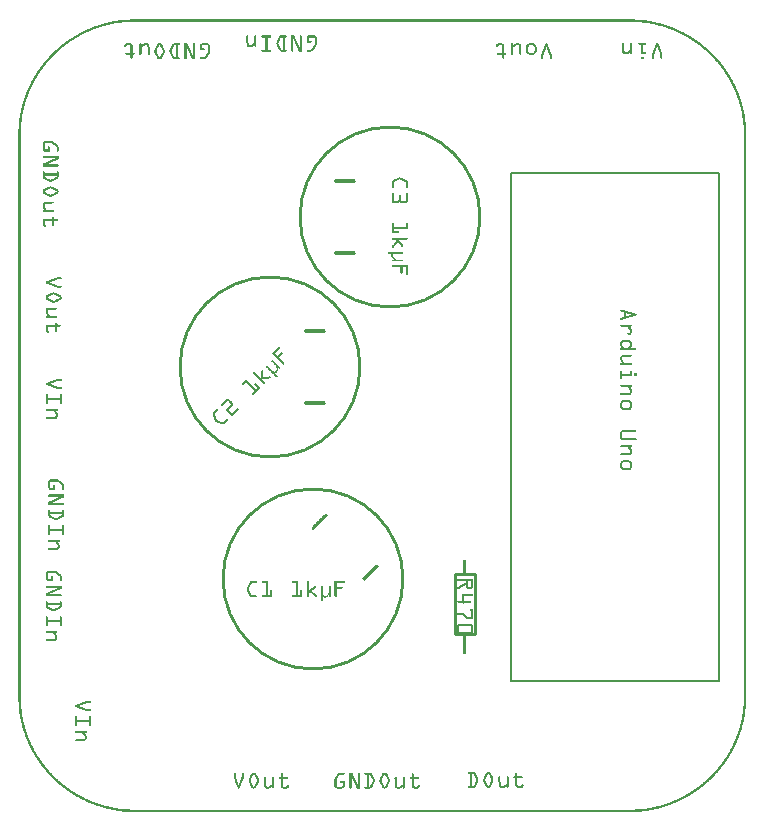
<source format=gto>
G04 MADE WITH FRITZING*
G04 WWW.FRITZING.ORG*
G04 DOUBLE SIDED*
G04 HOLES PLATED*
G04 CONTOUR ON CENTER OF CONTOUR VECTOR*
%ASAXBY*%
%FSLAX23Y23*%
%MOIN*%
%OFA0B0*%
%SFA1.0B1.0*%
%ADD10C,0.610000X0.59*%
%ADD11C,0.010000*%
%ADD12C,0.008000*%
%ADD13R,0.001000X0.001000*%
%LNSILK1*%
G90*
G70*
G54D10*
X983Y778D03*
X1239Y1984D03*
X839Y1484D03*
G54D11*
X1456Y593D02*
X1456Y793D01*
D02*
X1456Y793D02*
X1522Y793D01*
D02*
X1522Y793D02*
X1522Y593D01*
D02*
X1522Y593D02*
X1456Y593D01*
G54D12*
X1643Y438D02*
X2335Y438D01*
X2335Y2130D01*
X1643Y2130D01*
X1643Y438D01*
D02*
G54D13*
X371Y2643D02*
X2055Y2643D01*
X357Y2642D02*
X2069Y2642D01*
X347Y2641D02*
X2079Y2641D01*
X338Y2640D02*
X2088Y2640D01*
X331Y2639D02*
X2095Y2639D01*
X325Y2638D02*
X2101Y2638D01*
X319Y2637D02*
X2106Y2637D01*
X314Y2636D02*
X2112Y2636D01*
X309Y2635D02*
X370Y2635D01*
X2056Y2635D02*
X2117Y2635D01*
X305Y2634D02*
X356Y2634D01*
X2070Y2634D02*
X2121Y2634D01*
X300Y2633D02*
X346Y2633D01*
X2080Y2633D02*
X2126Y2633D01*
X296Y2632D02*
X338Y2632D01*
X2088Y2632D02*
X2130Y2632D01*
X292Y2631D02*
X331Y2631D01*
X2095Y2631D02*
X2134Y2631D01*
X288Y2630D02*
X324Y2630D01*
X2102Y2630D02*
X2138Y2630D01*
X285Y2629D02*
X319Y2629D01*
X2107Y2629D02*
X2141Y2629D01*
X281Y2628D02*
X314Y2628D01*
X2112Y2628D02*
X2145Y2628D01*
X278Y2627D02*
X309Y2627D01*
X2117Y2627D02*
X2148Y2627D01*
X275Y2626D02*
X304Y2626D01*
X2122Y2626D02*
X2151Y2626D01*
X272Y2625D02*
X300Y2625D01*
X2126Y2625D02*
X2154Y2625D01*
X269Y2624D02*
X296Y2624D01*
X2130Y2624D02*
X2157Y2624D01*
X266Y2623D02*
X292Y2623D01*
X2134Y2623D02*
X2160Y2623D01*
X263Y2622D02*
X288Y2622D01*
X2138Y2622D02*
X2163Y2622D01*
X260Y2621D02*
X284Y2621D01*
X2142Y2621D02*
X2166Y2621D01*
X257Y2620D02*
X281Y2620D01*
X2145Y2620D02*
X2169Y2620D01*
X254Y2619D02*
X278Y2619D01*
X2148Y2619D02*
X2172Y2619D01*
X251Y2618D02*
X274Y2618D01*
X2152Y2618D02*
X2175Y2618D01*
X249Y2617D02*
X271Y2617D01*
X2155Y2617D02*
X2177Y2617D01*
X246Y2616D02*
X268Y2616D01*
X2158Y2616D02*
X2180Y2616D01*
X244Y2615D02*
X265Y2615D01*
X2161Y2615D02*
X2182Y2615D01*
X241Y2614D02*
X262Y2614D01*
X2164Y2614D02*
X2185Y2614D01*
X239Y2613D02*
X259Y2613D01*
X2167Y2613D02*
X2187Y2613D01*
X236Y2612D02*
X257Y2612D01*
X2169Y2612D02*
X2190Y2612D01*
X234Y2611D02*
X254Y2611D01*
X2172Y2611D02*
X2192Y2611D01*
X232Y2610D02*
X252Y2610D01*
X2174Y2610D02*
X2194Y2610D01*
X230Y2609D02*
X249Y2609D01*
X2177Y2609D02*
X2196Y2609D01*
X227Y2608D02*
X246Y2608D01*
X2180Y2608D02*
X2199Y2608D01*
X225Y2607D02*
X244Y2607D01*
X2182Y2607D02*
X2201Y2607D01*
X223Y2606D02*
X241Y2606D01*
X2185Y2606D02*
X2203Y2606D01*
X221Y2605D02*
X239Y2605D01*
X2187Y2605D02*
X2205Y2605D01*
X219Y2604D02*
X237Y2604D01*
X2189Y2604D02*
X2207Y2604D01*
X217Y2603D02*
X235Y2603D01*
X2191Y2603D02*
X2209Y2603D01*
X215Y2602D02*
X232Y2602D01*
X2194Y2602D02*
X2211Y2602D01*
X213Y2601D02*
X230Y2601D01*
X2196Y2601D02*
X2213Y2601D01*
X211Y2600D02*
X228Y2600D01*
X2198Y2600D02*
X2215Y2600D01*
X209Y2599D02*
X226Y2599D01*
X2200Y2599D02*
X2217Y2599D01*
X207Y2598D02*
X223Y2598D01*
X2203Y2598D02*
X2219Y2598D01*
X205Y2597D02*
X221Y2597D01*
X2205Y2597D02*
X2221Y2597D01*
X203Y2596D02*
X219Y2596D01*
X2207Y2596D02*
X2223Y2596D01*
X201Y2595D02*
X217Y2595D01*
X2209Y2595D02*
X2225Y2595D01*
X200Y2594D02*
X215Y2594D01*
X2211Y2594D02*
X2226Y2594D01*
X198Y2593D02*
X213Y2593D01*
X2213Y2593D02*
X2228Y2593D01*
X196Y2592D02*
X212Y2592D01*
X2214Y2592D02*
X2230Y2592D01*
X194Y2591D02*
X210Y2591D01*
X2216Y2591D02*
X2232Y2591D01*
X193Y2590D02*
X208Y2590D01*
X814Y2590D02*
X840Y2590D01*
X879Y2590D02*
X890Y2590D01*
X911Y2590D02*
X918Y2590D01*
X971Y2590D02*
X983Y2590D01*
X2218Y2590D02*
X2233Y2590D01*
X191Y2589D02*
X206Y2589D01*
X761Y2589D02*
X765Y2589D01*
X788Y2589D02*
X792Y2589D01*
X811Y2589D02*
X842Y2589D01*
X874Y2589D02*
X893Y2589D01*
X910Y2589D02*
X919Y2589D01*
X939Y2589D02*
X943Y2589D01*
X967Y2589D02*
X988Y2589D01*
X2220Y2589D02*
X2235Y2589D01*
X189Y2588D02*
X204Y2588D01*
X760Y2588D02*
X765Y2588D01*
X788Y2588D02*
X793Y2588D01*
X810Y2588D02*
X843Y2588D01*
X872Y2588D02*
X893Y2588D01*
X910Y2588D02*
X920Y2588D01*
X938Y2588D02*
X944Y2588D01*
X965Y2588D02*
X990Y2588D01*
X2222Y2588D02*
X2237Y2588D01*
X187Y2587D02*
X202Y2587D01*
X760Y2587D02*
X766Y2587D01*
X787Y2587D02*
X793Y2587D01*
X810Y2587D02*
X843Y2587D01*
X871Y2587D02*
X894Y2587D01*
X910Y2587D02*
X920Y2587D01*
X938Y2587D02*
X944Y2587D01*
X964Y2587D02*
X991Y2587D01*
X2224Y2587D02*
X2239Y2587D01*
X186Y2586D02*
X201Y2586D01*
X760Y2586D02*
X766Y2586D01*
X787Y2586D02*
X793Y2586D01*
X810Y2586D02*
X843Y2586D01*
X870Y2586D02*
X894Y2586D01*
X910Y2586D02*
X920Y2586D01*
X938Y2586D02*
X944Y2586D01*
X963Y2586D02*
X992Y2586D01*
X2225Y2586D02*
X2240Y2586D01*
X184Y2585D02*
X199Y2585D01*
X760Y2585D02*
X766Y2585D01*
X787Y2585D02*
X793Y2585D01*
X810Y2585D02*
X843Y2585D01*
X869Y2585D02*
X893Y2585D01*
X910Y2585D02*
X921Y2585D01*
X938Y2585D02*
X944Y2585D01*
X962Y2585D02*
X993Y2585D01*
X2227Y2585D02*
X2242Y2585D01*
X183Y2584D02*
X197Y2584D01*
X760Y2584D02*
X766Y2584D01*
X787Y2584D02*
X793Y2584D01*
X811Y2584D02*
X842Y2584D01*
X869Y2584D02*
X893Y2584D01*
X910Y2584D02*
X921Y2584D01*
X938Y2584D02*
X944Y2584D01*
X962Y2584D02*
X993Y2584D01*
X2229Y2584D02*
X2243Y2584D01*
X181Y2583D02*
X195Y2583D01*
X760Y2583D02*
X766Y2583D01*
X787Y2583D02*
X793Y2583D01*
X814Y2583D02*
X840Y2583D01*
X868Y2583D02*
X890Y2583D01*
X910Y2583D02*
X922Y2583D01*
X938Y2583D02*
X944Y2583D01*
X961Y2583D02*
X994Y2583D01*
X2231Y2583D02*
X2245Y2583D01*
X180Y2582D02*
X193Y2582D01*
X760Y2582D02*
X766Y2582D01*
X787Y2582D02*
X793Y2582D01*
X824Y2582D02*
X830Y2582D01*
X868Y2582D02*
X875Y2582D01*
X881Y2582D02*
X887Y2582D01*
X910Y2582D02*
X922Y2582D01*
X938Y2582D02*
X944Y2582D01*
X961Y2582D02*
X968Y2582D01*
X987Y2582D02*
X994Y2582D01*
X2233Y2582D02*
X2246Y2582D01*
X178Y2581D02*
X192Y2581D01*
X760Y2581D02*
X766Y2581D01*
X787Y2581D02*
X793Y2581D01*
X824Y2581D02*
X830Y2581D01*
X867Y2581D02*
X874Y2581D01*
X881Y2581D02*
X887Y2581D01*
X910Y2581D02*
X923Y2581D01*
X938Y2581D02*
X944Y2581D01*
X961Y2581D02*
X967Y2581D01*
X988Y2581D02*
X994Y2581D01*
X2234Y2581D02*
X2248Y2581D01*
X176Y2580D02*
X190Y2580D01*
X760Y2580D02*
X766Y2580D01*
X787Y2580D02*
X793Y2580D01*
X824Y2580D02*
X830Y2580D01*
X867Y2580D02*
X874Y2580D01*
X881Y2580D02*
X887Y2580D01*
X910Y2580D02*
X923Y2580D01*
X938Y2580D02*
X944Y2580D01*
X961Y2580D02*
X967Y2580D01*
X988Y2580D02*
X994Y2580D01*
X2236Y2580D02*
X2250Y2580D01*
X175Y2579D02*
X189Y2579D01*
X760Y2579D02*
X766Y2579D01*
X787Y2579D02*
X793Y2579D01*
X824Y2579D02*
X830Y2579D01*
X866Y2579D02*
X873Y2579D01*
X881Y2579D02*
X887Y2579D01*
X910Y2579D02*
X923Y2579D01*
X938Y2579D02*
X944Y2579D01*
X961Y2579D02*
X967Y2579D01*
X988Y2579D02*
X994Y2579D01*
X2237Y2579D02*
X2251Y2579D01*
X173Y2578D02*
X187Y2578D01*
X760Y2578D02*
X766Y2578D01*
X787Y2578D02*
X793Y2578D01*
X824Y2578D02*
X830Y2578D01*
X866Y2578D02*
X873Y2578D01*
X881Y2578D02*
X887Y2578D01*
X910Y2578D02*
X924Y2578D01*
X938Y2578D02*
X944Y2578D01*
X961Y2578D02*
X967Y2578D01*
X988Y2578D02*
X994Y2578D01*
X2239Y2578D02*
X2253Y2578D01*
X172Y2577D02*
X185Y2577D01*
X760Y2577D02*
X766Y2577D01*
X787Y2577D02*
X793Y2577D01*
X824Y2577D02*
X830Y2577D01*
X865Y2577D02*
X872Y2577D01*
X881Y2577D02*
X887Y2577D01*
X910Y2577D02*
X924Y2577D01*
X938Y2577D02*
X944Y2577D01*
X961Y2577D02*
X967Y2577D01*
X988Y2577D02*
X994Y2577D01*
X2241Y2577D02*
X2254Y2577D01*
X170Y2576D02*
X184Y2576D01*
X760Y2576D02*
X766Y2576D01*
X787Y2576D02*
X793Y2576D01*
X824Y2576D02*
X830Y2576D01*
X865Y2576D02*
X872Y2576D01*
X881Y2576D02*
X887Y2576D01*
X910Y2576D02*
X916Y2576D01*
X918Y2576D02*
X925Y2576D01*
X938Y2576D02*
X944Y2576D01*
X961Y2576D02*
X967Y2576D01*
X988Y2576D02*
X994Y2576D01*
X2242Y2576D02*
X2256Y2576D01*
X169Y2575D02*
X182Y2575D01*
X760Y2575D02*
X766Y2575D01*
X787Y2575D02*
X793Y2575D01*
X824Y2575D02*
X830Y2575D01*
X864Y2575D02*
X871Y2575D01*
X881Y2575D02*
X887Y2575D01*
X910Y2575D02*
X916Y2575D01*
X919Y2575D02*
X925Y2575D01*
X938Y2575D02*
X944Y2575D01*
X961Y2575D02*
X967Y2575D01*
X988Y2575D02*
X994Y2575D01*
X2244Y2575D02*
X2257Y2575D01*
X167Y2574D02*
X181Y2574D01*
X760Y2574D02*
X766Y2574D01*
X787Y2574D02*
X793Y2574D01*
X824Y2574D02*
X830Y2574D01*
X864Y2574D02*
X871Y2574D01*
X881Y2574D02*
X887Y2574D01*
X910Y2574D02*
X916Y2574D01*
X919Y2574D02*
X926Y2574D01*
X938Y2574D02*
X944Y2574D01*
X961Y2574D02*
X967Y2574D01*
X988Y2574D02*
X994Y2574D01*
X2245Y2574D02*
X2259Y2574D01*
X166Y2573D02*
X179Y2573D01*
X760Y2573D02*
X766Y2573D01*
X787Y2573D02*
X793Y2573D01*
X824Y2573D02*
X830Y2573D01*
X863Y2573D02*
X870Y2573D01*
X881Y2573D02*
X887Y2573D01*
X910Y2573D02*
X916Y2573D01*
X919Y2573D02*
X926Y2573D01*
X938Y2573D02*
X944Y2573D01*
X961Y2573D02*
X967Y2573D01*
X988Y2573D02*
X994Y2573D01*
X2247Y2573D02*
X2260Y2573D01*
X165Y2572D02*
X177Y2572D01*
X760Y2572D02*
X766Y2572D01*
X787Y2572D02*
X793Y2572D01*
X824Y2572D02*
X830Y2572D01*
X863Y2572D02*
X870Y2572D01*
X881Y2572D02*
X887Y2572D01*
X910Y2572D02*
X916Y2572D01*
X920Y2572D02*
X927Y2572D01*
X938Y2572D02*
X944Y2572D01*
X961Y2572D02*
X975Y2572D01*
X988Y2572D02*
X994Y2572D01*
X2249Y2572D02*
X2261Y2572D01*
X163Y2571D02*
X176Y2571D01*
X760Y2571D02*
X766Y2571D01*
X787Y2571D02*
X793Y2571D01*
X824Y2571D02*
X830Y2571D01*
X862Y2571D02*
X869Y2571D01*
X881Y2571D02*
X887Y2571D01*
X910Y2571D02*
X916Y2571D01*
X920Y2571D02*
X927Y2571D01*
X938Y2571D02*
X944Y2571D01*
X961Y2571D02*
X976Y2571D01*
X988Y2571D02*
X994Y2571D01*
X2250Y2571D02*
X2263Y2571D01*
X162Y2570D02*
X174Y2570D01*
X760Y2570D02*
X766Y2570D01*
X787Y2570D02*
X793Y2570D01*
X824Y2570D02*
X830Y2570D01*
X862Y2570D02*
X869Y2570D01*
X881Y2570D02*
X887Y2570D01*
X910Y2570D02*
X916Y2570D01*
X921Y2570D02*
X927Y2570D01*
X938Y2570D02*
X944Y2570D01*
X961Y2570D02*
X977Y2570D01*
X988Y2570D02*
X994Y2570D01*
X2252Y2570D02*
X2264Y2570D01*
X160Y2569D02*
X173Y2569D01*
X760Y2569D02*
X766Y2569D01*
X787Y2569D02*
X793Y2569D01*
X824Y2569D02*
X830Y2569D01*
X862Y2569D02*
X868Y2569D01*
X881Y2569D02*
X887Y2569D01*
X910Y2569D02*
X916Y2569D01*
X921Y2569D02*
X928Y2569D01*
X938Y2569D02*
X944Y2569D01*
X961Y2569D02*
X977Y2569D01*
X988Y2569D02*
X994Y2569D01*
X2253Y2569D02*
X2266Y2569D01*
X159Y2568D02*
X172Y2568D01*
X760Y2568D02*
X766Y2568D01*
X787Y2568D02*
X793Y2568D01*
X824Y2568D02*
X830Y2568D01*
X861Y2568D02*
X868Y2568D01*
X881Y2568D02*
X887Y2568D01*
X910Y2568D02*
X916Y2568D01*
X922Y2568D02*
X928Y2568D01*
X938Y2568D02*
X944Y2568D01*
X961Y2568D02*
X977Y2568D01*
X988Y2568D02*
X994Y2568D01*
X2254Y2568D02*
X2267Y2568D01*
X157Y2567D02*
X170Y2567D01*
X760Y2567D02*
X766Y2567D01*
X787Y2567D02*
X793Y2567D01*
X824Y2567D02*
X830Y2567D01*
X861Y2567D02*
X867Y2567D01*
X881Y2567D02*
X887Y2567D01*
X910Y2567D02*
X916Y2567D01*
X922Y2567D02*
X929Y2567D01*
X938Y2567D02*
X944Y2567D01*
X961Y2567D02*
X976Y2567D01*
X988Y2567D02*
X994Y2567D01*
X2256Y2567D02*
X2269Y2567D01*
X156Y2566D02*
X169Y2566D01*
X760Y2566D02*
X766Y2566D01*
X787Y2566D02*
X793Y2566D01*
X824Y2566D02*
X830Y2566D01*
X861Y2566D02*
X867Y2566D01*
X881Y2566D02*
X887Y2566D01*
X910Y2566D02*
X916Y2566D01*
X922Y2566D02*
X929Y2566D01*
X938Y2566D02*
X944Y2566D01*
X961Y2566D02*
X975Y2566D01*
X988Y2566D02*
X994Y2566D01*
X2257Y2566D02*
X2270Y2566D01*
X155Y2565D02*
X167Y2565D01*
X761Y2565D02*
X767Y2565D01*
X787Y2565D02*
X793Y2565D01*
X824Y2565D02*
X830Y2565D01*
X860Y2565D02*
X867Y2565D01*
X881Y2565D02*
X887Y2565D01*
X910Y2565D02*
X916Y2565D01*
X923Y2565D02*
X930Y2565D01*
X938Y2565D02*
X944Y2565D01*
X988Y2565D02*
X994Y2565D01*
X2014Y2565D02*
X2017Y2565D01*
X2041Y2565D02*
X2045Y2565D01*
X2067Y2565D02*
X2092Y2565D01*
X2128Y2565D02*
X2132Y2565D01*
X2259Y2565D02*
X2271Y2565D01*
X153Y2564D02*
X166Y2564D01*
X761Y2564D02*
X767Y2564D01*
X786Y2564D02*
X793Y2564D01*
X824Y2564D02*
X830Y2564D01*
X860Y2564D02*
X866Y2564D01*
X881Y2564D02*
X887Y2564D01*
X910Y2564D02*
X916Y2564D01*
X923Y2564D02*
X930Y2564D01*
X938Y2564D02*
X944Y2564D01*
X988Y2564D02*
X994Y2564D01*
X2013Y2564D02*
X2018Y2564D01*
X2040Y2564D02*
X2046Y2564D01*
X2066Y2564D02*
X2092Y2564D01*
X2127Y2564D02*
X2132Y2564D01*
X2260Y2564D02*
X2273Y2564D01*
X152Y2563D02*
X165Y2563D01*
X360Y2563D02*
X374Y2563D01*
X405Y2563D02*
X409Y2563D01*
X419Y2563D02*
X430Y2563D01*
X467Y2563D02*
X474Y2563D01*
X518Y2563D02*
X537Y2563D01*
X554Y2563D02*
X563Y2563D01*
X583Y2563D02*
X587Y2563D01*
X611Y2563D02*
X632Y2563D01*
X761Y2563D02*
X767Y2563D01*
X784Y2563D02*
X793Y2563D01*
X824Y2563D02*
X830Y2563D01*
X860Y2563D02*
X866Y2563D01*
X881Y2563D02*
X887Y2563D01*
X910Y2563D02*
X916Y2563D01*
X924Y2563D02*
X931Y2563D01*
X938Y2563D02*
X944Y2563D01*
X988Y2563D02*
X994Y2563D01*
X1599Y2563D02*
X1613Y2563D01*
X1644Y2563D02*
X1648Y2563D01*
X1658Y2563D02*
X1669Y2563D01*
X1702Y2563D02*
X1718Y2563D01*
X1758Y2563D02*
X1762Y2563D01*
X2013Y2563D02*
X2018Y2563D01*
X2040Y2563D02*
X2046Y2563D01*
X2066Y2563D02*
X2093Y2563D01*
X2127Y2563D02*
X2133Y2563D01*
X2261Y2563D02*
X2274Y2563D01*
X151Y2562D02*
X163Y2562D01*
X358Y2562D02*
X376Y2562D01*
X404Y2562D02*
X409Y2562D01*
X417Y2562D02*
X432Y2562D01*
X466Y2562D02*
X476Y2562D01*
X516Y2562D02*
X537Y2562D01*
X554Y2562D02*
X563Y2562D01*
X582Y2562D02*
X587Y2562D01*
X609Y2562D02*
X634Y2562D01*
X761Y2562D02*
X767Y2562D01*
X783Y2562D02*
X793Y2562D01*
X824Y2562D02*
X830Y2562D01*
X860Y2562D02*
X866Y2562D01*
X881Y2562D02*
X887Y2562D01*
X910Y2562D02*
X916Y2562D01*
X924Y2562D02*
X931Y2562D01*
X938Y2562D02*
X944Y2562D01*
X988Y2562D02*
X994Y2562D01*
X1597Y2562D02*
X1615Y2562D01*
X1643Y2562D02*
X1648Y2562D01*
X1656Y2562D02*
X1671Y2562D01*
X1700Y2562D02*
X1720Y2562D01*
X1757Y2562D02*
X1763Y2562D01*
X2012Y2562D02*
X2018Y2562D01*
X2040Y2562D02*
X2046Y2562D01*
X2066Y2562D02*
X2093Y2562D01*
X2126Y2562D02*
X2133Y2562D01*
X2263Y2562D02*
X2275Y2562D01*
X150Y2561D02*
X162Y2561D01*
X357Y2561D02*
X377Y2561D01*
X404Y2561D02*
X410Y2561D01*
X415Y2561D02*
X433Y2561D01*
X465Y2561D02*
X477Y2561D01*
X515Y2561D02*
X538Y2561D01*
X554Y2561D02*
X564Y2561D01*
X582Y2561D02*
X588Y2561D01*
X608Y2561D02*
X635Y2561D01*
X761Y2561D02*
X767Y2561D01*
X781Y2561D02*
X793Y2561D01*
X824Y2561D02*
X830Y2561D01*
X860Y2561D02*
X866Y2561D01*
X881Y2561D02*
X887Y2561D01*
X910Y2561D02*
X916Y2561D01*
X925Y2561D02*
X931Y2561D01*
X938Y2561D02*
X944Y2561D01*
X988Y2561D02*
X994Y2561D01*
X1596Y2561D02*
X1616Y2561D01*
X1643Y2561D02*
X1649Y2561D01*
X1655Y2561D02*
X1672Y2561D01*
X1699Y2561D02*
X1721Y2561D01*
X1757Y2561D02*
X1763Y2561D01*
X2012Y2561D02*
X2018Y2561D01*
X2040Y2561D02*
X2046Y2561D01*
X2066Y2561D02*
X2092Y2561D01*
X2126Y2561D02*
X2133Y2561D01*
X2264Y2561D02*
X2276Y2561D01*
X148Y2560D02*
X160Y2560D01*
X356Y2560D02*
X378Y2560D01*
X404Y2560D02*
X410Y2560D01*
X414Y2560D02*
X434Y2560D01*
X464Y2560D02*
X478Y2560D01*
X514Y2560D02*
X538Y2560D01*
X554Y2560D02*
X564Y2560D01*
X582Y2560D02*
X588Y2560D01*
X607Y2560D02*
X636Y2560D01*
X761Y2560D02*
X767Y2560D01*
X780Y2560D02*
X793Y2560D01*
X824Y2560D02*
X830Y2560D01*
X860Y2560D02*
X867Y2560D01*
X881Y2560D02*
X887Y2560D01*
X910Y2560D02*
X916Y2560D01*
X925Y2560D02*
X932Y2560D01*
X938Y2560D02*
X944Y2560D01*
X988Y2560D02*
X994Y2560D01*
X1595Y2560D02*
X1617Y2560D01*
X1643Y2560D02*
X1649Y2560D01*
X1653Y2560D02*
X1673Y2560D01*
X1698Y2560D02*
X1722Y2560D01*
X1757Y2560D02*
X1764Y2560D01*
X2013Y2560D02*
X2018Y2560D01*
X2040Y2560D02*
X2046Y2560D01*
X2067Y2560D02*
X2092Y2560D01*
X2125Y2560D02*
X2134Y2560D01*
X2266Y2560D02*
X2278Y2560D01*
X147Y2559D02*
X159Y2559D01*
X355Y2559D02*
X379Y2559D01*
X404Y2559D02*
X410Y2559D01*
X412Y2559D02*
X435Y2559D01*
X463Y2559D02*
X478Y2559D01*
X513Y2559D02*
X537Y2559D01*
X554Y2559D02*
X565Y2559D01*
X582Y2559D02*
X588Y2559D01*
X606Y2559D02*
X636Y2559D01*
X761Y2559D02*
X767Y2559D01*
X778Y2559D02*
X793Y2559D01*
X824Y2559D02*
X830Y2559D01*
X861Y2559D02*
X867Y2559D01*
X881Y2559D02*
X887Y2559D01*
X910Y2559D02*
X916Y2559D01*
X926Y2559D02*
X932Y2559D01*
X938Y2559D02*
X944Y2559D01*
X988Y2559D02*
X994Y2559D01*
X1594Y2559D02*
X1618Y2559D01*
X1643Y2559D02*
X1649Y2559D01*
X1651Y2559D02*
X1674Y2559D01*
X1697Y2559D02*
X1723Y2559D01*
X1756Y2559D02*
X1764Y2559D01*
X2013Y2559D02*
X2019Y2559D01*
X2040Y2559D02*
X2046Y2559D01*
X2069Y2559D02*
X2090Y2559D01*
X2125Y2559D02*
X2134Y2559D01*
X2267Y2559D02*
X2279Y2559D01*
X146Y2558D02*
X158Y2558D01*
X355Y2558D02*
X379Y2558D01*
X404Y2558D02*
X435Y2558D01*
X463Y2558D02*
X479Y2558D01*
X513Y2558D02*
X537Y2558D01*
X554Y2558D02*
X565Y2558D01*
X582Y2558D02*
X588Y2558D01*
X606Y2558D02*
X637Y2558D01*
X761Y2558D02*
X769Y2558D01*
X777Y2558D02*
X793Y2558D01*
X824Y2558D02*
X830Y2558D01*
X861Y2558D02*
X868Y2558D01*
X881Y2558D02*
X887Y2558D01*
X910Y2558D02*
X916Y2558D01*
X926Y2558D02*
X933Y2558D01*
X938Y2558D02*
X944Y2558D01*
X988Y2558D02*
X994Y2558D01*
X1594Y2558D02*
X1618Y2558D01*
X1643Y2558D02*
X1675Y2558D01*
X1696Y2558D02*
X1724Y2558D01*
X1756Y2558D02*
X1764Y2558D01*
X2013Y2558D02*
X2019Y2558D01*
X2040Y2558D02*
X2046Y2558D01*
X2076Y2558D02*
X2082Y2558D01*
X2125Y2558D02*
X2135Y2558D01*
X2268Y2558D02*
X2280Y2558D01*
X144Y2557D02*
X156Y2557D01*
X354Y2557D02*
X380Y2557D01*
X404Y2557D02*
X436Y2557D01*
X462Y2557D02*
X479Y2557D01*
X512Y2557D02*
X535Y2557D01*
X554Y2557D02*
X566Y2557D01*
X582Y2557D02*
X588Y2557D01*
X605Y2557D02*
X637Y2557D01*
X761Y2557D02*
X793Y2557D01*
X824Y2557D02*
X830Y2557D01*
X861Y2557D02*
X868Y2557D01*
X881Y2557D02*
X887Y2557D01*
X910Y2557D02*
X916Y2557D01*
X926Y2557D02*
X933Y2557D01*
X938Y2557D02*
X944Y2557D01*
X987Y2557D02*
X994Y2557D01*
X1593Y2557D02*
X1619Y2557D01*
X1643Y2557D02*
X1675Y2557D01*
X1695Y2557D02*
X1725Y2557D01*
X1755Y2557D02*
X1765Y2557D01*
X2013Y2557D02*
X2019Y2557D01*
X2040Y2557D02*
X2046Y2557D01*
X2076Y2557D02*
X2082Y2557D01*
X2124Y2557D02*
X2135Y2557D01*
X2270Y2557D02*
X2282Y2557D01*
X143Y2556D02*
X155Y2556D01*
X354Y2556D02*
X361Y2556D01*
X373Y2556D02*
X380Y2556D01*
X404Y2556D02*
X420Y2556D01*
X429Y2556D02*
X436Y2556D01*
X462Y2556D02*
X469Y2556D01*
X473Y2556D02*
X480Y2556D01*
X512Y2556D02*
X519Y2556D01*
X525Y2556D02*
X531Y2556D01*
X554Y2556D02*
X566Y2556D01*
X582Y2556D02*
X588Y2556D01*
X605Y2556D02*
X612Y2556D01*
X631Y2556D02*
X638Y2556D01*
X762Y2556D02*
X793Y2556D01*
X824Y2556D02*
X830Y2556D01*
X862Y2556D02*
X869Y2556D01*
X881Y2556D02*
X887Y2556D01*
X910Y2556D02*
X916Y2556D01*
X927Y2556D02*
X934Y2556D01*
X938Y2556D02*
X944Y2556D01*
X986Y2556D02*
X993Y2556D01*
X1593Y2556D02*
X1600Y2556D01*
X1612Y2556D02*
X1619Y2556D01*
X1643Y2556D02*
X1659Y2556D01*
X1668Y2556D02*
X1675Y2556D01*
X1694Y2556D02*
X1703Y2556D01*
X1717Y2556D02*
X1726Y2556D01*
X1755Y2556D02*
X1765Y2556D01*
X2013Y2556D02*
X2019Y2556D01*
X2040Y2556D02*
X2046Y2556D01*
X2076Y2556D02*
X2082Y2556D01*
X2124Y2556D02*
X2135Y2556D01*
X2271Y2556D02*
X2283Y2556D01*
X142Y2555D02*
X154Y2555D01*
X354Y2555D02*
X360Y2555D01*
X374Y2555D02*
X380Y2555D01*
X404Y2555D02*
X418Y2555D01*
X430Y2555D02*
X436Y2555D01*
X461Y2555D02*
X468Y2555D01*
X473Y2555D02*
X480Y2555D01*
X511Y2555D02*
X518Y2555D01*
X525Y2555D02*
X531Y2555D01*
X554Y2555D02*
X567Y2555D01*
X582Y2555D02*
X588Y2555D01*
X605Y2555D02*
X611Y2555D01*
X632Y2555D02*
X638Y2555D01*
X763Y2555D02*
X784Y2555D01*
X787Y2555D02*
X793Y2555D01*
X824Y2555D02*
X830Y2555D01*
X862Y2555D02*
X869Y2555D01*
X881Y2555D02*
X887Y2555D01*
X910Y2555D02*
X916Y2555D01*
X927Y2555D02*
X934Y2555D01*
X938Y2555D02*
X944Y2555D01*
X986Y2555D02*
X993Y2555D01*
X1593Y2555D02*
X1599Y2555D01*
X1613Y2555D02*
X1619Y2555D01*
X1643Y2555D02*
X1657Y2555D01*
X1669Y2555D02*
X1675Y2555D01*
X1694Y2555D02*
X1701Y2555D01*
X1718Y2555D02*
X1726Y2555D01*
X1755Y2555D02*
X1766Y2555D01*
X2013Y2555D02*
X2019Y2555D01*
X2040Y2555D02*
X2046Y2555D01*
X2076Y2555D02*
X2082Y2555D01*
X2123Y2555D02*
X2136Y2555D01*
X2272Y2555D02*
X2284Y2555D01*
X141Y2554D02*
X153Y2554D01*
X354Y2554D02*
X359Y2554D01*
X374Y2554D02*
X380Y2554D01*
X404Y2554D02*
X416Y2554D01*
X430Y2554D02*
X436Y2554D01*
X461Y2554D02*
X467Y2554D01*
X474Y2554D02*
X481Y2554D01*
X511Y2554D02*
X518Y2554D01*
X525Y2554D02*
X531Y2554D01*
X554Y2554D02*
X567Y2554D01*
X582Y2554D02*
X588Y2554D01*
X605Y2554D02*
X611Y2554D01*
X632Y2554D02*
X638Y2554D01*
X763Y2554D02*
X782Y2554D01*
X787Y2554D02*
X793Y2554D01*
X824Y2554D02*
X830Y2554D01*
X863Y2554D02*
X870Y2554D01*
X881Y2554D02*
X887Y2554D01*
X910Y2554D02*
X916Y2554D01*
X928Y2554D02*
X934Y2554D01*
X938Y2554D02*
X944Y2554D01*
X985Y2554D02*
X992Y2554D01*
X1593Y2554D02*
X1599Y2554D01*
X1613Y2554D02*
X1619Y2554D01*
X1643Y2554D02*
X1656Y2554D01*
X1670Y2554D02*
X1676Y2554D01*
X1693Y2554D02*
X1700Y2554D01*
X1719Y2554D02*
X1726Y2554D01*
X1754Y2554D02*
X1766Y2554D01*
X2013Y2554D02*
X2019Y2554D01*
X2040Y2554D02*
X2046Y2554D01*
X2076Y2554D02*
X2082Y2554D01*
X2123Y2554D02*
X2136Y2554D01*
X2273Y2554D02*
X2285Y2554D01*
X140Y2553D02*
X151Y2553D01*
X354Y2553D02*
X359Y2553D01*
X374Y2553D02*
X380Y2553D01*
X404Y2553D02*
X415Y2553D01*
X430Y2553D02*
X436Y2553D01*
X460Y2553D02*
X467Y2553D01*
X474Y2553D02*
X481Y2553D01*
X510Y2553D02*
X517Y2553D01*
X525Y2553D02*
X531Y2553D01*
X554Y2553D02*
X567Y2553D01*
X582Y2553D02*
X588Y2553D01*
X605Y2553D02*
X611Y2553D01*
X632Y2553D02*
X638Y2553D01*
X764Y2553D02*
X781Y2553D01*
X788Y2553D02*
X793Y2553D01*
X824Y2553D02*
X830Y2553D01*
X863Y2553D02*
X870Y2553D01*
X881Y2553D02*
X887Y2553D01*
X910Y2553D02*
X916Y2553D01*
X928Y2553D02*
X935Y2553D01*
X938Y2553D02*
X944Y2553D01*
X984Y2553D02*
X992Y2553D01*
X1593Y2553D02*
X1598Y2553D01*
X1613Y2553D02*
X1619Y2553D01*
X1643Y2553D02*
X1654Y2553D01*
X1670Y2553D02*
X1676Y2553D01*
X1693Y2553D02*
X1700Y2553D01*
X1720Y2553D02*
X1726Y2553D01*
X1754Y2553D02*
X1766Y2553D01*
X2013Y2553D02*
X2019Y2553D01*
X2040Y2553D02*
X2046Y2553D01*
X2076Y2553D02*
X2082Y2553D01*
X2123Y2553D02*
X2137Y2553D01*
X2275Y2553D02*
X2286Y2553D01*
X138Y2552D02*
X150Y2552D01*
X355Y2552D02*
X358Y2552D01*
X374Y2552D02*
X380Y2552D01*
X404Y2552D02*
X413Y2552D01*
X430Y2552D02*
X437Y2552D01*
X460Y2552D02*
X466Y2552D01*
X475Y2552D02*
X482Y2552D01*
X510Y2552D02*
X517Y2552D01*
X525Y2552D02*
X531Y2552D01*
X554Y2552D02*
X568Y2552D01*
X582Y2552D02*
X588Y2552D01*
X605Y2552D02*
X611Y2552D01*
X632Y2552D02*
X638Y2552D01*
X766Y2552D02*
X779Y2552D01*
X788Y2552D02*
X793Y2552D01*
X824Y2552D02*
X830Y2552D01*
X864Y2552D02*
X871Y2552D01*
X881Y2552D02*
X887Y2552D01*
X910Y2552D02*
X916Y2552D01*
X929Y2552D02*
X935Y2552D01*
X938Y2552D02*
X944Y2552D01*
X983Y2552D02*
X991Y2552D01*
X1594Y2552D02*
X1597Y2552D01*
X1613Y2552D02*
X1619Y2552D01*
X1643Y2552D02*
X1652Y2552D01*
X1670Y2552D02*
X1676Y2552D01*
X1693Y2552D02*
X1699Y2552D01*
X1720Y2552D02*
X1727Y2552D01*
X1754Y2552D02*
X1767Y2552D01*
X2013Y2552D02*
X2019Y2552D01*
X2040Y2552D02*
X2046Y2552D01*
X2076Y2552D02*
X2082Y2552D01*
X2122Y2552D02*
X2137Y2552D01*
X2276Y2552D02*
X2288Y2552D01*
X137Y2551D02*
X149Y2551D01*
X374Y2551D02*
X380Y2551D01*
X404Y2551D02*
X412Y2551D01*
X431Y2551D02*
X437Y2551D01*
X459Y2551D02*
X466Y2551D01*
X475Y2551D02*
X482Y2551D01*
X509Y2551D02*
X516Y2551D01*
X525Y2551D02*
X531Y2551D01*
X554Y2551D02*
X568Y2551D01*
X582Y2551D02*
X588Y2551D01*
X605Y2551D02*
X611Y2551D01*
X632Y2551D02*
X638Y2551D01*
X768Y2551D02*
X777Y2551D01*
X789Y2551D02*
X791Y2551D01*
X824Y2551D02*
X830Y2551D01*
X864Y2551D02*
X871Y2551D01*
X881Y2551D02*
X887Y2551D01*
X910Y2551D02*
X916Y2551D01*
X929Y2551D02*
X936Y2551D01*
X938Y2551D02*
X944Y2551D01*
X983Y2551D02*
X990Y2551D01*
X1613Y2551D02*
X1619Y2551D01*
X1643Y2551D02*
X1651Y2551D01*
X1670Y2551D02*
X1676Y2551D01*
X1693Y2551D02*
X1699Y2551D01*
X1721Y2551D02*
X1727Y2551D01*
X1753Y2551D02*
X1767Y2551D01*
X2013Y2551D02*
X2019Y2551D01*
X2040Y2551D02*
X2046Y2551D01*
X2076Y2551D02*
X2082Y2551D01*
X2122Y2551D02*
X2128Y2551D01*
X2131Y2551D02*
X2137Y2551D01*
X2277Y2551D02*
X2289Y2551D01*
X136Y2550D02*
X147Y2550D01*
X374Y2550D02*
X380Y2550D01*
X404Y2550D02*
X410Y2550D01*
X431Y2550D02*
X437Y2550D01*
X459Y2550D02*
X465Y2550D01*
X476Y2550D02*
X483Y2550D01*
X509Y2550D02*
X516Y2550D01*
X525Y2550D02*
X531Y2550D01*
X554Y2550D02*
X560Y2550D01*
X562Y2550D02*
X569Y2550D01*
X582Y2550D02*
X588Y2550D01*
X605Y2550D02*
X611Y2550D01*
X632Y2550D02*
X638Y2550D01*
X824Y2550D02*
X830Y2550D01*
X865Y2550D02*
X872Y2550D01*
X881Y2550D02*
X887Y2550D01*
X910Y2550D02*
X916Y2550D01*
X929Y2550D02*
X936Y2550D01*
X938Y2550D02*
X944Y2550D01*
X982Y2550D02*
X990Y2550D01*
X1613Y2550D02*
X1619Y2550D01*
X1643Y2550D02*
X1649Y2550D01*
X1670Y2550D02*
X1676Y2550D01*
X1693Y2550D02*
X1699Y2550D01*
X1721Y2550D02*
X1727Y2550D01*
X1753Y2550D02*
X1759Y2550D01*
X1761Y2550D02*
X1767Y2550D01*
X2013Y2550D02*
X2019Y2550D01*
X2040Y2550D02*
X2046Y2550D01*
X2076Y2550D02*
X2082Y2550D01*
X2121Y2550D02*
X2128Y2550D01*
X2131Y2550D02*
X2138Y2550D01*
X2279Y2550D02*
X2290Y2550D01*
X135Y2549D02*
X146Y2549D01*
X374Y2549D02*
X380Y2549D01*
X404Y2549D02*
X410Y2549D01*
X431Y2549D02*
X437Y2549D01*
X458Y2549D02*
X465Y2549D01*
X476Y2549D02*
X483Y2549D01*
X508Y2549D02*
X515Y2549D01*
X525Y2549D02*
X531Y2549D01*
X554Y2549D02*
X560Y2549D01*
X562Y2549D02*
X569Y2549D01*
X582Y2549D02*
X588Y2549D01*
X605Y2549D02*
X611Y2549D01*
X632Y2549D02*
X638Y2549D01*
X824Y2549D02*
X830Y2549D01*
X865Y2549D02*
X872Y2549D01*
X881Y2549D02*
X887Y2549D01*
X910Y2549D02*
X916Y2549D01*
X930Y2549D02*
X944Y2549D01*
X981Y2549D02*
X989Y2549D01*
X1613Y2549D02*
X1619Y2549D01*
X1643Y2549D02*
X1649Y2549D01*
X1670Y2549D02*
X1676Y2549D01*
X1693Y2549D02*
X1699Y2549D01*
X1721Y2549D02*
X1727Y2549D01*
X1752Y2549D02*
X1759Y2549D01*
X1761Y2549D02*
X1768Y2549D01*
X2013Y2549D02*
X2019Y2549D01*
X2040Y2549D02*
X2046Y2549D01*
X2076Y2549D02*
X2082Y2549D01*
X2121Y2549D02*
X2128Y2549D01*
X2132Y2549D02*
X2138Y2549D01*
X2280Y2549D02*
X2291Y2549D01*
X134Y2548D02*
X145Y2548D01*
X374Y2548D02*
X380Y2548D01*
X404Y2548D02*
X410Y2548D01*
X431Y2548D02*
X437Y2548D01*
X458Y2548D02*
X464Y2548D01*
X477Y2548D02*
X484Y2548D01*
X508Y2548D02*
X515Y2548D01*
X525Y2548D02*
X531Y2548D01*
X554Y2548D02*
X560Y2548D01*
X563Y2548D02*
X570Y2548D01*
X582Y2548D02*
X588Y2548D01*
X605Y2548D02*
X611Y2548D01*
X632Y2548D02*
X638Y2548D01*
X824Y2548D02*
X830Y2548D01*
X866Y2548D02*
X873Y2548D01*
X881Y2548D02*
X887Y2548D01*
X910Y2548D02*
X916Y2548D01*
X930Y2548D02*
X944Y2548D01*
X980Y2548D02*
X988Y2548D01*
X1613Y2548D02*
X1619Y2548D01*
X1643Y2548D02*
X1649Y2548D01*
X1670Y2548D02*
X1676Y2548D01*
X1693Y2548D02*
X1699Y2548D01*
X1721Y2548D02*
X1727Y2548D01*
X1752Y2548D02*
X1759Y2548D01*
X1762Y2548D02*
X1768Y2548D01*
X2013Y2548D02*
X2019Y2548D01*
X2040Y2548D02*
X2046Y2548D01*
X2076Y2548D02*
X2082Y2548D01*
X2121Y2548D02*
X2127Y2548D01*
X2132Y2548D02*
X2139Y2548D01*
X2281Y2548D02*
X2292Y2548D01*
X133Y2547D02*
X144Y2547D01*
X374Y2547D02*
X380Y2547D01*
X404Y2547D02*
X410Y2547D01*
X431Y2547D02*
X437Y2547D01*
X457Y2547D02*
X464Y2547D01*
X477Y2547D02*
X484Y2547D01*
X507Y2547D02*
X514Y2547D01*
X525Y2547D02*
X531Y2547D01*
X554Y2547D02*
X560Y2547D01*
X563Y2547D02*
X570Y2547D01*
X582Y2547D02*
X588Y2547D01*
X605Y2547D02*
X611Y2547D01*
X632Y2547D02*
X638Y2547D01*
X824Y2547D02*
X830Y2547D01*
X866Y2547D02*
X873Y2547D01*
X881Y2547D02*
X887Y2547D01*
X910Y2547D02*
X916Y2547D01*
X931Y2547D02*
X944Y2547D01*
X979Y2547D02*
X987Y2547D01*
X1613Y2547D02*
X1619Y2547D01*
X1643Y2547D02*
X1649Y2547D01*
X1670Y2547D02*
X1676Y2547D01*
X1693Y2547D02*
X1699Y2547D01*
X1721Y2547D02*
X1727Y2547D01*
X1752Y2547D02*
X1758Y2547D01*
X1762Y2547D02*
X1769Y2547D01*
X2013Y2547D02*
X2019Y2547D01*
X2040Y2547D02*
X2046Y2547D01*
X2076Y2547D02*
X2082Y2547D01*
X2120Y2547D02*
X2127Y2547D01*
X2132Y2547D02*
X2139Y2547D01*
X2282Y2547D02*
X2293Y2547D01*
X131Y2546D02*
X143Y2546D01*
X374Y2546D02*
X380Y2546D01*
X404Y2546D02*
X410Y2546D01*
X431Y2546D02*
X437Y2546D01*
X457Y2546D02*
X463Y2546D01*
X478Y2546D02*
X485Y2546D01*
X507Y2546D02*
X514Y2546D01*
X525Y2546D02*
X531Y2546D01*
X554Y2546D02*
X560Y2546D01*
X564Y2546D02*
X570Y2546D01*
X582Y2546D02*
X588Y2546D01*
X605Y2546D02*
X619Y2546D01*
X632Y2546D02*
X638Y2546D01*
X824Y2546D02*
X830Y2546D01*
X867Y2546D02*
X874Y2546D01*
X881Y2546D02*
X887Y2546D01*
X910Y2546D02*
X916Y2546D01*
X931Y2546D02*
X944Y2546D01*
X979Y2546D02*
X987Y2546D01*
X1613Y2546D02*
X1619Y2546D01*
X1643Y2546D02*
X1649Y2546D01*
X1670Y2546D02*
X1676Y2546D01*
X1693Y2546D02*
X1699Y2546D01*
X1721Y2546D02*
X1727Y2546D01*
X1751Y2546D02*
X1758Y2546D01*
X1762Y2546D02*
X1769Y2546D01*
X2013Y2546D02*
X2019Y2546D01*
X2040Y2546D02*
X2046Y2546D01*
X2076Y2546D02*
X2082Y2546D01*
X2120Y2546D02*
X2126Y2546D01*
X2133Y2546D02*
X2139Y2546D01*
X2283Y2546D02*
X2295Y2546D01*
X130Y2545D02*
X142Y2545D01*
X374Y2545D02*
X380Y2545D01*
X404Y2545D02*
X410Y2545D01*
X431Y2545D02*
X437Y2545D01*
X456Y2545D02*
X463Y2545D01*
X478Y2545D02*
X485Y2545D01*
X506Y2545D02*
X513Y2545D01*
X525Y2545D02*
X531Y2545D01*
X554Y2545D02*
X560Y2545D01*
X564Y2545D02*
X571Y2545D01*
X582Y2545D02*
X588Y2545D01*
X605Y2545D02*
X620Y2545D01*
X632Y2545D02*
X638Y2545D01*
X824Y2545D02*
X830Y2545D01*
X867Y2545D02*
X874Y2545D01*
X881Y2545D02*
X887Y2545D01*
X910Y2545D02*
X916Y2545D01*
X932Y2545D02*
X944Y2545D01*
X978Y2545D02*
X986Y2545D01*
X1613Y2545D02*
X1619Y2545D01*
X1643Y2545D02*
X1649Y2545D01*
X1670Y2545D02*
X1676Y2545D01*
X1693Y2545D02*
X1699Y2545D01*
X1721Y2545D02*
X1727Y2545D01*
X1751Y2545D02*
X1757Y2545D01*
X1763Y2545D02*
X1769Y2545D01*
X2013Y2545D02*
X2019Y2545D01*
X2040Y2545D02*
X2046Y2545D01*
X2076Y2545D02*
X2082Y2545D01*
X2120Y2545D02*
X2126Y2545D01*
X2133Y2545D02*
X2140Y2545D01*
X2284Y2545D02*
X2296Y2545D01*
X129Y2544D02*
X140Y2544D01*
X374Y2544D02*
X380Y2544D01*
X404Y2544D02*
X410Y2544D01*
X431Y2544D02*
X437Y2544D01*
X456Y2544D02*
X462Y2544D01*
X479Y2544D02*
X486Y2544D01*
X506Y2544D02*
X513Y2544D01*
X525Y2544D02*
X531Y2544D01*
X554Y2544D02*
X560Y2544D01*
X565Y2544D02*
X571Y2544D01*
X582Y2544D02*
X588Y2544D01*
X605Y2544D02*
X621Y2544D01*
X632Y2544D02*
X638Y2544D01*
X824Y2544D02*
X830Y2544D01*
X868Y2544D02*
X875Y2544D01*
X881Y2544D02*
X887Y2544D01*
X910Y2544D02*
X916Y2544D01*
X932Y2544D02*
X944Y2544D01*
X977Y2544D02*
X985Y2544D01*
X1613Y2544D02*
X1619Y2544D01*
X1643Y2544D02*
X1649Y2544D01*
X1670Y2544D02*
X1676Y2544D01*
X1693Y2544D02*
X1699Y2544D01*
X1721Y2544D02*
X1727Y2544D01*
X1750Y2544D02*
X1757Y2544D01*
X1763Y2544D02*
X1770Y2544D01*
X2013Y2544D02*
X2019Y2544D01*
X2040Y2544D02*
X2046Y2544D01*
X2076Y2544D02*
X2082Y2544D01*
X2119Y2544D02*
X2126Y2544D01*
X2133Y2544D02*
X2140Y2544D01*
X2286Y2544D02*
X2297Y2544D01*
X128Y2543D02*
X139Y2543D01*
X374Y2543D02*
X380Y2543D01*
X404Y2543D02*
X410Y2543D01*
X431Y2543D02*
X437Y2543D01*
X455Y2543D02*
X462Y2543D01*
X479Y2543D02*
X486Y2543D01*
X505Y2543D02*
X512Y2543D01*
X525Y2543D02*
X531Y2543D01*
X554Y2543D02*
X560Y2543D01*
X565Y2543D02*
X572Y2543D01*
X582Y2543D02*
X588Y2543D01*
X605Y2543D02*
X621Y2543D01*
X632Y2543D02*
X638Y2543D01*
X823Y2543D02*
X830Y2543D01*
X868Y2543D02*
X876Y2543D01*
X881Y2543D02*
X887Y2543D01*
X910Y2543D02*
X916Y2543D01*
X933Y2543D02*
X944Y2543D01*
X975Y2543D02*
X984Y2543D01*
X1613Y2543D02*
X1619Y2543D01*
X1643Y2543D02*
X1649Y2543D01*
X1670Y2543D02*
X1676Y2543D01*
X1693Y2543D02*
X1699Y2543D01*
X1721Y2543D02*
X1727Y2543D01*
X1750Y2543D02*
X1757Y2543D01*
X1764Y2543D02*
X1770Y2543D01*
X2013Y2543D02*
X2019Y2543D01*
X2040Y2543D02*
X2046Y2543D01*
X2076Y2543D02*
X2082Y2543D01*
X2119Y2543D02*
X2125Y2543D01*
X2134Y2543D02*
X2140Y2543D01*
X2287Y2543D02*
X2298Y2543D01*
X127Y2542D02*
X138Y2542D01*
X374Y2542D02*
X380Y2542D01*
X404Y2542D02*
X410Y2542D01*
X431Y2542D02*
X437Y2542D01*
X455Y2542D02*
X461Y2542D01*
X480Y2542D02*
X487Y2542D01*
X505Y2542D02*
X512Y2542D01*
X525Y2542D02*
X531Y2542D01*
X554Y2542D02*
X560Y2542D01*
X566Y2542D02*
X572Y2542D01*
X582Y2542D02*
X588Y2542D01*
X605Y2542D02*
X621Y2542D01*
X632Y2542D02*
X638Y2542D01*
X811Y2542D02*
X842Y2542D01*
X869Y2542D02*
X892Y2542D01*
X910Y2542D02*
X916Y2542D01*
X933Y2542D02*
X944Y2542D01*
X962Y2542D02*
X983Y2542D01*
X1613Y2542D02*
X1619Y2542D01*
X1643Y2542D02*
X1649Y2542D01*
X1670Y2542D02*
X1676Y2542D01*
X1693Y2542D02*
X1699Y2542D01*
X1721Y2542D02*
X1727Y2542D01*
X1750Y2542D02*
X1756Y2542D01*
X1764Y2542D02*
X1771Y2542D01*
X2013Y2542D02*
X2019Y2542D01*
X2040Y2542D02*
X2046Y2542D01*
X2076Y2542D02*
X2082Y2542D01*
X2118Y2542D02*
X2125Y2542D01*
X2134Y2542D02*
X2141Y2542D01*
X2288Y2542D02*
X2299Y2542D01*
X126Y2541D02*
X137Y2541D01*
X374Y2541D02*
X380Y2541D01*
X404Y2541D02*
X410Y2541D01*
X431Y2541D02*
X437Y2541D01*
X455Y2541D02*
X461Y2541D01*
X480Y2541D02*
X487Y2541D01*
X505Y2541D02*
X511Y2541D01*
X525Y2541D02*
X531Y2541D01*
X554Y2541D02*
X560Y2541D01*
X566Y2541D02*
X573Y2541D01*
X582Y2541D02*
X588Y2541D01*
X605Y2541D02*
X620Y2541D01*
X632Y2541D02*
X638Y2541D01*
X810Y2541D02*
X843Y2541D01*
X869Y2541D02*
X893Y2541D01*
X910Y2541D02*
X916Y2541D01*
X933Y2541D02*
X944Y2541D01*
X961Y2541D02*
X983Y2541D01*
X1613Y2541D02*
X1619Y2541D01*
X1643Y2541D02*
X1649Y2541D01*
X1670Y2541D02*
X1676Y2541D01*
X1693Y2541D02*
X1699Y2541D01*
X1721Y2541D02*
X1727Y2541D01*
X1749Y2541D02*
X1756Y2541D01*
X1764Y2541D02*
X1771Y2541D01*
X2013Y2541D02*
X2019Y2541D01*
X2040Y2541D02*
X2046Y2541D01*
X2076Y2541D02*
X2082Y2541D01*
X2118Y2541D02*
X2125Y2541D01*
X2135Y2541D02*
X2141Y2541D01*
X2289Y2541D02*
X2300Y2541D01*
X125Y2540D02*
X136Y2540D01*
X374Y2540D02*
X380Y2540D01*
X404Y2540D02*
X410Y2540D01*
X431Y2540D02*
X437Y2540D01*
X454Y2540D02*
X461Y2540D01*
X481Y2540D02*
X487Y2540D01*
X504Y2540D02*
X511Y2540D01*
X525Y2540D02*
X531Y2540D01*
X554Y2540D02*
X560Y2540D01*
X566Y2540D02*
X573Y2540D01*
X582Y2540D02*
X588Y2540D01*
X605Y2540D02*
X619Y2540D01*
X632Y2540D02*
X638Y2540D01*
X810Y2540D02*
X843Y2540D01*
X870Y2540D02*
X894Y2540D01*
X910Y2540D02*
X916Y2540D01*
X934Y2540D02*
X944Y2540D01*
X961Y2540D02*
X982Y2540D01*
X1613Y2540D02*
X1619Y2540D01*
X1643Y2540D02*
X1649Y2540D01*
X1670Y2540D02*
X1676Y2540D01*
X1693Y2540D02*
X1699Y2540D01*
X1721Y2540D02*
X1727Y2540D01*
X1749Y2540D02*
X1755Y2540D01*
X1765Y2540D02*
X1771Y2540D01*
X2013Y2540D02*
X2019Y2540D01*
X2039Y2540D02*
X2046Y2540D01*
X2076Y2540D02*
X2082Y2540D01*
X2118Y2540D02*
X2124Y2540D01*
X2135Y2540D02*
X2142Y2540D01*
X2290Y2540D02*
X2301Y2540D01*
X124Y2539D02*
X134Y2539D01*
X374Y2539D02*
X380Y2539D01*
X404Y2539D02*
X410Y2539D01*
X431Y2539D02*
X437Y2539D01*
X454Y2539D02*
X460Y2539D01*
X481Y2539D02*
X487Y2539D01*
X504Y2539D02*
X510Y2539D01*
X525Y2539D02*
X531Y2539D01*
X554Y2539D02*
X560Y2539D01*
X567Y2539D02*
X574Y2539D01*
X582Y2539D02*
X588Y2539D01*
X632Y2539D02*
X638Y2539D01*
X810Y2539D02*
X843Y2539D01*
X871Y2539D02*
X894Y2539D01*
X910Y2539D02*
X916Y2539D01*
X934Y2539D02*
X944Y2539D01*
X961Y2539D02*
X981Y2539D01*
X1613Y2539D02*
X1619Y2539D01*
X1643Y2539D02*
X1649Y2539D01*
X1670Y2539D02*
X1676Y2539D01*
X1693Y2539D02*
X1699Y2539D01*
X1721Y2539D02*
X1727Y2539D01*
X1748Y2539D02*
X1755Y2539D01*
X1765Y2539D02*
X1772Y2539D01*
X2013Y2539D02*
X2019Y2539D01*
X2037Y2539D02*
X2046Y2539D01*
X2076Y2539D02*
X2082Y2539D01*
X2117Y2539D02*
X2124Y2539D01*
X2135Y2539D02*
X2142Y2539D01*
X2292Y2539D02*
X2302Y2539D01*
X123Y2538D02*
X133Y2538D01*
X374Y2538D02*
X380Y2538D01*
X404Y2538D02*
X410Y2538D01*
X431Y2538D02*
X437Y2538D01*
X454Y2538D02*
X460Y2538D01*
X481Y2538D02*
X487Y2538D01*
X504Y2538D02*
X510Y2538D01*
X525Y2538D02*
X531Y2538D01*
X554Y2538D02*
X560Y2538D01*
X567Y2538D02*
X574Y2538D01*
X582Y2538D02*
X588Y2538D01*
X632Y2538D02*
X638Y2538D01*
X810Y2538D02*
X843Y2538D01*
X872Y2538D02*
X893Y2538D01*
X911Y2538D02*
X916Y2538D01*
X935Y2538D02*
X944Y2538D01*
X961Y2538D02*
X980Y2538D01*
X1613Y2538D02*
X1619Y2538D01*
X1643Y2538D02*
X1649Y2538D01*
X1670Y2538D02*
X1676Y2538D01*
X1693Y2538D02*
X1699Y2538D01*
X1721Y2538D02*
X1727Y2538D01*
X1748Y2538D02*
X1755Y2538D01*
X1766Y2538D02*
X1772Y2538D01*
X2013Y2538D02*
X2019Y2538D01*
X2036Y2538D02*
X2046Y2538D01*
X2076Y2538D02*
X2082Y2538D01*
X2117Y2538D02*
X2123Y2538D01*
X2136Y2538D02*
X2142Y2538D01*
X2293Y2538D02*
X2303Y2538D01*
X122Y2537D02*
X132Y2537D01*
X374Y2537D02*
X380Y2537D01*
X404Y2537D02*
X410Y2537D01*
X431Y2537D02*
X437Y2537D01*
X454Y2537D02*
X460Y2537D01*
X481Y2537D02*
X487Y2537D01*
X504Y2537D02*
X510Y2537D01*
X525Y2537D02*
X531Y2537D01*
X554Y2537D02*
X560Y2537D01*
X568Y2537D02*
X574Y2537D01*
X582Y2537D02*
X588Y2537D01*
X632Y2537D02*
X638Y2537D01*
X811Y2537D02*
X843Y2537D01*
X874Y2537D02*
X893Y2537D01*
X911Y2537D02*
X915Y2537D01*
X935Y2537D02*
X944Y2537D01*
X962Y2537D02*
X978Y2537D01*
X1613Y2537D02*
X1619Y2537D01*
X1643Y2537D02*
X1649Y2537D01*
X1670Y2537D02*
X1676Y2537D01*
X1693Y2537D02*
X1699Y2537D01*
X1721Y2537D02*
X1727Y2537D01*
X1748Y2537D02*
X1754Y2537D01*
X1766Y2537D02*
X1773Y2537D01*
X2013Y2537D02*
X2019Y2537D01*
X2034Y2537D02*
X2046Y2537D01*
X2076Y2537D02*
X2082Y2537D01*
X2116Y2537D02*
X2123Y2537D01*
X2136Y2537D02*
X2143Y2537D01*
X2294Y2537D02*
X2304Y2537D01*
X120Y2536D02*
X131Y2536D01*
X374Y2536D02*
X380Y2536D01*
X404Y2536D02*
X410Y2536D01*
X431Y2536D02*
X437Y2536D01*
X454Y2536D02*
X460Y2536D01*
X481Y2536D02*
X487Y2536D01*
X504Y2536D02*
X510Y2536D01*
X525Y2536D02*
X531Y2536D01*
X554Y2536D02*
X560Y2536D01*
X568Y2536D02*
X575Y2536D01*
X582Y2536D02*
X588Y2536D01*
X632Y2536D02*
X638Y2536D01*
X813Y2536D02*
X841Y2536D01*
X877Y2536D02*
X891Y2536D01*
X913Y2536D02*
X914Y2536D01*
X936Y2536D02*
X944Y2536D01*
X963Y2536D02*
X975Y2536D01*
X1613Y2536D02*
X1619Y2536D01*
X1643Y2536D02*
X1649Y2536D01*
X1670Y2536D02*
X1676Y2536D01*
X1693Y2536D02*
X1699Y2536D01*
X1720Y2536D02*
X1727Y2536D01*
X1747Y2536D02*
X1754Y2536D01*
X1766Y2536D02*
X1773Y2536D01*
X2013Y2536D02*
X2020Y2536D01*
X2032Y2536D02*
X2046Y2536D01*
X2076Y2536D02*
X2082Y2536D01*
X2116Y2536D02*
X2123Y2536D01*
X2137Y2536D02*
X2143Y2536D01*
X2295Y2536D02*
X2306Y2536D01*
X119Y2535D02*
X130Y2535D01*
X374Y2535D02*
X380Y2535D01*
X404Y2535D02*
X410Y2535D01*
X431Y2535D02*
X437Y2535D01*
X454Y2535D02*
X460Y2535D01*
X481Y2535D02*
X487Y2535D01*
X504Y2535D02*
X510Y2535D01*
X525Y2535D02*
X531Y2535D01*
X554Y2535D02*
X560Y2535D01*
X569Y2535D02*
X575Y2535D01*
X582Y2535D02*
X588Y2535D01*
X632Y2535D02*
X638Y2535D01*
X1613Y2535D02*
X1619Y2535D01*
X1643Y2535D02*
X1649Y2535D01*
X1670Y2535D02*
X1676Y2535D01*
X1693Y2535D02*
X1700Y2535D01*
X1720Y2535D02*
X1726Y2535D01*
X1747Y2535D02*
X1753Y2535D01*
X1767Y2535D02*
X1773Y2535D01*
X2013Y2535D02*
X2020Y2535D01*
X2031Y2535D02*
X2046Y2535D01*
X2076Y2535D02*
X2082Y2535D01*
X2116Y2535D02*
X2122Y2535D01*
X2137Y2535D02*
X2144Y2535D01*
X2296Y2535D02*
X2307Y2535D01*
X118Y2534D02*
X129Y2534D01*
X374Y2534D02*
X380Y2534D01*
X404Y2534D02*
X410Y2534D01*
X431Y2534D02*
X437Y2534D01*
X454Y2534D02*
X460Y2534D01*
X481Y2534D02*
X487Y2534D01*
X504Y2534D02*
X511Y2534D01*
X525Y2534D02*
X531Y2534D01*
X554Y2534D02*
X560Y2534D01*
X569Y2534D02*
X576Y2534D01*
X582Y2534D02*
X588Y2534D01*
X632Y2534D02*
X638Y2534D01*
X1613Y2534D02*
X1619Y2534D01*
X1643Y2534D02*
X1649Y2534D01*
X1670Y2534D02*
X1676Y2534D01*
X1694Y2534D02*
X1701Y2534D01*
X1719Y2534D02*
X1726Y2534D01*
X1746Y2534D02*
X1753Y2534D01*
X1767Y2534D02*
X1774Y2534D01*
X2014Y2534D02*
X2021Y2534D01*
X2029Y2534D02*
X2046Y2534D01*
X2076Y2534D02*
X2082Y2534D01*
X2115Y2534D02*
X2122Y2534D01*
X2137Y2534D02*
X2144Y2534D01*
X2297Y2534D02*
X2308Y2534D01*
X117Y2533D02*
X128Y2533D01*
X374Y2533D02*
X380Y2533D01*
X404Y2533D02*
X410Y2533D01*
X431Y2533D02*
X437Y2533D01*
X454Y2533D02*
X461Y2533D01*
X481Y2533D02*
X487Y2533D01*
X505Y2533D02*
X511Y2533D01*
X525Y2533D02*
X531Y2533D01*
X554Y2533D02*
X560Y2533D01*
X569Y2533D02*
X576Y2533D01*
X582Y2533D02*
X588Y2533D01*
X632Y2533D02*
X638Y2533D01*
X1613Y2533D02*
X1619Y2533D01*
X1643Y2533D02*
X1649Y2533D01*
X1670Y2533D02*
X1676Y2533D01*
X1694Y2533D02*
X1702Y2533D01*
X1718Y2533D02*
X1726Y2533D01*
X1746Y2533D02*
X1753Y2533D01*
X1767Y2533D02*
X1774Y2533D01*
X2014Y2533D02*
X2046Y2533D01*
X2076Y2533D02*
X2091Y2533D01*
X2115Y2533D02*
X2121Y2533D01*
X2138Y2533D02*
X2144Y2533D01*
X2298Y2533D02*
X2309Y2533D01*
X116Y2532D02*
X127Y2532D01*
X374Y2532D02*
X380Y2532D01*
X404Y2532D02*
X410Y2532D01*
X431Y2532D02*
X437Y2532D01*
X455Y2532D02*
X461Y2532D01*
X480Y2532D02*
X487Y2532D01*
X505Y2532D02*
X512Y2532D01*
X525Y2532D02*
X531Y2532D01*
X554Y2532D02*
X560Y2532D01*
X570Y2532D02*
X577Y2532D01*
X582Y2532D02*
X588Y2532D01*
X632Y2532D02*
X638Y2532D01*
X1613Y2532D02*
X1619Y2532D01*
X1643Y2532D02*
X1649Y2532D01*
X1670Y2532D02*
X1676Y2532D01*
X1694Y2532D02*
X1703Y2532D01*
X1716Y2532D02*
X1725Y2532D01*
X1746Y2532D02*
X1752Y2532D01*
X1768Y2532D02*
X1774Y2532D01*
X2015Y2532D02*
X2038Y2532D01*
X2040Y2532D02*
X2046Y2532D01*
X2076Y2532D02*
X2092Y2532D01*
X2114Y2532D02*
X2121Y2532D01*
X2138Y2532D02*
X2145Y2532D01*
X2299Y2532D02*
X2310Y2532D01*
X115Y2531D02*
X126Y2531D01*
X359Y2531D02*
X385Y2531D01*
X404Y2531D02*
X410Y2531D01*
X431Y2531D02*
X437Y2531D01*
X455Y2531D02*
X462Y2531D01*
X480Y2531D02*
X486Y2531D01*
X505Y2531D02*
X512Y2531D01*
X525Y2531D02*
X531Y2531D01*
X554Y2531D02*
X560Y2531D01*
X570Y2531D02*
X577Y2531D01*
X582Y2531D02*
X588Y2531D01*
X631Y2531D02*
X638Y2531D01*
X1598Y2531D02*
X1625Y2531D01*
X1643Y2531D02*
X1649Y2531D01*
X1670Y2531D02*
X1676Y2531D01*
X1695Y2531D02*
X1725Y2531D01*
X1745Y2531D02*
X1752Y2531D01*
X1768Y2531D02*
X1775Y2531D01*
X2015Y2531D02*
X2037Y2531D01*
X2040Y2531D02*
X2046Y2531D01*
X2076Y2531D02*
X2093Y2531D01*
X2114Y2531D02*
X2121Y2531D01*
X2139Y2531D02*
X2145Y2531D01*
X2300Y2531D02*
X2311Y2531D01*
X114Y2530D02*
X125Y2530D01*
X358Y2530D02*
X386Y2530D01*
X404Y2530D02*
X410Y2530D01*
X431Y2530D02*
X437Y2530D01*
X456Y2530D02*
X462Y2530D01*
X479Y2530D02*
X486Y2530D01*
X506Y2530D02*
X513Y2530D01*
X525Y2530D02*
X531Y2530D01*
X554Y2530D02*
X560Y2530D01*
X571Y2530D02*
X577Y2530D01*
X582Y2530D02*
X588Y2530D01*
X630Y2530D02*
X637Y2530D01*
X1597Y2530D02*
X1626Y2530D01*
X1643Y2530D02*
X1649Y2530D01*
X1670Y2530D02*
X1676Y2530D01*
X1696Y2530D02*
X1724Y2530D01*
X1745Y2530D02*
X1751Y2530D01*
X1769Y2530D02*
X1775Y2530D01*
X2016Y2530D02*
X2035Y2530D01*
X2040Y2530D02*
X2046Y2530D01*
X2076Y2530D02*
X2093Y2530D01*
X2114Y2530D02*
X2120Y2530D01*
X2139Y2530D02*
X2146Y2530D01*
X2301Y2530D02*
X2312Y2530D01*
X113Y2529D02*
X124Y2529D01*
X357Y2529D02*
X387Y2529D01*
X404Y2529D02*
X410Y2529D01*
X431Y2529D02*
X437Y2529D01*
X456Y2529D02*
X463Y2529D01*
X479Y2529D02*
X485Y2529D01*
X506Y2529D02*
X513Y2529D01*
X525Y2529D02*
X531Y2529D01*
X554Y2529D02*
X560Y2529D01*
X571Y2529D02*
X578Y2529D01*
X582Y2529D02*
X588Y2529D01*
X630Y2529D02*
X637Y2529D01*
X1596Y2529D02*
X1626Y2529D01*
X1643Y2529D02*
X1649Y2529D01*
X1670Y2529D02*
X1676Y2529D01*
X1697Y2529D02*
X1723Y2529D01*
X1745Y2529D02*
X1751Y2529D01*
X1769Y2529D02*
X1776Y2529D01*
X2017Y2529D02*
X2034Y2529D01*
X2040Y2529D02*
X2046Y2529D01*
X2077Y2529D02*
X2093Y2529D01*
X2113Y2529D02*
X2120Y2529D01*
X2139Y2529D02*
X2146Y2529D01*
X2302Y2529D02*
X2313Y2529D01*
X112Y2528D02*
X123Y2528D01*
X357Y2528D02*
X387Y2528D01*
X404Y2528D02*
X410Y2528D01*
X431Y2528D02*
X437Y2528D01*
X456Y2528D02*
X463Y2528D01*
X478Y2528D02*
X485Y2528D01*
X507Y2528D02*
X514Y2528D01*
X525Y2528D02*
X531Y2528D01*
X554Y2528D02*
X560Y2528D01*
X572Y2528D02*
X578Y2528D01*
X582Y2528D02*
X588Y2528D01*
X629Y2528D02*
X636Y2528D01*
X1596Y2528D02*
X1626Y2528D01*
X1643Y2528D02*
X1649Y2528D01*
X1671Y2528D02*
X1676Y2528D01*
X1698Y2528D02*
X1722Y2528D01*
X1744Y2528D02*
X1751Y2528D01*
X1769Y2528D02*
X1776Y2528D01*
X2018Y2528D02*
X2032Y2528D01*
X2041Y2528D02*
X2045Y2528D01*
X2077Y2528D02*
X2092Y2528D01*
X2113Y2528D02*
X2119Y2528D01*
X2140Y2528D02*
X2146Y2528D01*
X2303Y2528D02*
X2314Y2528D01*
X111Y2527D02*
X122Y2527D01*
X357Y2527D02*
X387Y2527D01*
X404Y2527D02*
X410Y2527D01*
X432Y2527D02*
X437Y2527D01*
X457Y2527D02*
X464Y2527D01*
X478Y2527D02*
X484Y2527D01*
X507Y2527D02*
X514Y2527D01*
X525Y2527D02*
X531Y2527D01*
X554Y2527D02*
X560Y2527D01*
X572Y2527D02*
X579Y2527D01*
X582Y2527D02*
X588Y2527D01*
X628Y2527D02*
X636Y2527D01*
X1596Y2527D02*
X1626Y2527D01*
X1643Y2527D02*
X1649Y2527D01*
X1671Y2527D02*
X1676Y2527D01*
X1699Y2527D02*
X1720Y2527D01*
X1744Y2527D02*
X1750Y2527D01*
X1770Y2527D02*
X1776Y2527D01*
X2021Y2527D02*
X2030Y2527D01*
X2042Y2527D02*
X2044Y2527D01*
X2078Y2527D02*
X2091Y2527D01*
X2113Y2527D02*
X2119Y2527D01*
X2140Y2527D02*
X2146Y2527D01*
X2304Y2527D02*
X2315Y2527D01*
X110Y2526D02*
X120Y2526D01*
X358Y2526D02*
X386Y2526D01*
X404Y2526D02*
X409Y2526D01*
X432Y2526D02*
X437Y2526D01*
X457Y2526D02*
X464Y2526D01*
X477Y2526D02*
X484Y2526D01*
X508Y2526D02*
X515Y2526D01*
X525Y2526D02*
X531Y2526D01*
X554Y2526D02*
X560Y2526D01*
X573Y2526D02*
X579Y2526D01*
X582Y2526D02*
X588Y2526D01*
X627Y2526D02*
X635Y2526D01*
X1597Y2526D02*
X1626Y2526D01*
X1644Y2526D02*
X1648Y2526D01*
X1671Y2526D02*
X1676Y2526D01*
X1701Y2526D02*
X1719Y2526D01*
X1743Y2526D02*
X1750Y2526D01*
X1770Y2526D02*
X1777Y2526D01*
X2113Y2526D02*
X2119Y2526D01*
X2140Y2526D02*
X2146Y2526D01*
X2305Y2526D02*
X2316Y2526D01*
X109Y2525D02*
X119Y2525D01*
X359Y2525D02*
X385Y2525D01*
X406Y2525D02*
X408Y2525D01*
X433Y2525D02*
X435Y2525D01*
X458Y2525D02*
X465Y2525D01*
X477Y2525D02*
X483Y2525D01*
X508Y2525D02*
X515Y2525D01*
X525Y2525D02*
X531Y2525D01*
X554Y2525D02*
X560Y2525D01*
X573Y2525D02*
X580Y2525D01*
X582Y2525D02*
X588Y2525D01*
X627Y2525D02*
X634Y2525D01*
X1598Y2525D02*
X1624Y2525D01*
X1645Y2525D02*
X1647Y2525D01*
X1672Y2525D02*
X1675Y2525D01*
X1703Y2525D02*
X1717Y2525D01*
X1743Y2525D02*
X1750Y2525D01*
X1771Y2525D02*
X1777Y2525D01*
X2113Y2525D02*
X2119Y2525D01*
X2140Y2525D02*
X2146Y2525D01*
X2307Y2525D02*
X2317Y2525D01*
X108Y2524D02*
X118Y2524D01*
X374Y2524D02*
X380Y2524D01*
X458Y2524D02*
X465Y2524D01*
X476Y2524D02*
X483Y2524D01*
X509Y2524D02*
X516Y2524D01*
X525Y2524D02*
X531Y2524D01*
X554Y2524D02*
X560Y2524D01*
X573Y2524D02*
X580Y2524D01*
X582Y2524D02*
X588Y2524D01*
X626Y2524D02*
X634Y2524D01*
X1613Y2524D02*
X1619Y2524D01*
X1743Y2524D02*
X1749Y2524D01*
X1771Y2524D02*
X1777Y2524D01*
X2113Y2524D02*
X2119Y2524D01*
X2140Y2524D02*
X2146Y2524D01*
X2308Y2524D02*
X2318Y2524D01*
X107Y2523D02*
X117Y2523D01*
X374Y2523D02*
X380Y2523D01*
X459Y2523D02*
X466Y2523D01*
X476Y2523D02*
X482Y2523D01*
X509Y2523D02*
X516Y2523D01*
X525Y2523D02*
X531Y2523D01*
X554Y2523D02*
X560Y2523D01*
X574Y2523D02*
X588Y2523D01*
X625Y2523D02*
X633Y2523D01*
X1613Y2523D02*
X1619Y2523D01*
X1743Y2523D02*
X1749Y2523D01*
X1771Y2523D02*
X1777Y2523D01*
X2113Y2523D02*
X2119Y2523D01*
X2140Y2523D02*
X2146Y2523D01*
X2309Y2523D02*
X2319Y2523D01*
X106Y2522D02*
X117Y2522D01*
X374Y2522D02*
X380Y2522D01*
X459Y2522D02*
X466Y2522D01*
X475Y2522D02*
X482Y2522D01*
X510Y2522D02*
X517Y2522D01*
X525Y2522D02*
X531Y2522D01*
X554Y2522D02*
X560Y2522D01*
X574Y2522D02*
X588Y2522D01*
X624Y2522D02*
X632Y2522D01*
X1613Y2522D02*
X1619Y2522D01*
X1743Y2522D02*
X1749Y2522D01*
X1771Y2522D02*
X1777Y2522D01*
X2113Y2522D02*
X2119Y2522D01*
X2140Y2522D02*
X2146Y2522D01*
X2309Y2522D02*
X2320Y2522D01*
X105Y2521D02*
X116Y2521D01*
X374Y2521D02*
X380Y2521D01*
X460Y2521D02*
X467Y2521D01*
X475Y2521D02*
X481Y2521D01*
X510Y2521D02*
X517Y2521D01*
X525Y2521D02*
X531Y2521D01*
X554Y2521D02*
X560Y2521D01*
X575Y2521D02*
X588Y2521D01*
X623Y2521D02*
X631Y2521D01*
X1613Y2521D02*
X1619Y2521D01*
X1743Y2521D02*
X1749Y2521D01*
X1771Y2521D02*
X1777Y2521D01*
X2113Y2521D02*
X2119Y2521D01*
X2140Y2521D02*
X2146Y2521D01*
X2310Y2521D02*
X2321Y2521D01*
X104Y2520D02*
X115Y2520D01*
X374Y2520D02*
X380Y2520D01*
X460Y2520D02*
X467Y2520D01*
X474Y2520D02*
X481Y2520D01*
X511Y2520D02*
X518Y2520D01*
X525Y2520D02*
X531Y2520D01*
X554Y2520D02*
X560Y2520D01*
X575Y2520D02*
X588Y2520D01*
X623Y2520D02*
X631Y2520D01*
X1613Y2520D02*
X1619Y2520D01*
X1743Y2520D02*
X1749Y2520D01*
X1771Y2520D02*
X1777Y2520D01*
X2113Y2520D02*
X2119Y2520D01*
X2140Y2520D02*
X2146Y2520D01*
X2311Y2520D02*
X2322Y2520D01*
X104Y2519D02*
X114Y2519D01*
X374Y2519D02*
X380Y2519D01*
X461Y2519D02*
X468Y2519D01*
X474Y2519D02*
X480Y2519D01*
X511Y2519D02*
X518Y2519D01*
X525Y2519D02*
X531Y2519D01*
X554Y2519D02*
X560Y2519D01*
X576Y2519D02*
X588Y2519D01*
X622Y2519D02*
X630Y2519D01*
X1613Y2519D02*
X1619Y2519D01*
X1743Y2519D02*
X1749Y2519D01*
X1771Y2519D02*
X1777Y2519D01*
X2113Y2519D02*
X2119Y2519D01*
X2140Y2519D02*
X2146Y2519D01*
X2312Y2519D02*
X2322Y2519D01*
X103Y2518D02*
X113Y2518D01*
X374Y2518D02*
X380Y2518D01*
X461Y2518D02*
X468Y2518D01*
X473Y2518D02*
X480Y2518D01*
X512Y2518D02*
X519Y2518D01*
X525Y2518D02*
X531Y2518D01*
X554Y2518D02*
X560Y2518D01*
X576Y2518D02*
X588Y2518D01*
X621Y2518D02*
X629Y2518D01*
X1613Y2518D02*
X1619Y2518D01*
X1743Y2518D02*
X1749Y2518D01*
X1771Y2518D02*
X1777Y2518D01*
X2078Y2518D02*
X2084Y2518D01*
X2113Y2518D02*
X2119Y2518D01*
X2140Y2518D02*
X2146Y2518D01*
X2313Y2518D02*
X2323Y2518D01*
X102Y2517D02*
X112Y2517D01*
X374Y2517D02*
X380Y2517D01*
X462Y2517D02*
X470Y2517D01*
X472Y2517D02*
X479Y2517D01*
X512Y2517D02*
X520Y2517D01*
X525Y2517D02*
X531Y2517D01*
X554Y2517D02*
X560Y2517D01*
X576Y2517D02*
X588Y2517D01*
X619Y2517D02*
X628Y2517D01*
X1613Y2517D02*
X1619Y2517D01*
X1743Y2517D02*
X1749Y2517D01*
X1771Y2517D02*
X1777Y2517D01*
X2077Y2517D02*
X2085Y2517D01*
X2113Y2517D02*
X2119Y2517D01*
X2140Y2517D02*
X2146Y2517D01*
X2314Y2517D02*
X2324Y2517D01*
X101Y2516D02*
X111Y2516D01*
X374Y2516D02*
X380Y2516D01*
X462Y2516D02*
X479Y2516D01*
X513Y2516D02*
X536Y2516D01*
X554Y2516D02*
X560Y2516D01*
X577Y2516D02*
X588Y2516D01*
X606Y2516D02*
X627Y2516D01*
X1613Y2516D02*
X1619Y2516D01*
X1743Y2516D02*
X1749Y2516D01*
X1771Y2516D02*
X1777Y2516D01*
X2077Y2516D02*
X2086Y2516D01*
X2113Y2516D02*
X2119Y2516D01*
X2140Y2516D02*
X2146Y2516D01*
X2315Y2516D02*
X2325Y2516D01*
X100Y2515D02*
X110Y2515D01*
X374Y2515D02*
X380Y2515D01*
X463Y2515D02*
X478Y2515D01*
X513Y2515D02*
X537Y2515D01*
X554Y2515D02*
X560Y2515D01*
X577Y2515D02*
X588Y2515D01*
X605Y2515D02*
X627Y2515D01*
X1614Y2515D02*
X1619Y2515D01*
X1743Y2515D02*
X1749Y2515D01*
X1771Y2515D02*
X1777Y2515D01*
X2076Y2515D02*
X2086Y2515D01*
X2113Y2515D02*
X2119Y2515D01*
X2140Y2515D02*
X2146Y2515D01*
X2316Y2515D02*
X2326Y2515D01*
X99Y2514D02*
X109Y2514D01*
X375Y2514D02*
X379Y2514D01*
X464Y2514D02*
X478Y2514D01*
X514Y2514D02*
X538Y2514D01*
X554Y2514D02*
X560Y2514D01*
X578Y2514D02*
X588Y2514D01*
X605Y2514D02*
X626Y2514D01*
X1614Y2514D02*
X1619Y2514D01*
X1743Y2514D02*
X1749Y2514D01*
X1771Y2514D02*
X1777Y2514D01*
X2076Y2514D02*
X2086Y2514D01*
X2113Y2514D02*
X2119Y2514D01*
X2141Y2514D02*
X2146Y2514D01*
X2317Y2514D02*
X2327Y2514D01*
X98Y2513D02*
X108Y2513D01*
X376Y2513D02*
X378Y2513D01*
X464Y2513D02*
X477Y2513D01*
X515Y2513D02*
X538Y2513D01*
X554Y2513D02*
X560Y2513D01*
X578Y2513D02*
X588Y2513D01*
X605Y2513D02*
X625Y2513D01*
X1616Y2513D02*
X1617Y2513D01*
X1743Y2513D02*
X1749Y2513D01*
X1771Y2513D02*
X1777Y2513D01*
X2076Y2513D02*
X2086Y2513D01*
X2114Y2513D02*
X2118Y2513D01*
X2141Y2513D02*
X2145Y2513D01*
X2318Y2513D02*
X2328Y2513D01*
X97Y2512D02*
X107Y2512D01*
X465Y2512D02*
X476Y2512D01*
X516Y2512D02*
X537Y2512D01*
X555Y2512D02*
X560Y2512D01*
X579Y2512D02*
X588Y2512D01*
X605Y2512D02*
X624Y2512D01*
X1744Y2512D02*
X1749Y2512D01*
X1771Y2512D02*
X1777Y2512D01*
X2076Y2512D02*
X2086Y2512D01*
X2115Y2512D02*
X2116Y2512D01*
X2143Y2512D02*
X2144Y2512D01*
X2319Y2512D02*
X2329Y2512D01*
X96Y2511D02*
X106Y2511D01*
X467Y2511D02*
X475Y2511D01*
X518Y2511D02*
X537Y2511D01*
X555Y2511D02*
X559Y2511D01*
X579Y2511D02*
X588Y2511D01*
X605Y2511D02*
X622Y2511D01*
X1744Y2511D02*
X1748Y2511D01*
X1772Y2511D02*
X1776Y2511D01*
X2077Y2511D02*
X2086Y2511D01*
X2320Y2511D02*
X2330Y2511D01*
X95Y2510D02*
X105Y2510D01*
X470Y2510D02*
X472Y2510D01*
X520Y2510D02*
X535Y2510D01*
X557Y2510D02*
X558Y2510D01*
X580Y2510D02*
X588Y2510D01*
X607Y2510D02*
X620Y2510D01*
X1746Y2510D02*
X1747Y2510D01*
X1773Y2510D02*
X1774Y2510D01*
X2321Y2510D02*
X2331Y2510D01*
X95Y2509D02*
X104Y2509D01*
X2322Y2509D02*
X2331Y2509D01*
X94Y2508D02*
X103Y2508D01*
X2323Y2508D02*
X2332Y2508D01*
X93Y2507D02*
X102Y2507D01*
X2324Y2507D02*
X2333Y2507D01*
X92Y2506D02*
X102Y2506D01*
X2324Y2506D02*
X2334Y2506D01*
X91Y2505D02*
X101Y2505D01*
X2325Y2505D02*
X2335Y2505D01*
X90Y2504D02*
X100Y2504D01*
X2326Y2504D02*
X2336Y2504D01*
X89Y2503D02*
X99Y2503D01*
X2327Y2503D02*
X2337Y2503D01*
X89Y2502D02*
X98Y2502D01*
X2328Y2502D02*
X2337Y2502D01*
X88Y2501D02*
X97Y2501D01*
X2329Y2501D02*
X2338Y2501D01*
X87Y2500D02*
X96Y2500D01*
X2330Y2500D02*
X2339Y2500D01*
X86Y2499D02*
X95Y2499D01*
X2331Y2499D02*
X2340Y2499D01*
X85Y2498D02*
X95Y2498D01*
X2331Y2498D02*
X2341Y2498D01*
X85Y2497D02*
X94Y2497D01*
X2332Y2497D02*
X2341Y2497D01*
X84Y2496D02*
X93Y2496D01*
X2333Y2496D02*
X2342Y2496D01*
X83Y2495D02*
X92Y2495D01*
X2334Y2495D02*
X2343Y2495D01*
X82Y2494D02*
X91Y2494D01*
X2335Y2494D02*
X2344Y2494D01*
X81Y2493D02*
X91Y2493D01*
X2335Y2493D02*
X2345Y2493D01*
X81Y2492D02*
X90Y2492D01*
X2336Y2492D02*
X2345Y2492D01*
X80Y2491D02*
X89Y2491D01*
X2337Y2491D02*
X2346Y2491D01*
X79Y2490D02*
X88Y2490D01*
X2338Y2490D02*
X2347Y2490D01*
X78Y2489D02*
X87Y2489D01*
X2339Y2489D02*
X2348Y2489D01*
X77Y2488D02*
X87Y2488D01*
X2339Y2488D02*
X2349Y2488D01*
X77Y2487D02*
X86Y2487D01*
X2340Y2487D02*
X2349Y2487D01*
X76Y2486D02*
X85Y2486D01*
X2341Y2486D02*
X2350Y2486D01*
X75Y2485D02*
X84Y2485D01*
X2342Y2485D02*
X2351Y2485D01*
X75Y2484D02*
X83Y2484D01*
X2343Y2484D02*
X2351Y2484D01*
X74Y2483D02*
X83Y2483D01*
X2343Y2483D02*
X2352Y2483D01*
X73Y2482D02*
X82Y2482D01*
X2344Y2482D02*
X2353Y2482D01*
X72Y2481D02*
X81Y2481D01*
X2345Y2481D02*
X2354Y2481D01*
X72Y2480D02*
X80Y2480D01*
X2346Y2480D02*
X2354Y2480D01*
X71Y2479D02*
X80Y2479D01*
X2346Y2479D02*
X2355Y2479D01*
X70Y2478D02*
X79Y2478D01*
X2347Y2478D02*
X2356Y2478D01*
X70Y2477D02*
X78Y2477D01*
X2348Y2477D02*
X2356Y2477D01*
X69Y2476D02*
X78Y2476D01*
X2348Y2476D02*
X2357Y2476D01*
X68Y2475D02*
X77Y2475D01*
X2349Y2475D02*
X2358Y2475D01*
X67Y2474D02*
X76Y2474D01*
X2350Y2474D02*
X2359Y2474D01*
X67Y2473D02*
X75Y2473D01*
X2351Y2473D02*
X2359Y2473D01*
X66Y2472D02*
X75Y2472D01*
X2351Y2472D02*
X2360Y2472D01*
X65Y2471D02*
X74Y2471D01*
X2352Y2471D02*
X2361Y2471D01*
X65Y2470D02*
X73Y2470D01*
X2353Y2470D02*
X2361Y2470D01*
X64Y2469D02*
X72Y2469D01*
X2354Y2469D02*
X2362Y2469D01*
X63Y2468D02*
X72Y2468D01*
X2354Y2468D02*
X2363Y2468D01*
X63Y2467D02*
X71Y2467D01*
X2355Y2467D02*
X2363Y2467D01*
X62Y2466D02*
X71Y2466D01*
X2355Y2466D02*
X2364Y2466D01*
X61Y2465D02*
X70Y2465D01*
X2356Y2465D02*
X2365Y2465D01*
X61Y2464D02*
X69Y2464D01*
X2357Y2464D02*
X2365Y2464D01*
X60Y2463D02*
X69Y2463D01*
X2357Y2463D02*
X2366Y2463D01*
X60Y2462D02*
X68Y2462D01*
X2358Y2462D02*
X2366Y2462D01*
X59Y2461D02*
X67Y2461D01*
X2359Y2461D02*
X2367Y2461D01*
X58Y2460D02*
X67Y2460D01*
X2359Y2460D02*
X2368Y2460D01*
X58Y2459D02*
X66Y2459D01*
X2360Y2459D02*
X2368Y2459D01*
X57Y2458D02*
X65Y2458D01*
X2361Y2458D02*
X2369Y2458D01*
X56Y2457D02*
X65Y2457D01*
X2361Y2457D02*
X2370Y2457D01*
X56Y2456D02*
X64Y2456D01*
X2362Y2456D02*
X2370Y2456D01*
X55Y2455D02*
X63Y2455D01*
X2363Y2455D02*
X2371Y2455D01*
X55Y2454D02*
X63Y2454D01*
X2363Y2454D02*
X2371Y2454D01*
X54Y2453D02*
X62Y2453D01*
X2364Y2453D02*
X2372Y2453D01*
X53Y2452D02*
X62Y2452D01*
X2364Y2452D02*
X2373Y2452D01*
X53Y2451D02*
X61Y2451D01*
X2365Y2451D02*
X2373Y2451D01*
X52Y2450D02*
X60Y2450D01*
X2366Y2450D02*
X2374Y2450D01*
X52Y2449D02*
X60Y2449D01*
X2366Y2449D02*
X2374Y2449D01*
X51Y2448D02*
X59Y2448D01*
X2367Y2448D02*
X2375Y2448D01*
X51Y2447D02*
X59Y2447D01*
X2367Y2447D02*
X2375Y2447D01*
X50Y2446D02*
X58Y2446D01*
X2368Y2446D02*
X2376Y2446D01*
X49Y2445D02*
X57Y2445D01*
X2369Y2445D02*
X2377Y2445D01*
X49Y2444D02*
X57Y2444D01*
X2369Y2444D02*
X2377Y2444D01*
X48Y2443D02*
X56Y2443D01*
X2370Y2443D02*
X2378Y2443D01*
X48Y2442D02*
X56Y2442D01*
X2370Y2442D02*
X2378Y2442D01*
X47Y2441D02*
X55Y2441D01*
X2371Y2441D02*
X2379Y2441D01*
X47Y2440D02*
X55Y2440D01*
X2371Y2440D02*
X2379Y2440D01*
X46Y2439D02*
X54Y2439D01*
X2372Y2439D02*
X2380Y2439D01*
X45Y2438D02*
X53Y2438D01*
X2373Y2438D02*
X2381Y2438D01*
X45Y2437D02*
X53Y2437D01*
X2373Y2437D02*
X2381Y2437D01*
X44Y2436D02*
X52Y2436D01*
X2374Y2436D02*
X2382Y2436D01*
X44Y2435D02*
X52Y2435D01*
X2374Y2435D02*
X2382Y2435D01*
X43Y2434D02*
X51Y2434D01*
X2375Y2434D02*
X2383Y2434D01*
X43Y2433D02*
X51Y2433D01*
X2375Y2433D02*
X2383Y2433D01*
X42Y2432D02*
X50Y2432D01*
X2376Y2432D02*
X2384Y2432D01*
X42Y2431D02*
X50Y2431D01*
X2376Y2431D02*
X2384Y2431D01*
X41Y2430D02*
X49Y2430D01*
X2377Y2430D02*
X2385Y2430D01*
X41Y2429D02*
X49Y2429D01*
X2377Y2429D02*
X2385Y2429D01*
X40Y2428D02*
X48Y2428D01*
X2378Y2428D02*
X2386Y2428D01*
X40Y2427D02*
X48Y2427D01*
X2378Y2427D02*
X2386Y2427D01*
X39Y2426D02*
X47Y2426D01*
X2379Y2426D02*
X2387Y2426D01*
X39Y2425D02*
X47Y2425D01*
X2379Y2425D02*
X2387Y2425D01*
X38Y2424D02*
X46Y2424D01*
X2380Y2424D02*
X2388Y2424D01*
X38Y2423D02*
X46Y2423D01*
X2380Y2423D02*
X2388Y2423D01*
X37Y2422D02*
X45Y2422D01*
X2381Y2422D02*
X2389Y2422D01*
X37Y2421D02*
X45Y2421D01*
X2381Y2421D02*
X2389Y2421D01*
X36Y2420D02*
X44Y2420D01*
X2382Y2420D02*
X2390Y2420D01*
X36Y2419D02*
X44Y2419D01*
X2382Y2419D02*
X2390Y2419D01*
X36Y2418D02*
X43Y2418D01*
X2383Y2418D02*
X2390Y2418D01*
X35Y2417D02*
X43Y2417D01*
X2383Y2417D02*
X2391Y2417D01*
X35Y2416D02*
X42Y2416D01*
X2384Y2416D02*
X2391Y2416D01*
X34Y2415D02*
X42Y2415D01*
X2384Y2415D02*
X2392Y2415D01*
X34Y2414D02*
X41Y2414D01*
X2385Y2414D02*
X2392Y2414D01*
X33Y2413D02*
X41Y2413D01*
X2385Y2413D02*
X2393Y2413D01*
X33Y2412D02*
X40Y2412D01*
X2386Y2412D02*
X2393Y2412D01*
X32Y2411D02*
X40Y2411D01*
X2386Y2411D02*
X2394Y2411D01*
X32Y2410D02*
X39Y2410D01*
X2387Y2410D02*
X2394Y2410D01*
X31Y2409D02*
X39Y2409D01*
X2387Y2409D02*
X2395Y2409D01*
X31Y2408D02*
X39Y2408D01*
X2387Y2408D02*
X2395Y2408D01*
X31Y2407D02*
X38Y2407D01*
X2388Y2407D02*
X2395Y2407D01*
X30Y2406D02*
X38Y2406D01*
X2388Y2406D02*
X2396Y2406D01*
X30Y2405D02*
X37Y2405D01*
X2389Y2405D02*
X2396Y2405D01*
X29Y2404D02*
X37Y2404D01*
X2389Y2404D02*
X2397Y2404D01*
X29Y2403D02*
X36Y2403D01*
X2390Y2403D02*
X2397Y2403D01*
X29Y2402D02*
X36Y2402D01*
X2390Y2402D02*
X2397Y2402D01*
X28Y2401D02*
X36Y2401D01*
X2390Y2401D02*
X2398Y2401D01*
X28Y2400D02*
X35Y2400D01*
X2391Y2400D02*
X2398Y2400D01*
X27Y2399D02*
X35Y2399D01*
X2391Y2399D02*
X2399Y2399D01*
X27Y2398D02*
X34Y2398D01*
X2392Y2398D02*
X2399Y2398D01*
X27Y2397D02*
X34Y2397D01*
X2392Y2397D02*
X2399Y2397D01*
X26Y2396D02*
X34Y2396D01*
X2392Y2396D02*
X2400Y2396D01*
X26Y2395D02*
X33Y2395D01*
X2393Y2395D02*
X2400Y2395D01*
X25Y2394D02*
X33Y2394D01*
X2393Y2394D02*
X2401Y2394D01*
X25Y2393D02*
X32Y2393D01*
X2394Y2393D02*
X2401Y2393D01*
X25Y2392D02*
X32Y2392D01*
X2394Y2392D02*
X2401Y2392D01*
X24Y2391D02*
X32Y2391D01*
X2394Y2391D02*
X2402Y2391D01*
X24Y2390D02*
X31Y2390D01*
X2395Y2390D02*
X2402Y2390D01*
X23Y2389D02*
X31Y2389D01*
X2395Y2389D02*
X2403Y2389D01*
X23Y2388D02*
X30Y2388D01*
X2396Y2388D02*
X2403Y2388D01*
X23Y2387D02*
X30Y2387D01*
X2396Y2387D02*
X2403Y2387D01*
X22Y2386D02*
X30Y2386D01*
X2396Y2386D02*
X2404Y2386D01*
X22Y2385D02*
X29Y2385D01*
X2397Y2385D02*
X2404Y2385D01*
X22Y2384D02*
X29Y2384D01*
X2397Y2384D02*
X2404Y2384D01*
X21Y2383D02*
X29Y2383D01*
X2397Y2383D02*
X2405Y2383D01*
X21Y2382D02*
X28Y2382D01*
X2398Y2382D02*
X2405Y2382D01*
X21Y2381D02*
X28Y2381D01*
X2398Y2381D02*
X2405Y2381D01*
X20Y2380D02*
X28Y2380D01*
X2398Y2380D02*
X2406Y2380D01*
X20Y2379D02*
X27Y2379D01*
X2399Y2379D02*
X2406Y2379D01*
X20Y2378D02*
X27Y2378D01*
X2399Y2378D02*
X2406Y2378D01*
X19Y2377D02*
X27Y2377D01*
X2399Y2377D02*
X2407Y2377D01*
X19Y2376D02*
X26Y2376D01*
X2400Y2376D02*
X2407Y2376D01*
X19Y2375D02*
X26Y2375D01*
X2400Y2375D02*
X2407Y2375D01*
X18Y2374D02*
X26Y2374D01*
X2400Y2374D02*
X2408Y2374D01*
X18Y2373D02*
X25Y2373D01*
X2401Y2373D02*
X2408Y2373D01*
X18Y2372D02*
X25Y2372D01*
X2401Y2372D02*
X2408Y2372D01*
X17Y2371D02*
X25Y2371D01*
X2401Y2371D02*
X2409Y2371D01*
X17Y2370D02*
X24Y2370D01*
X2402Y2370D02*
X2409Y2370D01*
X17Y2369D02*
X24Y2369D01*
X2402Y2369D02*
X2409Y2369D01*
X16Y2368D02*
X24Y2368D01*
X2402Y2368D02*
X2410Y2368D01*
X16Y2367D02*
X23Y2367D01*
X2403Y2367D02*
X2410Y2367D01*
X16Y2366D02*
X23Y2366D01*
X2403Y2366D02*
X2410Y2366D01*
X15Y2365D02*
X23Y2365D01*
X2403Y2365D02*
X2411Y2365D01*
X15Y2364D02*
X22Y2364D01*
X2404Y2364D02*
X2411Y2364D01*
X15Y2363D02*
X22Y2363D01*
X2404Y2363D02*
X2411Y2363D01*
X15Y2362D02*
X22Y2362D01*
X2404Y2362D02*
X2411Y2362D01*
X14Y2361D02*
X21Y2361D01*
X2405Y2361D02*
X2412Y2361D01*
X14Y2360D02*
X21Y2360D01*
X2405Y2360D02*
X2412Y2360D01*
X14Y2359D02*
X21Y2359D01*
X2405Y2359D02*
X2412Y2359D01*
X13Y2358D02*
X21Y2358D01*
X2405Y2358D02*
X2412Y2358D01*
X13Y2357D02*
X20Y2357D01*
X2406Y2357D02*
X2413Y2357D01*
X13Y2356D02*
X20Y2356D01*
X2406Y2356D02*
X2413Y2356D01*
X13Y2355D02*
X20Y2355D01*
X2406Y2355D02*
X2413Y2355D01*
X12Y2354D02*
X20Y2354D01*
X2406Y2354D02*
X2414Y2354D01*
X12Y2353D02*
X19Y2353D01*
X2407Y2353D02*
X2414Y2353D01*
X12Y2352D02*
X19Y2352D01*
X2407Y2352D02*
X2414Y2352D01*
X12Y2351D02*
X19Y2351D01*
X2407Y2351D02*
X2414Y2351D01*
X11Y2350D02*
X19Y2350D01*
X2407Y2350D02*
X2415Y2350D01*
X11Y2349D02*
X18Y2349D01*
X2408Y2349D02*
X2415Y2349D01*
X11Y2348D02*
X18Y2348D01*
X2408Y2348D02*
X2415Y2348D01*
X11Y2347D02*
X18Y2347D01*
X2408Y2347D02*
X2415Y2347D01*
X10Y2346D02*
X18Y2346D01*
X2408Y2346D02*
X2416Y2346D01*
X10Y2345D02*
X17Y2345D01*
X2409Y2345D02*
X2416Y2345D01*
X10Y2344D02*
X17Y2344D01*
X2409Y2344D02*
X2416Y2344D01*
X10Y2343D02*
X17Y2343D01*
X2409Y2343D02*
X2416Y2343D01*
X9Y2342D02*
X17Y2342D01*
X2409Y2342D02*
X2417Y2342D01*
X9Y2341D02*
X16Y2341D01*
X2410Y2341D02*
X2417Y2341D01*
X9Y2340D02*
X16Y2340D01*
X2410Y2340D02*
X2417Y2340D01*
X9Y2339D02*
X16Y2339D01*
X2410Y2339D02*
X2417Y2339D01*
X9Y2338D02*
X16Y2338D01*
X2410Y2338D02*
X2417Y2338D01*
X8Y2337D02*
X15Y2337D01*
X2411Y2337D02*
X2418Y2337D01*
X8Y2336D02*
X15Y2336D01*
X2411Y2336D02*
X2418Y2336D01*
X8Y2335D02*
X15Y2335D01*
X2411Y2335D02*
X2418Y2335D01*
X8Y2334D02*
X15Y2334D01*
X2411Y2334D02*
X2418Y2334D01*
X8Y2333D02*
X15Y2333D01*
X2411Y2333D02*
X2418Y2333D01*
X7Y2332D02*
X14Y2332D01*
X2412Y2332D02*
X2419Y2332D01*
X7Y2331D02*
X14Y2331D01*
X2412Y2331D02*
X2419Y2331D01*
X7Y2330D02*
X14Y2330D01*
X2412Y2330D02*
X2419Y2330D01*
X7Y2329D02*
X14Y2329D01*
X2412Y2329D02*
X2419Y2329D01*
X7Y2328D02*
X14Y2328D01*
X2412Y2328D02*
X2419Y2328D01*
X6Y2327D02*
X13Y2327D01*
X2413Y2327D02*
X2420Y2327D01*
X6Y2326D02*
X13Y2326D01*
X2413Y2326D02*
X2420Y2326D01*
X6Y2325D02*
X13Y2325D01*
X2413Y2325D02*
X2420Y2325D01*
X6Y2324D02*
X13Y2324D01*
X2413Y2324D02*
X2420Y2324D01*
X6Y2323D02*
X13Y2323D01*
X2413Y2323D02*
X2420Y2323D01*
X6Y2322D02*
X13Y2322D01*
X2413Y2322D02*
X2420Y2322D01*
X5Y2321D02*
X12Y2321D01*
X2414Y2321D02*
X2421Y2321D01*
X5Y2320D02*
X12Y2320D01*
X2414Y2320D02*
X2421Y2320D01*
X5Y2319D02*
X12Y2319D01*
X2414Y2319D02*
X2421Y2319D01*
X5Y2318D02*
X12Y2318D01*
X2414Y2318D02*
X2421Y2318D01*
X5Y2317D02*
X12Y2317D01*
X2414Y2317D02*
X2421Y2317D01*
X5Y2316D02*
X12Y2316D01*
X2414Y2316D02*
X2421Y2316D01*
X4Y2315D02*
X11Y2315D01*
X2415Y2315D02*
X2422Y2315D01*
X4Y2314D02*
X11Y2314D01*
X2415Y2314D02*
X2422Y2314D01*
X4Y2313D02*
X11Y2313D01*
X2415Y2313D02*
X2422Y2313D01*
X4Y2312D02*
X11Y2312D01*
X2415Y2312D02*
X2422Y2312D01*
X4Y2311D02*
X11Y2311D01*
X2415Y2311D02*
X2422Y2311D01*
X4Y2310D02*
X11Y2310D01*
X2415Y2310D02*
X2422Y2310D01*
X4Y2309D02*
X11Y2309D01*
X2415Y2309D02*
X2422Y2309D01*
X3Y2308D02*
X10Y2308D01*
X2416Y2308D02*
X2423Y2308D01*
X3Y2307D02*
X10Y2307D01*
X2416Y2307D02*
X2423Y2307D01*
X3Y2306D02*
X10Y2306D01*
X2416Y2306D02*
X2423Y2306D01*
X3Y2305D02*
X10Y2305D01*
X2416Y2305D02*
X2423Y2305D01*
X3Y2304D02*
X10Y2304D01*
X2416Y2304D02*
X2423Y2304D01*
X3Y2303D02*
X10Y2303D01*
X2416Y2303D02*
X2423Y2303D01*
X3Y2302D02*
X10Y2302D01*
X2416Y2302D02*
X2423Y2302D01*
X3Y2301D02*
X10Y2301D01*
X2416Y2301D02*
X2423Y2301D01*
X2Y2300D02*
X9Y2300D01*
X2417Y2300D02*
X2424Y2300D01*
X2Y2299D02*
X9Y2299D01*
X2417Y2299D02*
X2424Y2299D01*
X2Y2298D02*
X9Y2298D01*
X2417Y2298D02*
X2424Y2298D01*
X2Y2297D02*
X9Y2297D01*
X2417Y2297D02*
X2424Y2297D01*
X2Y2296D02*
X9Y2296D01*
X2417Y2296D02*
X2424Y2296D01*
X2Y2295D02*
X9Y2295D01*
X2417Y2295D02*
X2424Y2295D01*
X2Y2294D02*
X9Y2294D01*
X2417Y2294D02*
X2424Y2294D01*
X2Y2293D02*
X9Y2293D01*
X2417Y2293D02*
X2424Y2293D01*
X2Y2292D02*
X9Y2292D01*
X2417Y2292D02*
X2424Y2292D01*
X1Y2291D02*
X9Y2291D01*
X2417Y2291D02*
X2425Y2291D01*
X1Y2290D02*
X8Y2290D01*
X2418Y2290D02*
X2425Y2290D01*
X1Y2289D02*
X8Y2289D01*
X2418Y2289D02*
X2425Y2289D01*
X1Y2288D02*
X8Y2288D01*
X2418Y2288D02*
X2425Y2288D01*
X1Y2287D02*
X8Y2287D01*
X2418Y2287D02*
X2425Y2287D01*
X1Y2286D02*
X8Y2286D01*
X2418Y2286D02*
X2425Y2286D01*
X1Y2285D02*
X8Y2285D01*
X2418Y2285D02*
X2425Y2285D01*
X1Y2284D02*
X8Y2284D01*
X2418Y2284D02*
X2425Y2284D01*
X1Y2283D02*
X8Y2283D01*
X2418Y2283D02*
X2425Y2283D01*
X1Y2282D02*
X8Y2282D01*
X2418Y2282D02*
X2425Y2282D01*
X1Y2281D02*
X8Y2281D01*
X2418Y2281D02*
X2425Y2281D01*
X1Y2280D02*
X8Y2280D01*
X2418Y2280D02*
X2425Y2280D01*
X1Y2279D02*
X8Y2279D01*
X2418Y2279D02*
X2425Y2279D01*
X1Y2278D02*
X8Y2278D01*
X2418Y2278D02*
X2425Y2278D01*
X1Y2277D02*
X8Y2277D01*
X2418Y2277D02*
X2425Y2277D01*
X0Y2276D02*
X7Y2276D01*
X2419Y2276D02*
X2426Y2276D01*
X0Y2275D02*
X7Y2275D01*
X2419Y2275D02*
X2426Y2275D01*
X0Y2274D02*
X7Y2274D01*
X2419Y2274D02*
X2426Y2274D01*
X0Y2273D02*
X7Y2273D01*
X2419Y2273D02*
X2426Y2273D01*
X0Y2272D02*
X7Y2272D01*
X2419Y2272D02*
X2426Y2272D01*
X0Y2271D02*
X7Y2271D01*
X2419Y2271D02*
X2426Y2271D01*
X0Y2270D02*
X7Y2270D01*
X2419Y2270D02*
X2426Y2270D01*
X0Y2269D02*
X7Y2269D01*
X2419Y2269D02*
X2426Y2269D01*
X0Y2268D02*
X7Y2268D01*
X2419Y2268D02*
X2426Y2268D01*
X0Y2267D02*
X7Y2267D01*
X2419Y2267D02*
X2426Y2267D01*
X0Y2266D02*
X7Y2266D01*
X2419Y2266D02*
X2426Y2266D01*
X0Y2265D02*
X7Y2265D01*
X2419Y2265D02*
X2426Y2265D01*
X0Y2264D02*
X7Y2264D01*
X2419Y2264D02*
X2426Y2264D01*
X0Y2263D02*
X7Y2263D01*
X2419Y2263D02*
X2426Y2263D01*
X0Y2262D02*
X7Y2262D01*
X2419Y2262D02*
X2426Y2262D01*
X0Y2261D02*
X7Y2261D01*
X2419Y2261D02*
X2426Y2261D01*
X0Y2260D02*
X7Y2260D01*
X2419Y2260D02*
X2426Y2260D01*
X0Y2259D02*
X7Y2259D01*
X2419Y2259D02*
X2426Y2259D01*
X0Y2258D02*
X7Y2258D01*
X2419Y2258D02*
X2426Y2258D01*
X0Y2257D02*
X7Y2257D01*
X2419Y2257D02*
X2426Y2257D01*
X0Y2256D02*
X7Y2256D01*
X2419Y2256D02*
X2426Y2256D01*
X0Y2255D02*
X7Y2255D01*
X2419Y2255D02*
X2426Y2255D01*
X0Y2254D02*
X7Y2254D01*
X2419Y2254D02*
X2426Y2254D01*
X0Y2253D02*
X7Y2253D01*
X2419Y2253D02*
X2426Y2253D01*
X0Y2252D02*
X7Y2252D01*
X2419Y2252D02*
X2426Y2252D01*
X0Y2251D02*
X7Y2251D01*
X2419Y2251D02*
X2426Y2251D01*
X0Y2250D02*
X7Y2250D01*
X2419Y2250D02*
X2426Y2250D01*
X0Y2249D02*
X7Y2249D01*
X2419Y2249D02*
X2426Y2249D01*
X0Y2248D02*
X7Y2248D01*
X2419Y2248D02*
X2426Y2248D01*
X0Y2247D02*
X7Y2247D01*
X2419Y2247D02*
X2426Y2247D01*
X0Y2246D02*
X7Y2246D01*
X2419Y2246D02*
X2426Y2246D01*
X0Y2245D02*
X7Y2245D01*
X2419Y2245D02*
X2426Y2245D01*
X0Y2244D02*
X7Y2244D01*
X2419Y2244D02*
X2426Y2244D01*
X0Y2243D02*
X7Y2243D01*
X2419Y2243D02*
X2426Y2243D01*
X0Y2242D02*
X7Y2242D01*
X2419Y2242D02*
X2426Y2242D01*
X0Y2241D02*
X7Y2241D01*
X2419Y2241D02*
X2426Y2241D01*
X0Y2240D02*
X7Y2240D01*
X2419Y2240D02*
X2426Y2240D01*
X0Y2239D02*
X7Y2239D01*
X2419Y2239D02*
X2426Y2239D01*
X0Y2238D02*
X7Y2238D01*
X2419Y2238D02*
X2426Y2238D01*
X0Y2237D02*
X7Y2237D01*
X2419Y2237D02*
X2426Y2237D01*
X0Y2236D02*
X7Y2236D01*
X87Y2236D02*
X114Y2236D01*
X2419Y2236D02*
X2426Y2236D01*
X0Y2235D02*
X7Y2235D01*
X85Y2235D02*
X116Y2235D01*
X2419Y2235D02*
X2426Y2235D01*
X0Y2234D02*
X7Y2234D01*
X84Y2234D02*
X117Y2234D01*
X2419Y2234D02*
X2426Y2234D01*
X0Y2233D02*
X7Y2233D01*
X83Y2233D02*
X119Y2233D01*
X2419Y2233D02*
X2426Y2233D01*
X0Y2232D02*
X7Y2232D01*
X82Y2232D02*
X120Y2232D01*
X2419Y2232D02*
X2426Y2232D01*
X0Y2231D02*
X7Y2231D01*
X82Y2231D02*
X121Y2231D01*
X2419Y2231D02*
X2426Y2231D01*
X0Y2230D02*
X7Y2230D01*
X81Y2230D02*
X123Y2230D01*
X2419Y2230D02*
X2426Y2230D01*
X0Y2229D02*
X7Y2229D01*
X81Y2229D02*
X88Y2229D01*
X113Y2229D02*
X124Y2229D01*
X2419Y2229D02*
X2426Y2229D01*
X0Y2228D02*
X7Y2228D01*
X81Y2228D02*
X87Y2228D01*
X115Y2228D02*
X125Y2228D01*
X2419Y2228D02*
X2426Y2228D01*
X0Y2227D02*
X7Y2227D01*
X81Y2227D02*
X87Y2227D01*
X116Y2227D02*
X126Y2227D01*
X2419Y2227D02*
X2426Y2227D01*
X0Y2226D02*
X7Y2226D01*
X81Y2226D02*
X87Y2226D01*
X117Y2226D02*
X128Y2226D01*
X2419Y2226D02*
X2426Y2226D01*
X0Y2225D02*
X7Y2225D01*
X81Y2225D02*
X87Y2225D01*
X119Y2225D02*
X129Y2225D01*
X2419Y2225D02*
X2426Y2225D01*
X0Y2224D02*
X7Y2224D01*
X81Y2224D02*
X87Y2224D01*
X120Y2224D02*
X130Y2224D01*
X2419Y2224D02*
X2426Y2224D01*
X0Y2223D02*
X7Y2223D01*
X81Y2223D02*
X87Y2223D01*
X121Y2223D02*
X131Y2223D01*
X2419Y2223D02*
X2426Y2223D01*
X0Y2222D02*
X7Y2222D01*
X81Y2222D02*
X87Y2222D01*
X122Y2222D02*
X132Y2222D01*
X2419Y2222D02*
X2426Y2222D01*
X0Y2221D02*
X7Y2221D01*
X81Y2221D02*
X87Y2221D01*
X124Y2221D02*
X133Y2221D01*
X2419Y2221D02*
X2426Y2221D01*
X0Y2220D02*
X7Y2220D01*
X81Y2220D02*
X87Y2220D01*
X125Y2220D02*
X133Y2220D01*
X2419Y2220D02*
X2426Y2220D01*
X0Y2219D02*
X7Y2219D01*
X81Y2219D02*
X87Y2219D01*
X100Y2219D02*
X103Y2219D01*
X126Y2219D02*
X133Y2219D01*
X2419Y2219D02*
X2426Y2219D01*
X0Y2218D02*
X7Y2218D01*
X81Y2218D02*
X87Y2218D01*
X99Y2218D02*
X104Y2218D01*
X127Y2218D02*
X134Y2218D01*
X2419Y2218D02*
X2426Y2218D01*
X0Y2217D02*
X7Y2217D01*
X81Y2217D02*
X87Y2217D01*
X98Y2217D02*
X104Y2217D01*
X128Y2217D02*
X134Y2217D01*
X2419Y2217D02*
X2426Y2217D01*
X0Y2216D02*
X7Y2216D01*
X81Y2216D02*
X87Y2216D01*
X98Y2216D02*
X104Y2216D01*
X128Y2216D02*
X134Y2216D01*
X2419Y2216D02*
X2426Y2216D01*
X0Y2215D02*
X7Y2215D01*
X81Y2215D02*
X87Y2215D01*
X98Y2215D02*
X104Y2215D01*
X128Y2215D02*
X134Y2215D01*
X2419Y2215D02*
X2426Y2215D01*
X0Y2214D02*
X7Y2214D01*
X81Y2214D02*
X87Y2214D01*
X98Y2214D02*
X104Y2214D01*
X128Y2214D02*
X134Y2214D01*
X2419Y2214D02*
X2426Y2214D01*
X0Y2213D02*
X7Y2213D01*
X81Y2213D02*
X87Y2213D01*
X98Y2213D02*
X104Y2213D01*
X128Y2213D02*
X134Y2213D01*
X2419Y2213D02*
X2426Y2213D01*
X0Y2212D02*
X7Y2212D01*
X81Y2212D02*
X87Y2212D01*
X98Y2212D02*
X104Y2212D01*
X128Y2212D02*
X134Y2212D01*
X2419Y2212D02*
X2426Y2212D01*
X0Y2211D02*
X7Y2211D01*
X81Y2211D02*
X87Y2211D01*
X98Y2211D02*
X104Y2211D01*
X128Y2211D02*
X134Y2211D01*
X2419Y2211D02*
X2426Y2211D01*
X0Y2210D02*
X7Y2210D01*
X81Y2210D02*
X88Y2210D01*
X98Y2210D02*
X104Y2210D01*
X128Y2210D02*
X134Y2210D01*
X2419Y2210D02*
X2426Y2210D01*
X0Y2209D02*
X7Y2209D01*
X81Y2209D02*
X104Y2209D01*
X128Y2209D02*
X134Y2209D01*
X2419Y2209D02*
X2426Y2209D01*
X0Y2208D02*
X7Y2208D01*
X82Y2208D02*
X104Y2208D01*
X128Y2208D02*
X134Y2208D01*
X2419Y2208D02*
X2426Y2208D01*
X0Y2207D02*
X7Y2207D01*
X82Y2207D02*
X104Y2207D01*
X128Y2207D02*
X134Y2207D01*
X2419Y2207D02*
X2426Y2207D01*
X0Y2206D02*
X7Y2206D01*
X83Y2206D02*
X104Y2206D01*
X128Y2206D02*
X134Y2206D01*
X2419Y2206D02*
X2426Y2206D01*
X0Y2205D02*
X7Y2205D01*
X84Y2205D02*
X104Y2205D01*
X128Y2205D02*
X134Y2205D01*
X2419Y2205D02*
X2426Y2205D01*
X0Y2204D02*
X7Y2204D01*
X85Y2204D02*
X104Y2204D01*
X128Y2204D02*
X133Y2204D01*
X2419Y2204D02*
X2426Y2204D01*
X0Y2203D02*
X7Y2203D01*
X87Y2203D02*
X104Y2203D01*
X129Y2203D02*
X132Y2203D01*
X2419Y2203D02*
X2426Y2203D01*
X0Y2202D02*
X7Y2202D01*
X2419Y2202D02*
X2426Y2202D01*
X0Y2201D02*
X7Y2201D01*
X2419Y2201D02*
X2426Y2201D01*
X0Y2200D02*
X7Y2200D01*
X2419Y2200D02*
X2426Y2200D01*
X0Y2199D02*
X7Y2199D01*
X2419Y2199D02*
X2426Y2199D01*
X0Y2198D02*
X7Y2198D01*
X2419Y2198D02*
X2426Y2198D01*
X0Y2197D02*
X7Y2197D01*
X2419Y2197D02*
X2426Y2197D01*
X0Y2196D02*
X7Y2196D01*
X2419Y2196D02*
X2426Y2196D01*
X0Y2195D02*
X7Y2195D01*
X2419Y2195D02*
X2426Y2195D01*
X0Y2194D02*
X7Y2194D01*
X2419Y2194D02*
X2426Y2194D01*
X0Y2193D02*
X7Y2193D01*
X2419Y2193D02*
X2426Y2193D01*
X0Y2192D02*
X7Y2192D01*
X2419Y2192D02*
X2426Y2192D01*
X0Y2191D02*
X7Y2191D01*
X2419Y2191D02*
X2426Y2191D01*
X0Y2190D02*
X7Y2190D01*
X2419Y2190D02*
X2426Y2190D01*
X0Y2189D02*
X7Y2189D01*
X2419Y2189D02*
X2426Y2189D01*
X0Y2188D02*
X7Y2188D01*
X2419Y2188D02*
X2426Y2188D01*
X0Y2187D02*
X7Y2187D01*
X2419Y2187D02*
X2426Y2187D01*
X0Y2186D02*
X7Y2186D01*
X82Y2186D02*
X134Y2186D01*
X2419Y2186D02*
X2426Y2186D01*
X0Y2185D02*
X7Y2185D01*
X81Y2185D02*
X134Y2185D01*
X2419Y2185D02*
X2426Y2185D01*
X0Y2184D02*
X7Y2184D01*
X81Y2184D02*
X134Y2184D01*
X2419Y2184D02*
X2426Y2184D01*
X0Y2183D02*
X7Y2183D01*
X81Y2183D02*
X134Y2183D01*
X2419Y2183D02*
X2426Y2183D01*
X0Y2182D02*
X7Y2182D01*
X81Y2182D02*
X134Y2182D01*
X2419Y2182D02*
X2426Y2182D01*
X0Y2181D02*
X7Y2181D01*
X81Y2181D02*
X134Y2181D01*
X2419Y2181D02*
X2426Y2181D01*
X0Y2180D02*
X7Y2180D01*
X83Y2180D02*
X134Y2180D01*
X2419Y2180D02*
X2426Y2180D01*
X0Y2179D02*
X7Y2179D01*
X121Y2179D02*
X134Y2179D01*
X2419Y2179D02*
X2426Y2179D01*
X0Y2178D02*
X7Y2178D01*
X119Y2178D02*
X134Y2178D01*
X2419Y2178D02*
X2426Y2178D01*
X0Y2177D02*
X7Y2177D01*
X116Y2177D02*
X133Y2177D01*
X2419Y2177D02*
X2426Y2177D01*
X0Y2176D02*
X7Y2176D01*
X114Y2176D02*
X131Y2176D01*
X2419Y2176D02*
X2426Y2176D01*
X0Y2175D02*
X7Y2175D01*
X112Y2175D02*
X128Y2175D01*
X2419Y2175D02*
X2426Y2175D01*
X0Y2174D02*
X7Y2174D01*
X109Y2174D02*
X126Y2174D01*
X2419Y2174D02*
X2426Y2174D01*
X0Y2173D02*
X7Y2173D01*
X107Y2173D02*
X124Y2173D01*
X2419Y2173D02*
X2426Y2173D01*
X0Y2172D02*
X7Y2172D01*
X105Y2172D02*
X121Y2172D01*
X2419Y2172D02*
X2426Y2172D01*
X0Y2171D02*
X7Y2171D01*
X103Y2171D02*
X119Y2171D01*
X2419Y2171D02*
X2426Y2171D01*
X0Y2170D02*
X7Y2170D01*
X100Y2170D02*
X117Y2170D01*
X2419Y2170D02*
X2426Y2170D01*
X0Y2169D02*
X7Y2169D01*
X98Y2169D02*
X115Y2169D01*
X2419Y2169D02*
X2426Y2169D01*
X0Y2168D02*
X7Y2168D01*
X96Y2168D02*
X112Y2168D01*
X2419Y2168D02*
X2426Y2168D01*
X0Y2167D02*
X7Y2167D01*
X93Y2167D02*
X110Y2167D01*
X2419Y2167D02*
X2426Y2167D01*
X0Y2166D02*
X7Y2166D01*
X91Y2166D02*
X108Y2166D01*
X2419Y2166D02*
X2426Y2166D01*
X0Y2165D02*
X7Y2165D01*
X89Y2165D02*
X106Y2165D01*
X2419Y2165D02*
X2426Y2165D01*
X0Y2164D02*
X7Y2164D01*
X87Y2164D02*
X103Y2164D01*
X2419Y2164D02*
X2426Y2164D01*
X0Y2163D02*
X7Y2163D01*
X84Y2163D02*
X101Y2163D01*
X2419Y2163D02*
X2426Y2163D01*
X0Y2162D02*
X7Y2162D01*
X82Y2162D02*
X99Y2162D01*
X2419Y2162D02*
X2426Y2162D01*
X0Y2161D02*
X7Y2161D01*
X81Y2161D02*
X96Y2161D01*
X2419Y2161D02*
X2426Y2161D01*
X0Y2160D02*
X7Y2160D01*
X81Y2160D02*
X94Y2160D01*
X2419Y2160D02*
X2426Y2160D01*
X0Y2159D02*
X7Y2159D01*
X81Y2159D02*
X131Y2159D01*
X2419Y2159D02*
X2426Y2159D01*
X0Y2158D02*
X7Y2158D01*
X81Y2158D02*
X133Y2158D01*
X2419Y2158D02*
X2426Y2158D01*
X0Y2157D02*
X7Y2157D01*
X81Y2157D02*
X133Y2157D01*
X2419Y2157D02*
X2426Y2157D01*
X0Y2156D02*
X7Y2156D01*
X81Y2156D02*
X134Y2156D01*
X2419Y2156D02*
X2426Y2156D01*
X0Y2155D02*
X7Y2155D01*
X81Y2155D02*
X134Y2155D01*
X2419Y2155D02*
X2426Y2155D01*
X0Y2154D02*
X7Y2154D01*
X81Y2154D02*
X133Y2154D01*
X2419Y2154D02*
X2426Y2154D01*
X0Y2153D02*
X7Y2153D01*
X81Y2153D02*
X133Y2153D01*
X2419Y2153D02*
X2426Y2153D01*
X0Y2152D02*
X7Y2152D01*
X2419Y2152D02*
X2426Y2152D01*
X0Y2151D02*
X7Y2151D01*
X2419Y2151D02*
X2426Y2151D01*
X0Y2150D02*
X7Y2150D01*
X2419Y2150D02*
X2426Y2150D01*
X0Y2149D02*
X7Y2149D01*
X2419Y2149D02*
X2426Y2149D01*
X0Y2148D02*
X7Y2148D01*
X2419Y2148D02*
X2426Y2148D01*
X0Y2147D02*
X7Y2147D01*
X2419Y2147D02*
X2426Y2147D01*
X0Y2146D02*
X7Y2146D01*
X2419Y2146D02*
X2426Y2146D01*
X0Y2145D02*
X7Y2145D01*
X2419Y2145D02*
X2426Y2145D01*
X0Y2144D02*
X7Y2144D01*
X2419Y2144D02*
X2426Y2144D01*
X0Y2143D02*
X7Y2143D01*
X2419Y2143D02*
X2426Y2143D01*
X0Y2142D02*
X7Y2142D01*
X2419Y2142D02*
X2426Y2142D01*
X0Y2141D02*
X7Y2141D01*
X2419Y2141D02*
X2426Y2141D01*
X0Y2140D02*
X7Y2140D01*
X2419Y2140D02*
X2426Y2140D01*
X0Y2139D02*
X7Y2139D01*
X2419Y2139D02*
X2426Y2139D01*
X0Y2138D02*
X7Y2138D01*
X2419Y2138D02*
X2426Y2138D01*
X0Y2137D02*
X7Y2137D01*
X2419Y2137D02*
X2426Y2137D01*
X0Y2136D02*
X7Y2136D01*
X83Y2136D02*
X85Y2136D01*
X130Y2136D02*
X132Y2136D01*
X2419Y2136D02*
X2426Y2136D01*
X0Y2135D02*
X7Y2135D01*
X81Y2135D02*
X86Y2135D01*
X128Y2135D02*
X133Y2135D01*
X2419Y2135D02*
X2426Y2135D01*
X0Y2134D02*
X7Y2134D01*
X81Y2134D02*
X86Y2134D01*
X128Y2134D02*
X134Y2134D01*
X2419Y2134D02*
X2426Y2134D01*
X0Y2133D02*
X7Y2133D01*
X81Y2133D02*
X87Y2133D01*
X128Y2133D02*
X134Y2133D01*
X2419Y2133D02*
X2426Y2133D01*
X0Y2132D02*
X7Y2132D01*
X81Y2132D02*
X87Y2132D01*
X128Y2132D02*
X134Y2132D01*
X2419Y2132D02*
X2426Y2132D01*
X0Y2131D02*
X7Y2131D01*
X81Y2131D02*
X87Y2131D01*
X128Y2131D02*
X134Y2131D01*
X2419Y2131D02*
X2426Y2131D01*
X0Y2130D02*
X7Y2130D01*
X81Y2130D02*
X87Y2130D01*
X128Y2130D02*
X134Y2130D01*
X2419Y2130D02*
X2426Y2130D01*
X0Y2129D02*
X7Y2129D01*
X81Y2129D02*
X134Y2129D01*
X2419Y2129D02*
X2426Y2129D01*
X0Y2128D02*
X7Y2128D01*
X81Y2128D02*
X134Y2128D01*
X2419Y2128D02*
X2426Y2128D01*
X0Y2127D02*
X7Y2127D01*
X81Y2127D02*
X134Y2127D01*
X2419Y2127D02*
X2426Y2127D01*
X0Y2126D02*
X7Y2126D01*
X81Y2126D02*
X134Y2126D01*
X2419Y2126D02*
X2426Y2126D01*
X0Y2125D02*
X7Y2125D01*
X81Y2125D02*
X134Y2125D01*
X2419Y2125D02*
X2426Y2125D01*
X0Y2124D02*
X7Y2124D01*
X81Y2124D02*
X134Y2124D01*
X2419Y2124D02*
X2426Y2124D01*
X0Y2123D02*
X7Y2123D01*
X81Y2123D02*
X134Y2123D01*
X2419Y2123D02*
X2426Y2123D01*
X0Y2122D02*
X7Y2122D01*
X81Y2122D02*
X87Y2122D01*
X128Y2122D02*
X134Y2122D01*
X2419Y2122D02*
X2426Y2122D01*
X0Y2121D02*
X7Y2121D01*
X81Y2121D02*
X87Y2121D01*
X128Y2121D02*
X134Y2121D01*
X2419Y2121D02*
X2426Y2121D01*
X0Y2120D02*
X7Y2120D01*
X81Y2120D02*
X87Y2120D01*
X128Y2120D02*
X134Y2120D01*
X2419Y2120D02*
X2426Y2120D01*
X0Y2119D02*
X7Y2119D01*
X81Y2119D02*
X87Y2119D01*
X128Y2119D02*
X134Y2119D01*
X2419Y2119D02*
X2426Y2119D01*
X0Y2118D02*
X7Y2118D01*
X81Y2118D02*
X87Y2118D01*
X127Y2118D02*
X134Y2118D01*
X2419Y2118D02*
X2426Y2118D01*
X0Y2117D02*
X7Y2117D01*
X81Y2117D02*
X89Y2117D01*
X126Y2117D02*
X133Y2117D01*
X2419Y2117D02*
X2426Y2117D01*
X0Y2116D02*
X7Y2116D01*
X81Y2116D02*
X90Y2116D01*
X124Y2116D02*
X133Y2116D01*
X1269Y2116D02*
X1273Y2116D01*
X2419Y2116D02*
X2426Y2116D01*
X0Y2115D02*
X7Y2115D01*
X82Y2115D02*
X92Y2115D01*
X122Y2115D02*
X132Y2115D01*
X1266Y2115D02*
X1277Y2115D01*
X2419Y2115D02*
X2426Y2115D01*
X0Y2114D02*
X7Y2114D01*
X82Y2114D02*
X94Y2114D01*
X120Y2114D02*
X132Y2114D01*
X1263Y2114D02*
X1279Y2114D01*
X2419Y2114D02*
X2426Y2114D01*
X0Y2113D02*
X7Y2113D01*
X83Y2113D02*
X96Y2113D01*
X118Y2113D02*
X131Y2113D01*
X1261Y2113D02*
X1281Y2113D01*
X2419Y2113D02*
X2426Y2113D01*
X0Y2112D02*
X7Y2112D01*
X84Y2112D02*
X98Y2112D01*
X116Y2112D02*
X130Y2112D01*
X1259Y2112D02*
X1283Y2112D01*
X2419Y2112D02*
X2426Y2112D01*
X0Y2111D02*
X7Y2111D01*
X86Y2111D02*
X100Y2111D01*
X114Y2111D02*
X128Y2111D01*
X1257Y2111D02*
X1285Y2111D01*
X2419Y2111D02*
X2426Y2111D01*
X0Y2110D02*
X7Y2110D01*
X88Y2110D02*
X102Y2110D01*
X112Y2110D02*
X127Y2110D01*
X1255Y2110D02*
X1287Y2110D01*
X2419Y2110D02*
X2426Y2110D01*
X0Y2109D02*
X7Y2109D01*
X90Y2109D02*
X106Y2109D01*
X109Y2109D02*
X125Y2109D01*
X1057Y2109D02*
X1121Y2109D01*
X1253Y2109D02*
X1269Y2109D01*
X1274Y2109D02*
X1289Y2109D01*
X2419Y2109D02*
X2426Y2109D01*
X0Y2108D02*
X7Y2108D01*
X92Y2108D02*
X123Y2108D01*
X1056Y2108D02*
X1122Y2108D01*
X1251Y2108D02*
X1266Y2108D01*
X1276Y2108D02*
X1291Y2108D01*
X2419Y2108D02*
X2426Y2108D01*
X0Y2107D02*
X7Y2107D01*
X94Y2107D02*
X121Y2107D01*
X1055Y2107D02*
X1123Y2107D01*
X1250Y2107D02*
X1264Y2107D01*
X1278Y2107D02*
X1293Y2107D01*
X2419Y2107D02*
X2426Y2107D01*
X0Y2106D02*
X7Y2106D01*
X96Y2106D02*
X119Y2106D01*
X1054Y2106D02*
X1123Y2106D01*
X1248Y2106D02*
X1262Y2106D01*
X1280Y2106D02*
X1294Y2106D01*
X2419Y2106D02*
X2426Y2106D01*
X0Y2105D02*
X7Y2105D01*
X98Y2105D02*
X117Y2105D01*
X1054Y2105D02*
X1124Y2105D01*
X1247Y2105D02*
X1260Y2105D01*
X1282Y2105D02*
X1295Y2105D01*
X2419Y2105D02*
X2426Y2105D01*
X0Y2104D02*
X7Y2104D01*
X100Y2104D02*
X115Y2104D01*
X1054Y2104D02*
X1124Y2104D01*
X1247Y2104D02*
X1258Y2104D01*
X1284Y2104D02*
X1296Y2104D01*
X2419Y2104D02*
X2426Y2104D01*
X0Y2103D02*
X7Y2103D01*
X102Y2103D02*
X112Y2103D01*
X1054Y2103D02*
X1124Y2103D01*
X1246Y2103D02*
X1256Y2103D01*
X1286Y2103D02*
X1297Y2103D01*
X2419Y2103D02*
X2426Y2103D01*
X0Y2102D02*
X7Y2102D01*
X106Y2102D02*
X109Y2102D01*
X1054Y2102D02*
X1123Y2102D01*
X1245Y2102D02*
X1254Y2102D01*
X1288Y2102D02*
X1297Y2102D01*
X2419Y2102D02*
X2426Y2102D01*
X0Y2101D02*
X7Y2101D01*
X1055Y2101D02*
X1123Y2101D01*
X1245Y2101D02*
X1252Y2101D01*
X1290Y2101D02*
X1297Y2101D01*
X2419Y2101D02*
X2426Y2101D01*
X0Y2100D02*
X7Y2100D01*
X1055Y2100D02*
X1122Y2100D01*
X1245Y2100D02*
X1251Y2100D01*
X1291Y2100D02*
X1298Y2100D01*
X2419Y2100D02*
X2426Y2100D01*
X0Y2099D02*
X7Y2099D01*
X1057Y2099D02*
X1121Y2099D01*
X1245Y2099D02*
X1251Y2099D01*
X1292Y2099D02*
X1298Y2099D01*
X2419Y2099D02*
X2426Y2099D01*
X0Y2098D02*
X7Y2098D01*
X1245Y2098D02*
X1251Y2098D01*
X1292Y2098D02*
X1298Y2098D01*
X2419Y2098D02*
X2426Y2098D01*
X0Y2097D02*
X7Y2097D01*
X1245Y2097D02*
X1251Y2097D01*
X1292Y2097D02*
X1298Y2097D01*
X2419Y2097D02*
X2426Y2097D01*
X0Y2096D02*
X7Y2096D01*
X1245Y2096D02*
X1251Y2096D01*
X1292Y2096D02*
X1298Y2096D01*
X2419Y2096D02*
X2426Y2096D01*
X0Y2095D02*
X7Y2095D01*
X1245Y2095D02*
X1251Y2095D01*
X1292Y2095D02*
X1298Y2095D01*
X2419Y2095D02*
X2426Y2095D01*
X0Y2094D02*
X7Y2094D01*
X1245Y2094D02*
X1251Y2094D01*
X1292Y2094D02*
X1298Y2094D01*
X2419Y2094D02*
X2426Y2094D01*
X0Y2093D02*
X7Y2093D01*
X1245Y2093D02*
X1251Y2093D01*
X1292Y2093D02*
X1298Y2093D01*
X2419Y2093D02*
X2426Y2093D01*
X0Y2092D02*
X7Y2092D01*
X1245Y2092D02*
X1251Y2092D01*
X1292Y2092D02*
X1298Y2092D01*
X2419Y2092D02*
X2426Y2092D01*
X0Y2091D02*
X7Y2091D01*
X1245Y2091D02*
X1251Y2091D01*
X1292Y2091D02*
X1298Y2091D01*
X2419Y2091D02*
X2426Y2091D01*
X0Y2090D02*
X7Y2090D01*
X1245Y2090D02*
X1251Y2090D01*
X1292Y2090D02*
X1298Y2090D01*
X2419Y2090D02*
X2426Y2090D01*
X0Y2089D02*
X7Y2089D01*
X1245Y2089D02*
X1251Y2089D01*
X1292Y2089D02*
X1298Y2089D01*
X2419Y2089D02*
X2426Y2089D01*
X0Y2088D02*
X7Y2088D01*
X1245Y2088D02*
X1251Y2088D01*
X1292Y2088D02*
X1298Y2088D01*
X2419Y2088D02*
X2426Y2088D01*
X0Y2087D02*
X7Y2087D01*
X1245Y2087D02*
X1251Y2087D01*
X1292Y2087D02*
X1298Y2087D01*
X2419Y2087D02*
X2426Y2087D01*
X0Y2086D02*
X7Y2086D01*
X105Y2086D02*
X109Y2086D01*
X1245Y2086D02*
X1251Y2086D01*
X1292Y2086D02*
X1298Y2086D01*
X2419Y2086D02*
X2426Y2086D01*
X0Y2085D02*
X7Y2085D01*
X102Y2085D02*
X113Y2085D01*
X1245Y2085D02*
X1251Y2085D01*
X1292Y2085D02*
X1298Y2085D01*
X2419Y2085D02*
X2426Y2085D01*
X0Y2084D02*
X7Y2084D01*
X99Y2084D02*
X115Y2084D01*
X1245Y2084D02*
X1250Y2084D01*
X1292Y2084D02*
X1298Y2084D01*
X2419Y2084D02*
X2426Y2084D01*
X0Y2083D02*
X7Y2083D01*
X97Y2083D02*
X117Y2083D01*
X1245Y2083D02*
X1250Y2083D01*
X1293Y2083D02*
X1297Y2083D01*
X2419Y2083D02*
X2426Y2083D01*
X0Y2082D02*
X7Y2082D01*
X95Y2082D02*
X119Y2082D01*
X1247Y2082D02*
X1248Y2082D01*
X1294Y2082D02*
X1296Y2082D01*
X2419Y2082D02*
X2426Y2082D01*
X0Y2081D02*
X7Y2081D01*
X93Y2081D02*
X121Y2081D01*
X2419Y2081D02*
X2426Y2081D01*
X0Y2080D02*
X7Y2080D01*
X91Y2080D02*
X123Y2080D01*
X2419Y2080D02*
X2426Y2080D01*
X0Y2079D02*
X7Y2079D01*
X89Y2079D02*
X105Y2079D01*
X109Y2079D02*
X125Y2079D01*
X2419Y2079D02*
X2426Y2079D01*
X0Y2078D02*
X7Y2078D01*
X87Y2078D02*
X102Y2078D01*
X112Y2078D02*
X127Y2078D01*
X2419Y2078D02*
X2426Y2078D01*
X0Y2077D02*
X7Y2077D01*
X85Y2077D02*
X100Y2077D01*
X114Y2077D02*
X129Y2077D01*
X2419Y2077D02*
X2426Y2077D01*
X0Y2076D02*
X7Y2076D01*
X84Y2076D02*
X98Y2076D01*
X116Y2076D02*
X130Y2076D01*
X2419Y2076D02*
X2426Y2076D01*
X0Y2075D02*
X7Y2075D01*
X83Y2075D02*
X96Y2075D01*
X118Y2075D02*
X131Y2075D01*
X2419Y2075D02*
X2426Y2075D01*
X0Y2074D02*
X7Y2074D01*
X82Y2074D02*
X94Y2074D01*
X120Y2074D02*
X132Y2074D01*
X2419Y2074D02*
X2426Y2074D01*
X0Y2073D02*
X7Y2073D01*
X82Y2073D02*
X92Y2073D01*
X122Y2073D02*
X133Y2073D01*
X2419Y2073D02*
X2426Y2073D01*
X0Y2072D02*
X7Y2072D01*
X81Y2072D02*
X90Y2072D01*
X124Y2072D02*
X133Y2072D01*
X2419Y2072D02*
X2426Y2072D01*
X0Y2071D02*
X7Y2071D01*
X81Y2071D02*
X88Y2071D01*
X126Y2071D02*
X133Y2071D01*
X2419Y2071D02*
X2426Y2071D01*
X0Y2070D02*
X7Y2070D01*
X81Y2070D02*
X87Y2070D01*
X127Y2070D02*
X134Y2070D01*
X2419Y2070D02*
X2426Y2070D01*
X0Y2069D02*
X7Y2069D01*
X81Y2069D02*
X87Y2069D01*
X128Y2069D02*
X134Y2069D01*
X2419Y2069D02*
X2426Y2069D01*
X0Y2068D02*
X7Y2068D01*
X81Y2068D02*
X87Y2068D01*
X127Y2068D02*
X134Y2068D01*
X2419Y2068D02*
X2426Y2068D01*
X0Y2067D02*
X7Y2067D01*
X81Y2067D02*
X88Y2067D01*
X126Y2067D02*
X133Y2067D01*
X2419Y2067D02*
X2426Y2067D01*
X0Y2066D02*
X7Y2066D01*
X81Y2066D02*
X90Y2066D01*
X124Y2066D02*
X133Y2066D01*
X2419Y2066D02*
X2426Y2066D01*
X0Y2065D02*
X7Y2065D01*
X82Y2065D02*
X92Y2065D01*
X122Y2065D02*
X133Y2065D01*
X1246Y2065D02*
X1250Y2065D01*
X1293Y2065D02*
X1297Y2065D01*
X2419Y2065D02*
X2426Y2065D01*
X0Y2064D02*
X7Y2064D01*
X82Y2064D02*
X94Y2064D01*
X120Y2064D02*
X132Y2064D01*
X1245Y2064D02*
X1250Y2064D01*
X1292Y2064D02*
X1297Y2064D01*
X2419Y2064D02*
X2426Y2064D01*
X0Y2063D02*
X7Y2063D01*
X83Y2063D02*
X96Y2063D01*
X118Y2063D02*
X131Y2063D01*
X1245Y2063D02*
X1251Y2063D01*
X1292Y2063D02*
X1298Y2063D01*
X2419Y2063D02*
X2426Y2063D01*
X0Y2062D02*
X7Y2062D01*
X84Y2062D02*
X98Y2062D01*
X116Y2062D02*
X130Y2062D01*
X1245Y2062D02*
X1251Y2062D01*
X1292Y2062D02*
X1298Y2062D01*
X2419Y2062D02*
X2426Y2062D01*
X0Y2061D02*
X7Y2061D01*
X85Y2061D02*
X100Y2061D01*
X114Y2061D02*
X129Y2061D01*
X1245Y2061D02*
X1251Y2061D01*
X1292Y2061D02*
X1298Y2061D01*
X2419Y2061D02*
X2426Y2061D01*
X0Y2060D02*
X7Y2060D01*
X87Y2060D02*
X102Y2060D01*
X112Y2060D02*
X127Y2060D01*
X1245Y2060D02*
X1251Y2060D01*
X1292Y2060D02*
X1298Y2060D01*
X2419Y2060D02*
X2426Y2060D01*
X0Y2059D02*
X7Y2059D01*
X89Y2059D02*
X105Y2059D01*
X110Y2059D02*
X125Y2059D01*
X1245Y2059D02*
X1251Y2059D01*
X1271Y2059D02*
X1272Y2059D01*
X1292Y2059D02*
X1298Y2059D01*
X2419Y2059D02*
X2426Y2059D01*
X0Y2058D02*
X7Y2058D01*
X91Y2058D02*
X123Y2058D01*
X1245Y2058D02*
X1251Y2058D01*
X1269Y2058D02*
X1273Y2058D01*
X1292Y2058D02*
X1298Y2058D01*
X2419Y2058D02*
X2426Y2058D01*
X0Y2057D02*
X7Y2057D01*
X93Y2057D02*
X121Y2057D01*
X1245Y2057D02*
X1251Y2057D01*
X1268Y2057D02*
X1274Y2057D01*
X1292Y2057D02*
X1298Y2057D01*
X2419Y2057D02*
X2426Y2057D01*
X0Y2056D02*
X7Y2056D01*
X95Y2056D02*
X119Y2056D01*
X1245Y2056D02*
X1251Y2056D01*
X1268Y2056D02*
X1274Y2056D01*
X1292Y2056D02*
X1298Y2056D01*
X2419Y2056D02*
X2426Y2056D01*
X0Y2055D02*
X7Y2055D01*
X97Y2055D02*
X117Y2055D01*
X1245Y2055D02*
X1251Y2055D01*
X1268Y2055D02*
X1274Y2055D01*
X1292Y2055D02*
X1298Y2055D01*
X2419Y2055D02*
X2426Y2055D01*
X0Y2054D02*
X7Y2054D01*
X99Y2054D02*
X115Y2054D01*
X1245Y2054D02*
X1251Y2054D01*
X1268Y2054D02*
X1274Y2054D01*
X1292Y2054D02*
X1298Y2054D01*
X2419Y2054D02*
X2426Y2054D01*
X0Y2053D02*
X7Y2053D01*
X102Y2053D02*
X113Y2053D01*
X1245Y2053D02*
X1251Y2053D01*
X1268Y2053D02*
X1274Y2053D01*
X1292Y2053D02*
X1298Y2053D01*
X2419Y2053D02*
X2426Y2053D01*
X0Y2052D02*
X7Y2052D01*
X105Y2052D02*
X110Y2052D01*
X1245Y2052D02*
X1251Y2052D01*
X1268Y2052D02*
X1274Y2052D01*
X1292Y2052D02*
X1298Y2052D01*
X2419Y2052D02*
X2426Y2052D01*
X0Y2051D02*
X7Y2051D01*
X1245Y2051D02*
X1251Y2051D01*
X1268Y2051D02*
X1274Y2051D01*
X1292Y2051D02*
X1298Y2051D01*
X2419Y2051D02*
X2426Y2051D01*
X0Y2050D02*
X7Y2050D01*
X1245Y2050D02*
X1251Y2050D01*
X1268Y2050D02*
X1274Y2050D01*
X1292Y2050D02*
X1298Y2050D01*
X2419Y2050D02*
X2426Y2050D01*
X0Y2049D02*
X7Y2049D01*
X1245Y2049D02*
X1251Y2049D01*
X1268Y2049D02*
X1274Y2049D01*
X1292Y2049D02*
X1298Y2049D01*
X2419Y2049D02*
X2426Y2049D01*
X0Y2048D02*
X7Y2048D01*
X1245Y2048D02*
X1251Y2048D01*
X1268Y2048D02*
X1274Y2048D01*
X1292Y2048D02*
X1298Y2048D01*
X2419Y2048D02*
X2426Y2048D01*
X0Y2047D02*
X7Y2047D01*
X1245Y2047D02*
X1251Y2047D01*
X1268Y2047D02*
X1274Y2047D01*
X1292Y2047D02*
X1298Y2047D01*
X2419Y2047D02*
X2426Y2047D01*
X0Y2046D02*
X7Y2046D01*
X1245Y2046D02*
X1251Y2046D01*
X1268Y2046D02*
X1274Y2046D01*
X1292Y2046D02*
X1298Y2046D01*
X2419Y2046D02*
X2426Y2046D01*
X0Y2045D02*
X7Y2045D01*
X1245Y2045D02*
X1251Y2045D01*
X1268Y2045D02*
X1274Y2045D01*
X1292Y2045D02*
X1298Y2045D01*
X2419Y2045D02*
X2426Y2045D01*
X0Y2044D02*
X7Y2044D01*
X1245Y2044D02*
X1251Y2044D01*
X1268Y2044D02*
X1274Y2044D01*
X1292Y2044D02*
X1298Y2044D01*
X2419Y2044D02*
X2426Y2044D01*
X0Y2043D02*
X7Y2043D01*
X1245Y2043D02*
X1251Y2043D01*
X1268Y2043D02*
X1274Y2043D01*
X1292Y2043D02*
X1298Y2043D01*
X2419Y2043D02*
X2426Y2043D01*
X0Y2042D02*
X7Y2042D01*
X1245Y2042D02*
X1251Y2042D01*
X1268Y2042D02*
X1274Y2042D01*
X1292Y2042D02*
X1298Y2042D01*
X2419Y2042D02*
X2426Y2042D01*
X0Y2041D02*
X7Y2041D01*
X1245Y2041D02*
X1251Y2041D01*
X1268Y2041D02*
X1274Y2041D01*
X1292Y2041D02*
X1298Y2041D01*
X2419Y2041D02*
X2426Y2041D01*
X0Y2040D02*
X7Y2040D01*
X1245Y2040D02*
X1251Y2040D01*
X1267Y2040D02*
X1275Y2040D01*
X1292Y2040D02*
X1298Y2040D01*
X2419Y2040D02*
X2426Y2040D01*
X0Y2039D02*
X7Y2039D01*
X1245Y2039D02*
X1251Y2039D01*
X1266Y2039D02*
X1276Y2039D01*
X1292Y2039D02*
X1298Y2039D01*
X2419Y2039D02*
X2426Y2039D01*
X0Y2038D02*
X7Y2038D01*
X1245Y2038D02*
X1298Y2038D01*
X2419Y2038D02*
X2426Y2038D01*
X0Y2037D02*
X7Y2037D01*
X1245Y2037D02*
X1298Y2037D01*
X2419Y2037D02*
X2426Y2037D01*
X0Y2036D02*
X7Y2036D01*
X115Y2036D02*
X116Y2036D01*
X1245Y2036D02*
X1297Y2036D01*
X2419Y2036D02*
X2426Y2036D01*
X0Y2035D02*
X7Y2035D01*
X89Y2035D02*
X118Y2035D01*
X1246Y2035D02*
X1297Y2035D01*
X2419Y2035D02*
X2426Y2035D01*
X0Y2034D02*
X7Y2034D01*
X86Y2034D02*
X119Y2034D01*
X1246Y2034D02*
X1270Y2034D01*
X1272Y2034D02*
X1296Y2034D01*
X2419Y2034D02*
X2426Y2034D01*
X0Y2033D02*
X7Y2033D01*
X85Y2033D02*
X119Y2033D01*
X1247Y2033D02*
X1269Y2033D01*
X1273Y2033D02*
X1295Y2033D01*
X2419Y2033D02*
X2426Y2033D01*
X0Y2032D02*
X7Y2032D01*
X84Y2032D02*
X119Y2032D01*
X1249Y2032D02*
X1267Y2032D01*
X1275Y2032D02*
X1293Y2032D01*
X2419Y2032D02*
X2426Y2032D01*
X0Y2031D02*
X7Y2031D01*
X83Y2031D02*
X119Y2031D01*
X2419Y2031D02*
X2426Y2031D01*
X0Y2030D02*
X7Y2030D01*
X82Y2030D02*
X118Y2030D01*
X2419Y2030D02*
X2426Y2030D01*
X0Y2029D02*
X7Y2029D01*
X82Y2029D02*
X113Y2029D01*
X2419Y2029D02*
X2426Y2029D01*
X0Y2028D02*
X7Y2028D01*
X81Y2028D02*
X89Y2028D01*
X2419Y2028D02*
X2426Y2028D01*
X0Y2027D02*
X7Y2027D01*
X81Y2027D02*
X88Y2027D01*
X2419Y2027D02*
X2426Y2027D01*
X0Y2026D02*
X7Y2026D01*
X81Y2026D02*
X87Y2026D01*
X2419Y2026D02*
X2426Y2026D01*
X0Y2025D02*
X7Y2025D01*
X81Y2025D02*
X87Y2025D01*
X2419Y2025D02*
X2426Y2025D01*
X0Y2024D02*
X7Y2024D01*
X81Y2024D02*
X87Y2024D01*
X2419Y2024D02*
X2426Y2024D01*
X0Y2023D02*
X7Y2023D01*
X81Y2023D02*
X87Y2023D01*
X2419Y2023D02*
X2426Y2023D01*
X0Y2022D02*
X7Y2022D01*
X81Y2022D02*
X87Y2022D01*
X2419Y2022D02*
X2426Y2022D01*
X0Y2021D02*
X7Y2021D01*
X81Y2021D02*
X87Y2021D01*
X2419Y2021D02*
X2426Y2021D01*
X0Y2020D02*
X7Y2020D01*
X81Y2020D02*
X87Y2020D01*
X2419Y2020D02*
X2426Y2020D01*
X0Y2019D02*
X7Y2019D01*
X81Y2019D02*
X87Y2019D01*
X2419Y2019D02*
X2426Y2019D01*
X0Y2018D02*
X7Y2018D01*
X81Y2018D02*
X88Y2018D01*
X2419Y2018D02*
X2426Y2018D01*
X0Y2017D02*
X7Y2017D01*
X81Y2017D02*
X88Y2017D01*
X2419Y2017D02*
X2426Y2017D01*
X0Y2016D02*
X7Y2016D01*
X82Y2016D02*
X89Y2016D01*
X2419Y2016D02*
X2426Y2016D01*
X0Y2015D02*
X7Y2015D01*
X82Y2015D02*
X90Y2015D01*
X2419Y2015D02*
X2426Y2015D01*
X0Y2014D02*
X7Y2014D01*
X83Y2014D02*
X90Y2014D01*
X2419Y2014D02*
X2426Y2014D01*
X0Y2013D02*
X7Y2013D01*
X84Y2013D02*
X91Y2013D01*
X2419Y2013D02*
X2426Y2013D01*
X0Y2012D02*
X7Y2012D01*
X84Y2012D02*
X92Y2012D01*
X2419Y2012D02*
X2426Y2012D01*
X0Y2011D02*
X7Y2011D01*
X85Y2011D02*
X92Y2011D01*
X2419Y2011D02*
X2426Y2011D01*
X0Y2010D02*
X7Y2010D01*
X86Y2010D02*
X93Y2010D01*
X2419Y2010D02*
X2426Y2010D01*
X0Y2009D02*
X7Y2009D01*
X86Y2009D02*
X93Y2009D01*
X2419Y2009D02*
X2426Y2009D01*
X0Y2008D02*
X7Y2008D01*
X82Y2008D02*
X117Y2008D01*
X2419Y2008D02*
X2426Y2008D01*
X0Y2007D02*
X7Y2007D01*
X81Y2007D02*
X118Y2007D01*
X2419Y2007D02*
X2426Y2007D01*
X0Y2006D02*
X7Y2006D01*
X81Y2006D02*
X119Y2006D01*
X2419Y2006D02*
X2426Y2006D01*
X0Y2005D02*
X7Y2005D01*
X81Y2005D02*
X119Y2005D01*
X2419Y2005D02*
X2426Y2005D01*
X0Y2004D02*
X7Y2004D01*
X81Y2004D02*
X119Y2004D01*
X2419Y2004D02*
X2426Y2004D01*
X0Y2003D02*
X7Y2003D01*
X81Y2003D02*
X118Y2003D01*
X2419Y2003D02*
X2426Y2003D01*
X0Y2002D02*
X7Y2002D01*
X82Y2002D02*
X117Y2002D01*
X2419Y2002D02*
X2426Y2002D01*
X0Y2001D02*
X7Y2001D01*
X2419Y2001D02*
X2426Y2001D01*
X0Y2000D02*
X7Y2000D01*
X2419Y2000D02*
X2426Y2000D01*
X0Y1999D02*
X7Y1999D01*
X2419Y1999D02*
X2426Y1999D01*
X0Y1998D02*
X7Y1998D01*
X2419Y1998D02*
X2426Y1998D01*
X0Y1997D02*
X7Y1997D01*
X2419Y1997D02*
X2426Y1997D01*
X0Y1996D02*
X7Y1996D01*
X2419Y1996D02*
X2426Y1996D01*
X0Y1995D02*
X7Y1995D01*
X2419Y1995D02*
X2426Y1995D01*
X0Y1994D02*
X7Y1994D01*
X2419Y1994D02*
X2426Y1994D01*
X0Y1993D02*
X7Y1993D01*
X2419Y1993D02*
X2426Y1993D01*
X0Y1992D02*
X7Y1992D01*
X2419Y1992D02*
X2426Y1992D01*
X0Y1991D02*
X7Y1991D01*
X2419Y1991D02*
X2426Y1991D01*
X0Y1990D02*
X7Y1990D01*
X2419Y1990D02*
X2426Y1990D01*
X0Y1989D02*
X7Y1989D01*
X2419Y1989D02*
X2426Y1989D01*
X0Y1988D02*
X7Y1988D01*
X2419Y1988D02*
X2426Y1988D01*
X0Y1987D02*
X7Y1987D01*
X2419Y1987D02*
X2426Y1987D01*
X0Y1986D02*
X7Y1986D01*
X2419Y1986D02*
X2426Y1986D01*
X0Y1985D02*
X7Y1985D01*
X114Y1985D02*
X118Y1985D01*
X2419Y1985D02*
X2426Y1985D01*
X0Y1984D02*
X7Y1984D01*
X113Y1984D02*
X119Y1984D01*
X2419Y1984D02*
X2426Y1984D01*
X0Y1983D02*
X7Y1983D01*
X113Y1983D02*
X119Y1983D01*
X2419Y1983D02*
X2426Y1983D01*
X0Y1982D02*
X7Y1982D01*
X113Y1982D02*
X119Y1982D01*
X2419Y1982D02*
X2426Y1982D01*
X0Y1981D02*
X7Y1981D01*
X113Y1981D02*
X119Y1981D01*
X2419Y1981D02*
X2426Y1981D01*
X0Y1980D02*
X7Y1980D01*
X113Y1980D02*
X119Y1980D01*
X2419Y1980D02*
X2426Y1980D01*
X0Y1979D02*
X7Y1979D01*
X113Y1979D02*
X119Y1979D01*
X2419Y1979D02*
X2426Y1979D01*
X0Y1978D02*
X7Y1978D01*
X87Y1978D02*
X130Y1978D01*
X2419Y1978D02*
X2426Y1978D01*
X0Y1977D02*
X7Y1977D01*
X85Y1977D02*
X130Y1977D01*
X2419Y1977D02*
X2426Y1977D01*
X0Y1976D02*
X7Y1976D01*
X84Y1976D02*
X131Y1976D01*
X2419Y1976D02*
X2426Y1976D01*
X0Y1975D02*
X7Y1975D01*
X83Y1975D02*
X131Y1975D01*
X2419Y1975D02*
X2426Y1975D01*
X0Y1974D02*
X7Y1974D01*
X82Y1974D02*
X130Y1974D01*
X2419Y1974D02*
X2426Y1974D01*
X0Y1973D02*
X7Y1973D01*
X82Y1973D02*
X130Y1973D01*
X2419Y1973D02*
X2426Y1973D01*
X0Y1972D02*
X7Y1972D01*
X81Y1972D02*
X128Y1972D01*
X2419Y1972D02*
X2426Y1972D01*
X0Y1971D02*
X7Y1971D01*
X81Y1971D02*
X88Y1971D01*
X113Y1971D02*
X119Y1971D01*
X2419Y1971D02*
X2426Y1971D01*
X0Y1970D02*
X7Y1970D01*
X81Y1970D02*
X87Y1970D01*
X113Y1970D02*
X119Y1970D01*
X2419Y1970D02*
X2426Y1970D01*
X0Y1969D02*
X7Y1969D01*
X81Y1969D02*
X87Y1969D01*
X113Y1969D02*
X119Y1969D01*
X2419Y1969D02*
X2426Y1969D01*
X0Y1968D02*
X7Y1968D01*
X81Y1968D02*
X87Y1968D01*
X113Y1968D02*
X119Y1968D01*
X2419Y1968D02*
X2426Y1968D01*
X0Y1967D02*
X7Y1967D01*
X81Y1967D02*
X87Y1967D01*
X113Y1967D02*
X119Y1967D01*
X2419Y1967D02*
X2426Y1967D01*
X0Y1966D02*
X7Y1966D01*
X81Y1966D02*
X87Y1966D01*
X113Y1966D02*
X119Y1966D01*
X2419Y1966D02*
X2426Y1966D01*
X0Y1965D02*
X7Y1965D01*
X81Y1965D02*
X87Y1965D01*
X113Y1965D02*
X119Y1965D01*
X1246Y1965D02*
X1249Y1965D01*
X1293Y1965D02*
X1296Y1965D01*
X2419Y1965D02*
X2426Y1965D01*
X0Y1964D02*
X7Y1964D01*
X81Y1964D02*
X87Y1964D01*
X113Y1964D02*
X119Y1964D01*
X1245Y1964D02*
X1250Y1964D01*
X1292Y1964D02*
X1297Y1964D01*
X2419Y1964D02*
X2426Y1964D01*
X0Y1963D02*
X7Y1963D01*
X81Y1963D02*
X87Y1963D01*
X113Y1963D02*
X119Y1963D01*
X1245Y1963D02*
X1250Y1963D01*
X1292Y1963D02*
X1298Y1963D01*
X2419Y1963D02*
X2426Y1963D01*
X0Y1962D02*
X7Y1962D01*
X81Y1962D02*
X87Y1962D01*
X113Y1962D02*
X119Y1962D01*
X1245Y1962D02*
X1251Y1962D01*
X1292Y1962D02*
X1298Y1962D01*
X2419Y1962D02*
X2426Y1962D01*
X0Y1961D02*
X7Y1961D01*
X81Y1961D02*
X87Y1961D01*
X113Y1961D02*
X119Y1961D01*
X1245Y1961D02*
X1251Y1961D01*
X1292Y1961D02*
X1298Y1961D01*
X2419Y1961D02*
X2426Y1961D01*
X0Y1960D02*
X7Y1960D01*
X81Y1960D02*
X87Y1960D01*
X113Y1960D02*
X119Y1960D01*
X1245Y1960D02*
X1251Y1960D01*
X1292Y1960D02*
X1298Y1960D01*
X2419Y1960D02*
X2426Y1960D01*
X0Y1959D02*
X7Y1959D01*
X81Y1959D02*
X88Y1959D01*
X113Y1959D02*
X119Y1959D01*
X1245Y1959D02*
X1251Y1959D01*
X1292Y1959D02*
X1298Y1959D01*
X2419Y1959D02*
X2426Y1959D01*
X0Y1958D02*
X7Y1958D01*
X81Y1958D02*
X90Y1958D01*
X113Y1958D02*
X119Y1958D01*
X1245Y1958D02*
X1251Y1958D01*
X1292Y1958D02*
X1298Y1958D01*
X2419Y1958D02*
X2426Y1958D01*
X0Y1957D02*
X7Y1957D01*
X82Y1957D02*
X92Y1957D01*
X113Y1957D02*
X119Y1957D01*
X1245Y1957D02*
X1251Y1957D01*
X1292Y1957D02*
X1298Y1957D01*
X2419Y1957D02*
X2426Y1957D01*
X0Y1956D02*
X7Y1956D01*
X82Y1956D02*
X92Y1956D01*
X114Y1956D02*
X118Y1956D01*
X1245Y1956D02*
X1251Y1956D01*
X1292Y1956D02*
X1298Y1956D01*
X2419Y1956D02*
X2426Y1956D01*
X0Y1955D02*
X7Y1955D01*
X83Y1955D02*
X92Y1955D01*
X115Y1955D02*
X117Y1955D01*
X1245Y1955D02*
X1251Y1955D01*
X1292Y1955D02*
X1298Y1955D01*
X2419Y1955D02*
X2426Y1955D01*
X0Y1954D02*
X7Y1954D01*
X84Y1954D02*
X92Y1954D01*
X1245Y1954D02*
X1251Y1954D01*
X1292Y1954D02*
X1298Y1954D01*
X2419Y1954D02*
X2426Y1954D01*
X0Y1953D02*
X7Y1953D01*
X85Y1953D02*
X92Y1953D01*
X1245Y1953D02*
X1251Y1953D01*
X1292Y1953D02*
X1298Y1953D01*
X2419Y1953D02*
X2426Y1953D01*
X0Y1952D02*
X7Y1952D01*
X87Y1952D02*
X91Y1952D01*
X1245Y1952D02*
X1251Y1952D01*
X1291Y1952D02*
X1298Y1952D01*
X2419Y1952D02*
X2426Y1952D01*
X0Y1951D02*
X7Y1951D01*
X1245Y1951D02*
X1298Y1951D01*
X2419Y1951D02*
X2426Y1951D01*
X0Y1950D02*
X7Y1950D01*
X1245Y1950D02*
X1298Y1950D01*
X2419Y1950D02*
X2426Y1950D01*
X0Y1949D02*
X7Y1949D01*
X1245Y1949D02*
X1298Y1949D01*
X2419Y1949D02*
X2426Y1949D01*
X0Y1948D02*
X7Y1948D01*
X1245Y1948D02*
X1298Y1948D01*
X2419Y1948D02*
X2426Y1948D01*
X0Y1947D02*
X7Y1947D01*
X1245Y1947D02*
X1298Y1947D01*
X2419Y1947D02*
X2426Y1947D01*
X0Y1946D02*
X7Y1946D01*
X1245Y1946D02*
X1298Y1946D01*
X2419Y1946D02*
X2426Y1946D01*
X0Y1945D02*
X7Y1945D01*
X1245Y1945D02*
X1297Y1945D01*
X2419Y1945D02*
X2426Y1945D01*
X0Y1944D02*
X7Y1944D01*
X1245Y1944D02*
X1251Y1944D01*
X2419Y1944D02*
X2426Y1944D01*
X0Y1943D02*
X7Y1943D01*
X1245Y1943D02*
X1251Y1943D01*
X2419Y1943D02*
X2426Y1943D01*
X0Y1942D02*
X7Y1942D01*
X1245Y1942D02*
X1251Y1942D01*
X2419Y1942D02*
X2426Y1942D01*
X0Y1941D02*
X7Y1941D01*
X1245Y1941D02*
X1251Y1941D01*
X2419Y1941D02*
X2426Y1941D01*
X0Y1940D02*
X7Y1940D01*
X1245Y1940D02*
X1251Y1940D01*
X2419Y1940D02*
X2426Y1940D01*
X0Y1939D02*
X7Y1939D01*
X1245Y1939D02*
X1251Y1939D01*
X2419Y1939D02*
X2426Y1939D01*
X0Y1938D02*
X7Y1938D01*
X1245Y1938D02*
X1265Y1938D01*
X2419Y1938D02*
X2426Y1938D01*
X0Y1937D02*
X7Y1937D01*
X1245Y1937D02*
X1267Y1937D01*
X2419Y1937D02*
X2426Y1937D01*
X0Y1936D02*
X7Y1936D01*
X1245Y1936D02*
X1268Y1936D01*
X2419Y1936D02*
X2426Y1936D01*
X0Y1935D02*
X7Y1935D01*
X1245Y1935D02*
X1268Y1935D01*
X2419Y1935D02*
X2426Y1935D01*
X0Y1934D02*
X7Y1934D01*
X1245Y1934D02*
X1268Y1934D01*
X2419Y1934D02*
X2426Y1934D01*
X0Y1933D02*
X7Y1933D01*
X1245Y1933D02*
X1268Y1933D01*
X2419Y1933D02*
X2426Y1933D01*
X0Y1932D02*
X7Y1932D01*
X1246Y1932D02*
X1267Y1932D01*
X2419Y1932D02*
X2426Y1932D01*
X0Y1931D02*
X7Y1931D01*
X2419Y1931D02*
X2426Y1931D01*
X0Y1930D02*
X7Y1930D01*
X2419Y1930D02*
X2426Y1930D01*
X0Y1929D02*
X7Y1929D01*
X2419Y1929D02*
X2426Y1929D01*
X0Y1928D02*
X7Y1928D01*
X2419Y1928D02*
X2426Y1928D01*
X0Y1927D02*
X7Y1927D01*
X2419Y1927D02*
X2426Y1927D01*
X0Y1926D02*
X7Y1926D01*
X2419Y1926D02*
X2426Y1926D01*
X0Y1925D02*
X7Y1925D01*
X2419Y1925D02*
X2426Y1925D01*
X0Y1924D02*
X7Y1924D01*
X2419Y1924D02*
X2426Y1924D01*
X0Y1923D02*
X7Y1923D01*
X2419Y1923D02*
X2426Y1923D01*
X0Y1922D02*
X7Y1922D01*
X2419Y1922D02*
X2426Y1922D01*
X0Y1921D02*
X7Y1921D01*
X2419Y1921D02*
X2426Y1921D01*
X0Y1920D02*
X7Y1920D01*
X2419Y1920D02*
X2426Y1920D01*
X0Y1919D02*
X7Y1919D01*
X2419Y1919D02*
X2426Y1919D01*
X0Y1918D02*
X7Y1918D01*
X2419Y1918D02*
X2426Y1918D01*
X0Y1917D02*
X7Y1917D01*
X2419Y1917D02*
X2426Y1917D01*
X0Y1916D02*
X7Y1916D01*
X2419Y1916D02*
X2426Y1916D01*
X0Y1915D02*
X7Y1915D01*
X1247Y1915D02*
X1296Y1915D01*
X2419Y1915D02*
X2426Y1915D01*
X0Y1914D02*
X7Y1914D01*
X1245Y1914D02*
X1297Y1914D01*
X2419Y1914D02*
X2426Y1914D01*
X0Y1913D02*
X7Y1913D01*
X1245Y1913D02*
X1298Y1913D01*
X2419Y1913D02*
X2426Y1913D01*
X0Y1912D02*
X7Y1912D01*
X1245Y1912D02*
X1298Y1912D01*
X2419Y1912D02*
X2426Y1912D01*
X0Y1911D02*
X7Y1911D01*
X1245Y1911D02*
X1298Y1911D01*
X2419Y1911D02*
X2426Y1911D01*
X0Y1910D02*
X7Y1910D01*
X1245Y1910D02*
X1297Y1910D01*
X2419Y1910D02*
X2426Y1910D01*
X0Y1909D02*
X7Y1909D01*
X1246Y1909D02*
X1296Y1909D01*
X2419Y1909D02*
X2426Y1909D01*
X0Y1908D02*
X7Y1908D01*
X1259Y1908D02*
X1267Y1908D01*
X2419Y1908D02*
X2426Y1908D01*
X0Y1907D02*
X7Y1907D01*
X1260Y1907D02*
X1268Y1907D01*
X2419Y1907D02*
X2426Y1907D01*
X0Y1906D02*
X7Y1906D01*
X1260Y1906D02*
X1269Y1906D01*
X2419Y1906D02*
X2426Y1906D01*
X0Y1905D02*
X7Y1905D01*
X1261Y1905D02*
X1269Y1905D01*
X2419Y1905D02*
X2426Y1905D01*
X0Y1904D02*
X7Y1904D01*
X1260Y1904D02*
X1270Y1904D01*
X2419Y1904D02*
X2426Y1904D01*
X0Y1903D02*
X7Y1903D01*
X1259Y1903D02*
X1271Y1903D01*
X2419Y1903D02*
X2426Y1903D01*
X0Y1902D02*
X7Y1902D01*
X1259Y1902D02*
X1272Y1902D01*
X2419Y1902D02*
X2426Y1902D01*
X0Y1901D02*
X7Y1901D01*
X1258Y1901D02*
X1273Y1901D01*
X2419Y1901D02*
X2426Y1901D01*
X0Y1900D02*
X7Y1900D01*
X1257Y1900D02*
X1274Y1900D01*
X2419Y1900D02*
X2426Y1900D01*
X0Y1899D02*
X7Y1899D01*
X1256Y1899D02*
X1264Y1899D01*
X1266Y1899D02*
X1275Y1899D01*
X2419Y1899D02*
X2426Y1899D01*
X0Y1898D02*
X7Y1898D01*
X1255Y1898D02*
X1263Y1898D01*
X1267Y1898D02*
X1275Y1898D01*
X2419Y1898D02*
X2426Y1898D01*
X0Y1897D02*
X7Y1897D01*
X1254Y1897D02*
X1262Y1897D01*
X1268Y1897D02*
X1276Y1897D01*
X2419Y1897D02*
X2426Y1897D01*
X0Y1896D02*
X7Y1896D01*
X1253Y1896D02*
X1262Y1896D01*
X1269Y1896D02*
X1277Y1896D01*
X2419Y1896D02*
X2426Y1896D01*
X0Y1895D02*
X7Y1895D01*
X1253Y1895D02*
X1261Y1895D01*
X1270Y1895D02*
X1278Y1895D01*
X2419Y1895D02*
X2426Y1895D01*
X0Y1894D02*
X7Y1894D01*
X1252Y1894D02*
X1260Y1894D01*
X1271Y1894D02*
X1279Y1894D01*
X2419Y1894D02*
X2426Y1894D01*
X0Y1893D02*
X7Y1893D01*
X1251Y1893D02*
X1259Y1893D01*
X1272Y1893D02*
X1280Y1893D01*
X2419Y1893D02*
X2426Y1893D01*
X0Y1892D02*
X7Y1892D01*
X1250Y1892D02*
X1258Y1892D01*
X1272Y1892D02*
X1281Y1892D01*
X2419Y1892D02*
X2426Y1892D01*
X0Y1891D02*
X7Y1891D01*
X1249Y1891D02*
X1257Y1891D01*
X1273Y1891D02*
X1281Y1891D01*
X2419Y1891D02*
X2426Y1891D01*
X0Y1890D02*
X7Y1890D01*
X1248Y1890D02*
X1257Y1890D01*
X1274Y1890D02*
X1282Y1890D01*
X2419Y1890D02*
X2426Y1890D01*
X0Y1889D02*
X7Y1889D01*
X1247Y1889D02*
X1256Y1889D01*
X1275Y1889D02*
X1283Y1889D01*
X2419Y1889D02*
X2426Y1889D01*
X0Y1888D02*
X7Y1888D01*
X1247Y1888D02*
X1255Y1888D01*
X1276Y1888D02*
X1283Y1888D01*
X2419Y1888D02*
X2426Y1888D01*
X0Y1887D02*
X7Y1887D01*
X1246Y1887D02*
X1254Y1887D01*
X1277Y1887D02*
X1283Y1887D01*
X2419Y1887D02*
X2426Y1887D01*
X0Y1886D02*
X7Y1886D01*
X1245Y1886D02*
X1253Y1886D01*
X1277Y1886D02*
X1282Y1886D01*
X2419Y1886D02*
X2426Y1886D01*
X0Y1885D02*
X7Y1885D01*
X1245Y1885D02*
X1252Y1885D01*
X1279Y1885D02*
X1281Y1885D01*
X2419Y1885D02*
X2426Y1885D01*
X0Y1884D02*
X7Y1884D01*
X1245Y1884D02*
X1251Y1884D01*
X2419Y1884D02*
X2426Y1884D01*
X0Y1883D02*
X7Y1883D01*
X1245Y1883D02*
X1251Y1883D01*
X2419Y1883D02*
X2426Y1883D01*
X0Y1882D02*
X7Y1882D01*
X1246Y1882D02*
X1250Y1882D01*
X2419Y1882D02*
X2426Y1882D01*
X0Y1881D02*
X7Y1881D01*
X1247Y1881D02*
X1248Y1881D01*
X2419Y1881D02*
X2426Y1881D01*
X0Y1880D02*
X7Y1880D01*
X2419Y1880D02*
X2426Y1880D01*
X0Y1879D02*
X7Y1879D01*
X2419Y1879D02*
X2426Y1879D01*
X0Y1878D02*
X7Y1878D01*
X2419Y1878D02*
X2426Y1878D01*
X0Y1877D02*
X7Y1877D01*
X2419Y1877D02*
X2426Y1877D01*
X0Y1876D02*
X7Y1876D01*
X2419Y1876D02*
X2426Y1876D01*
X0Y1875D02*
X7Y1875D01*
X2419Y1875D02*
X2426Y1875D01*
X0Y1874D02*
X7Y1874D01*
X2419Y1874D02*
X2426Y1874D01*
X0Y1873D02*
X7Y1873D01*
X2419Y1873D02*
X2426Y1873D01*
X0Y1872D02*
X7Y1872D01*
X2419Y1872D02*
X2426Y1872D01*
X0Y1871D02*
X7Y1871D01*
X2419Y1871D02*
X2426Y1871D01*
X0Y1870D02*
X7Y1870D01*
X2419Y1870D02*
X2426Y1870D01*
X0Y1869D02*
X7Y1869D01*
X1057Y1869D02*
X1121Y1869D01*
X2419Y1869D02*
X2426Y1869D01*
X0Y1868D02*
X7Y1868D01*
X1055Y1868D02*
X1122Y1868D01*
X1232Y1868D02*
X1281Y1868D01*
X2419Y1868D02*
X2426Y1868D01*
X0Y1867D02*
X7Y1867D01*
X1055Y1867D02*
X1123Y1867D01*
X1232Y1867D02*
X1281Y1867D01*
X2419Y1867D02*
X2426Y1867D01*
X0Y1866D02*
X7Y1866D01*
X1054Y1866D02*
X1123Y1866D01*
X1232Y1866D02*
X1281Y1866D01*
X2419Y1866D02*
X2426Y1866D01*
X0Y1865D02*
X7Y1865D01*
X1054Y1865D02*
X1124Y1865D01*
X1232Y1865D02*
X1281Y1865D01*
X2419Y1865D02*
X2426Y1865D01*
X0Y1864D02*
X7Y1864D01*
X1054Y1864D02*
X1124Y1864D01*
X1232Y1864D02*
X1281Y1864D01*
X2419Y1864D02*
X2426Y1864D01*
X0Y1863D02*
X7Y1863D01*
X1054Y1863D02*
X1124Y1863D01*
X1232Y1863D02*
X1281Y1863D01*
X2419Y1863D02*
X2426Y1863D01*
X0Y1862D02*
X7Y1862D01*
X1054Y1862D02*
X1123Y1862D01*
X1246Y1862D02*
X1254Y1862D01*
X2419Y1862D02*
X2426Y1862D01*
X0Y1861D02*
X7Y1861D01*
X1055Y1861D02*
X1123Y1861D01*
X1245Y1861D02*
X1251Y1861D01*
X2419Y1861D02*
X2426Y1861D01*
X0Y1860D02*
X7Y1860D01*
X1055Y1860D02*
X1122Y1860D01*
X1244Y1860D02*
X1250Y1860D01*
X2419Y1860D02*
X2426Y1860D01*
X0Y1859D02*
X7Y1859D01*
X1057Y1859D02*
X1121Y1859D01*
X1244Y1859D02*
X1249Y1859D01*
X2419Y1859D02*
X2426Y1859D01*
X0Y1858D02*
X7Y1858D01*
X1244Y1858D02*
X1249Y1858D01*
X2419Y1858D02*
X2426Y1858D01*
X0Y1857D02*
X7Y1857D01*
X1244Y1857D02*
X1248Y1857D01*
X2419Y1857D02*
X2426Y1857D01*
X0Y1856D02*
X7Y1856D01*
X1244Y1856D02*
X1248Y1856D01*
X2419Y1856D02*
X2426Y1856D01*
X0Y1855D02*
X7Y1855D01*
X1244Y1855D02*
X1248Y1855D01*
X2419Y1855D02*
X2426Y1855D01*
X0Y1854D02*
X7Y1854D01*
X1244Y1854D02*
X1248Y1854D01*
X2419Y1854D02*
X2426Y1854D01*
X0Y1853D02*
X7Y1853D01*
X1244Y1853D02*
X1249Y1853D01*
X2419Y1853D02*
X2426Y1853D01*
X0Y1852D02*
X7Y1852D01*
X1244Y1852D02*
X1249Y1852D01*
X2419Y1852D02*
X2426Y1852D01*
X0Y1851D02*
X7Y1851D01*
X1245Y1851D02*
X1250Y1851D01*
X2419Y1851D02*
X2426Y1851D01*
X0Y1850D02*
X7Y1850D01*
X1245Y1850D02*
X1250Y1850D01*
X2419Y1850D02*
X2426Y1850D01*
X0Y1849D02*
X7Y1849D01*
X1246Y1849D02*
X1251Y1849D01*
X2419Y1849D02*
X2426Y1849D01*
X0Y1848D02*
X7Y1848D01*
X1246Y1848D02*
X1252Y1848D01*
X2419Y1848D02*
X2426Y1848D01*
X0Y1847D02*
X7Y1847D01*
X1247Y1847D02*
X1253Y1847D01*
X2419Y1847D02*
X2426Y1847D01*
X0Y1846D02*
X7Y1846D01*
X1248Y1846D02*
X1255Y1846D01*
X2419Y1846D02*
X2426Y1846D01*
X0Y1845D02*
X7Y1845D01*
X1250Y1845D02*
X1256Y1845D01*
X2419Y1845D02*
X2426Y1845D01*
X0Y1844D02*
X7Y1844D01*
X1251Y1844D02*
X1258Y1844D01*
X2419Y1844D02*
X2426Y1844D01*
X0Y1843D02*
X7Y1843D01*
X1252Y1843D02*
X1259Y1843D01*
X2419Y1843D02*
X2426Y1843D01*
X0Y1842D02*
X7Y1842D01*
X1245Y1842D02*
X1281Y1842D01*
X2419Y1842D02*
X2426Y1842D01*
X0Y1841D02*
X7Y1841D01*
X1245Y1841D02*
X1281Y1841D01*
X2419Y1841D02*
X2426Y1841D01*
X0Y1840D02*
X7Y1840D01*
X1245Y1840D02*
X1281Y1840D01*
X2419Y1840D02*
X2426Y1840D01*
X0Y1839D02*
X7Y1839D01*
X1245Y1839D02*
X1281Y1839D01*
X2419Y1839D02*
X2426Y1839D01*
X0Y1838D02*
X7Y1838D01*
X1245Y1838D02*
X1281Y1838D01*
X2419Y1838D02*
X2426Y1838D01*
X0Y1837D02*
X7Y1837D01*
X1245Y1837D02*
X1281Y1837D01*
X2419Y1837D02*
X2426Y1837D01*
X0Y1836D02*
X7Y1836D01*
X2419Y1836D02*
X2426Y1836D01*
X0Y1835D02*
X7Y1835D01*
X2419Y1835D02*
X2426Y1835D01*
X0Y1834D02*
X7Y1834D01*
X2419Y1834D02*
X2426Y1834D01*
X0Y1833D02*
X7Y1833D01*
X2419Y1833D02*
X2426Y1833D01*
X0Y1832D02*
X7Y1832D01*
X2419Y1832D02*
X2426Y1832D01*
X0Y1831D02*
X7Y1831D01*
X2419Y1831D02*
X2426Y1831D01*
X0Y1830D02*
X7Y1830D01*
X2419Y1830D02*
X2426Y1830D01*
X0Y1829D02*
X7Y1829D01*
X2419Y1829D02*
X2426Y1829D01*
X0Y1828D02*
X7Y1828D01*
X2419Y1828D02*
X2426Y1828D01*
X0Y1827D02*
X7Y1827D01*
X2419Y1827D02*
X2426Y1827D01*
X0Y1826D02*
X7Y1826D01*
X2419Y1826D02*
X2426Y1826D01*
X0Y1825D02*
X7Y1825D01*
X2419Y1825D02*
X2426Y1825D01*
X0Y1824D02*
X7Y1824D01*
X2419Y1824D02*
X2426Y1824D01*
X0Y1823D02*
X7Y1823D01*
X1246Y1823D02*
X1298Y1823D01*
X2419Y1823D02*
X2426Y1823D01*
X0Y1822D02*
X7Y1822D01*
X1245Y1822D02*
X1298Y1822D01*
X2419Y1822D02*
X2426Y1822D01*
X0Y1821D02*
X7Y1821D01*
X1245Y1821D02*
X1298Y1821D01*
X2419Y1821D02*
X2426Y1821D01*
X0Y1820D02*
X7Y1820D01*
X1245Y1820D02*
X1298Y1820D01*
X2419Y1820D02*
X2426Y1820D01*
X0Y1819D02*
X7Y1819D01*
X1245Y1819D02*
X1298Y1819D01*
X2419Y1819D02*
X2426Y1819D01*
X0Y1818D02*
X7Y1818D01*
X1245Y1818D02*
X1298Y1818D01*
X2419Y1818D02*
X2426Y1818D01*
X0Y1817D02*
X7Y1817D01*
X1247Y1817D02*
X1298Y1817D01*
X2419Y1817D02*
X2426Y1817D01*
X0Y1816D02*
X7Y1816D01*
X1274Y1816D02*
X1280Y1816D01*
X1292Y1816D02*
X1298Y1816D01*
X2419Y1816D02*
X2426Y1816D01*
X0Y1815D02*
X7Y1815D01*
X1274Y1815D02*
X1280Y1815D01*
X1292Y1815D02*
X1298Y1815D01*
X2419Y1815D02*
X2426Y1815D01*
X0Y1814D02*
X7Y1814D01*
X1274Y1814D02*
X1280Y1814D01*
X1292Y1814D02*
X1298Y1814D01*
X2419Y1814D02*
X2426Y1814D01*
X0Y1813D02*
X7Y1813D01*
X1274Y1813D02*
X1280Y1813D01*
X1292Y1813D02*
X1298Y1813D01*
X2419Y1813D02*
X2426Y1813D01*
X0Y1812D02*
X7Y1812D01*
X1274Y1812D02*
X1280Y1812D01*
X1292Y1812D02*
X1298Y1812D01*
X2419Y1812D02*
X2426Y1812D01*
X0Y1811D02*
X7Y1811D01*
X1274Y1811D02*
X1280Y1811D01*
X1292Y1811D02*
X1298Y1811D01*
X2419Y1811D02*
X2426Y1811D01*
X0Y1810D02*
X7Y1810D01*
X1274Y1810D02*
X1280Y1810D01*
X1292Y1810D02*
X1298Y1810D01*
X2419Y1810D02*
X2426Y1810D01*
X0Y1809D02*
X7Y1809D01*
X1274Y1809D02*
X1280Y1809D01*
X1292Y1809D02*
X1298Y1809D01*
X2419Y1809D02*
X2426Y1809D01*
X0Y1808D02*
X7Y1808D01*
X1274Y1808D02*
X1280Y1808D01*
X1292Y1808D02*
X1298Y1808D01*
X2419Y1808D02*
X2426Y1808D01*
X0Y1807D02*
X7Y1807D01*
X1274Y1807D02*
X1280Y1807D01*
X1292Y1807D02*
X1298Y1807D01*
X2419Y1807D02*
X2426Y1807D01*
X0Y1806D02*
X7Y1806D01*
X1274Y1806D02*
X1280Y1806D01*
X1292Y1806D02*
X1298Y1806D01*
X2419Y1806D02*
X2426Y1806D01*
X0Y1805D02*
X7Y1805D01*
X1274Y1805D02*
X1280Y1805D01*
X1292Y1805D02*
X1298Y1805D01*
X2419Y1805D02*
X2426Y1805D01*
X0Y1804D02*
X7Y1804D01*
X1274Y1804D02*
X1280Y1804D01*
X1292Y1804D02*
X1298Y1804D01*
X2419Y1804D02*
X2426Y1804D01*
X0Y1803D02*
X7Y1803D01*
X1274Y1803D02*
X1280Y1803D01*
X1292Y1803D02*
X1298Y1803D01*
X2419Y1803D02*
X2426Y1803D01*
X0Y1802D02*
X7Y1802D01*
X1274Y1802D02*
X1280Y1802D01*
X1292Y1802D02*
X1298Y1802D01*
X2419Y1802D02*
X2426Y1802D01*
X0Y1801D02*
X7Y1801D01*
X1274Y1801D02*
X1280Y1801D01*
X1292Y1801D02*
X1298Y1801D01*
X2419Y1801D02*
X2426Y1801D01*
X0Y1800D02*
X7Y1800D01*
X1274Y1800D02*
X1280Y1800D01*
X1292Y1800D02*
X1298Y1800D01*
X2419Y1800D02*
X2426Y1800D01*
X0Y1799D02*
X7Y1799D01*
X1274Y1799D02*
X1280Y1799D01*
X1292Y1799D02*
X1298Y1799D01*
X2419Y1799D02*
X2426Y1799D01*
X0Y1798D02*
X7Y1798D01*
X1274Y1798D02*
X1280Y1798D01*
X1292Y1798D02*
X1298Y1798D01*
X2419Y1798D02*
X2426Y1798D01*
X0Y1797D02*
X7Y1797D01*
X1275Y1797D02*
X1279Y1797D01*
X1292Y1797D02*
X1298Y1797D01*
X2419Y1797D02*
X2426Y1797D01*
X0Y1796D02*
X7Y1796D01*
X1277Y1796D02*
X1277Y1796D01*
X1292Y1796D02*
X1298Y1796D01*
X2419Y1796D02*
X2426Y1796D01*
X0Y1795D02*
X7Y1795D01*
X1292Y1795D02*
X1298Y1795D01*
X2419Y1795D02*
X2426Y1795D01*
X0Y1794D02*
X7Y1794D01*
X1292Y1794D02*
X1298Y1794D01*
X2419Y1794D02*
X2426Y1794D01*
X0Y1793D02*
X7Y1793D01*
X1292Y1793D02*
X1298Y1793D01*
X2419Y1793D02*
X2426Y1793D01*
X0Y1792D02*
X7Y1792D01*
X1292Y1792D02*
X1298Y1792D01*
X2419Y1792D02*
X2426Y1792D01*
X0Y1791D02*
X7Y1791D01*
X1292Y1791D02*
X1297Y1791D01*
X2419Y1791D02*
X2426Y1791D01*
X0Y1790D02*
X7Y1790D01*
X1293Y1790D02*
X1297Y1790D01*
X2419Y1790D02*
X2426Y1790D01*
X0Y1789D02*
X7Y1789D01*
X2419Y1789D02*
X2426Y1789D01*
X0Y1788D02*
X7Y1788D01*
X2419Y1788D02*
X2426Y1788D01*
X0Y1787D02*
X7Y1787D01*
X2419Y1787D02*
X2426Y1787D01*
X0Y1786D02*
X7Y1786D01*
X2419Y1786D02*
X2426Y1786D01*
X0Y1785D02*
X7Y1785D01*
X2419Y1785D02*
X2426Y1785D01*
X0Y1784D02*
X7Y1784D01*
X2419Y1784D02*
X2426Y1784D01*
X0Y1783D02*
X7Y1783D01*
X128Y1783D02*
X142Y1783D01*
X2419Y1783D02*
X2426Y1783D01*
X0Y1782D02*
X7Y1782D01*
X126Y1782D02*
X143Y1782D01*
X2419Y1782D02*
X2426Y1782D01*
X0Y1781D02*
X7Y1781D01*
X123Y1781D02*
X144Y1781D01*
X2419Y1781D02*
X2426Y1781D01*
X0Y1780D02*
X7Y1780D01*
X120Y1780D02*
X144Y1780D01*
X2419Y1780D02*
X2426Y1780D01*
X0Y1779D02*
X7Y1779D01*
X118Y1779D02*
X144Y1779D01*
X2419Y1779D02*
X2426Y1779D01*
X0Y1778D02*
X7Y1778D01*
X115Y1778D02*
X143Y1778D01*
X2419Y1778D02*
X2426Y1778D01*
X0Y1777D02*
X7Y1777D01*
X113Y1777D02*
X143Y1777D01*
X2419Y1777D02*
X2426Y1777D01*
X0Y1776D02*
X7Y1776D01*
X110Y1776D02*
X129Y1776D01*
X2419Y1776D02*
X2426Y1776D01*
X0Y1775D02*
X7Y1775D01*
X108Y1775D02*
X126Y1775D01*
X2419Y1775D02*
X2426Y1775D01*
X0Y1774D02*
X7Y1774D01*
X105Y1774D02*
X124Y1774D01*
X2419Y1774D02*
X2426Y1774D01*
X0Y1773D02*
X7Y1773D01*
X102Y1773D02*
X121Y1773D01*
X2419Y1773D02*
X2426Y1773D01*
X0Y1772D02*
X7Y1772D01*
X100Y1772D02*
X118Y1772D01*
X2419Y1772D02*
X2426Y1772D01*
X0Y1771D02*
X7Y1771D01*
X97Y1771D02*
X116Y1771D01*
X2419Y1771D02*
X2426Y1771D01*
X0Y1770D02*
X7Y1770D01*
X95Y1770D02*
X113Y1770D01*
X2419Y1770D02*
X2426Y1770D01*
X0Y1769D02*
X7Y1769D01*
X92Y1769D02*
X111Y1769D01*
X2419Y1769D02*
X2426Y1769D01*
X0Y1768D02*
X7Y1768D01*
X91Y1768D02*
X108Y1768D01*
X2419Y1768D02*
X2426Y1768D01*
X0Y1767D02*
X7Y1767D01*
X91Y1767D02*
X106Y1767D01*
X2419Y1767D02*
X2426Y1767D01*
X0Y1766D02*
X7Y1766D01*
X91Y1766D02*
X104Y1766D01*
X2419Y1766D02*
X2426Y1766D01*
X0Y1765D02*
X7Y1765D01*
X91Y1765D02*
X106Y1765D01*
X2419Y1765D02*
X2426Y1765D01*
X0Y1764D02*
X7Y1764D01*
X92Y1764D02*
X108Y1764D01*
X2419Y1764D02*
X2426Y1764D01*
X0Y1763D02*
X7Y1763D01*
X93Y1763D02*
X111Y1763D01*
X2419Y1763D02*
X2426Y1763D01*
X0Y1762D02*
X7Y1762D01*
X95Y1762D02*
X114Y1762D01*
X2419Y1762D02*
X2426Y1762D01*
X0Y1761D02*
X7Y1761D01*
X98Y1761D02*
X116Y1761D01*
X2419Y1761D02*
X2426Y1761D01*
X0Y1760D02*
X7Y1760D01*
X100Y1760D02*
X119Y1760D01*
X2419Y1760D02*
X2426Y1760D01*
X0Y1759D02*
X7Y1759D01*
X103Y1759D02*
X121Y1759D01*
X2419Y1759D02*
X2426Y1759D01*
X0Y1758D02*
X7Y1758D01*
X105Y1758D02*
X124Y1758D01*
X2419Y1758D02*
X2426Y1758D01*
X0Y1757D02*
X7Y1757D01*
X108Y1757D02*
X126Y1757D01*
X2419Y1757D02*
X2426Y1757D01*
X0Y1756D02*
X7Y1756D01*
X111Y1756D02*
X129Y1756D01*
X2419Y1756D02*
X2426Y1756D01*
X0Y1755D02*
X7Y1755D01*
X113Y1755D02*
X143Y1755D01*
X2419Y1755D02*
X2426Y1755D01*
X0Y1754D02*
X7Y1754D01*
X116Y1754D02*
X144Y1754D01*
X2419Y1754D02*
X2426Y1754D01*
X0Y1753D02*
X7Y1753D01*
X118Y1753D02*
X144Y1753D01*
X2419Y1753D02*
X2426Y1753D01*
X0Y1752D02*
X7Y1752D01*
X121Y1752D02*
X144Y1752D01*
X2419Y1752D02*
X2426Y1752D01*
X0Y1751D02*
X7Y1751D01*
X123Y1751D02*
X144Y1751D01*
X2419Y1751D02*
X2426Y1751D01*
X0Y1750D02*
X7Y1750D01*
X126Y1750D02*
X143Y1750D01*
X2419Y1750D02*
X2426Y1750D01*
X0Y1749D02*
X7Y1749D01*
X128Y1749D02*
X142Y1749D01*
X2419Y1749D02*
X2426Y1749D01*
X0Y1748D02*
X7Y1748D01*
X2419Y1748D02*
X2426Y1748D01*
X0Y1747D02*
X7Y1747D01*
X2419Y1747D02*
X2426Y1747D01*
X0Y1746D02*
X7Y1746D01*
X2419Y1746D02*
X2426Y1746D01*
X0Y1745D02*
X7Y1745D01*
X2419Y1745D02*
X2426Y1745D01*
X0Y1744D02*
X7Y1744D01*
X2419Y1744D02*
X2426Y1744D01*
X0Y1743D02*
X7Y1743D01*
X2419Y1743D02*
X2426Y1743D01*
X0Y1742D02*
X7Y1742D01*
X2419Y1742D02*
X2426Y1742D01*
X0Y1741D02*
X7Y1741D01*
X2419Y1741D02*
X2426Y1741D01*
X0Y1740D02*
X7Y1740D01*
X2419Y1740D02*
X2426Y1740D01*
X0Y1739D02*
X7Y1739D01*
X2419Y1739D02*
X2426Y1739D01*
X0Y1738D02*
X7Y1738D01*
X2419Y1738D02*
X2426Y1738D01*
X0Y1737D02*
X7Y1737D01*
X2419Y1737D02*
X2426Y1737D01*
X0Y1736D02*
X7Y1736D01*
X2419Y1736D02*
X2426Y1736D01*
X0Y1735D02*
X7Y1735D01*
X2419Y1735D02*
X2426Y1735D01*
X0Y1734D02*
X7Y1734D01*
X2419Y1734D02*
X2426Y1734D01*
X0Y1733D02*
X7Y1733D01*
X116Y1733D02*
X119Y1733D01*
X2419Y1733D02*
X2426Y1733D01*
X0Y1732D02*
X7Y1732D01*
X112Y1732D02*
X123Y1732D01*
X2419Y1732D02*
X2426Y1732D01*
X0Y1731D02*
X7Y1731D01*
X110Y1731D02*
X125Y1731D01*
X2419Y1731D02*
X2426Y1731D01*
X0Y1730D02*
X7Y1730D01*
X108Y1730D02*
X127Y1730D01*
X2419Y1730D02*
X2426Y1730D01*
X0Y1729D02*
X7Y1729D01*
X106Y1729D02*
X129Y1729D01*
X2419Y1729D02*
X2426Y1729D01*
X0Y1728D02*
X7Y1728D01*
X104Y1728D02*
X131Y1728D01*
X2419Y1728D02*
X2426Y1728D01*
X0Y1727D02*
X7Y1727D01*
X102Y1727D02*
X133Y1727D01*
X2419Y1727D02*
X2426Y1727D01*
X0Y1726D02*
X7Y1726D01*
X100Y1726D02*
X116Y1726D01*
X119Y1726D02*
X135Y1726D01*
X2419Y1726D02*
X2426Y1726D01*
X0Y1725D02*
X7Y1725D01*
X98Y1725D02*
X113Y1725D01*
X122Y1725D02*
X137Y1725D01*
X2419Y1725D02*
X2426Y1725D01*
X0Y1724D02*
X7Y1724D01*
X96Y1724D02*
X111Y1724D01*
X124Y1724D02*
X139Y1724D01*
X2419Y1724D02*
X2426Y1724D01*
X0Y1723D02*
X7Y1723D01*
X94Y1723D02*
X109Y1723D01*
X126Y1723D02*
X141Y1723D01*
X2419Y1723D02*
X2426Y1723D01*
X0Y1722D02*
X7Y1722D01*
X93Y1722D02*
X107Y1722D01*
X128Y1722D02*
X142Y1722D01*
X2419Y1722D02*
X2426Y1722D01*
X0Y1721D02*
X7Y1721D01*
X93Y1721D02*
X105Y1721D01*
X130Y1721D02*
X142Y1721D01*
X2419Y1721D02*
X2426Y1721D01*
X0Y1720D02*
X7Y1720D01*
X92Y1720D02*
X103Y1720D01*
X132Y1720D02*
X143Y1720D01*
X2419Y1720D02*
X2426Y1720D01*
X0Y1719D02*
X7Y1719D01*
X92Y1719D02*
X101Y1719D01*
X134Y1719D02*
X143Y1719D01*
X2419Y1719D02*
X2426Y1719D01*
X0Y1718D02*
X7Y1718D01*
X91Y1718D02*
X99Y1718D01*
X136Y1718D02*
X144Y1718D01*
X2419Y1718D02*
X2426Y1718D01*
X0Y1717D02*
X7Y1717D01*
X91Y1717D02*
X97Y1717D01*
X138Y1717D02*
X144Y1717D01*
X2419Y1717D02*
X2426Y1717D01*
X0Y1716D02*
X7Y1716D01*
X91Y1716D02*
X97Y1716D01*
X138Y1716D02*
X144Y1716D01*
X2419Y1716D02*
X2426Y1716D01*
X0Y1715D02*
X7Y1715D01*
X91Y1715D02*
X97Y1715D01*
X138Y1715D02*
X144Y1715D01*
X2419Y1715D02*
X2426Y1715D01*
X0Y1714D02*
X7Y1714D01*
X91Y1714D02*
X98Y1714D01*
X137Y1714D02*
X144Y1714D01*
X2419Y1714D02*
X2426Y1714D01*
X0Y1713D02*
X7Y1713D01*
X91Y1713D02*
X100Y1713D01*
X135Y1713D02*
X144Y1713D01*
X2419Y1713D02*
X2426Y1713D01*
X0Y1712D02*
X7Y1712D01*
X92Y1712D02*
X102Y1712D01*
X133Y1712D02*
X143Y1712D01*
X2419Y1712D02*
X2426Y1712D01*
X0Y1711D02*
X7Y1711D01*
X92Y1711D02*
X104Y1711D01*
X131Y1711D02*
X143Y1711D01*
X2419Y1711D02*
X2426Y1711D01*
X0Y1710D02*
X7Y1710D01*
X93Y1710D02*
X106Y1710D01*
X129Y1710D02*
X142Y1710D01*
X2419Y1710D02*
X2426Y1710D01*
X0Y1709D02*
X7Y1709D01*
X94Y1709D02*
X108Y1709D01*
X127Y1709D02*
X141Y1709D01*
X2419Y1709D02*
X2426Y1709D01*
X0Y1708D02*
X7Y1708D01*
X95Y1708D02*
X110Y1708D01*
X125Y1708D02*
X139Y1708D01*
X2419Y1708D02*
X2426Y1708D01*
X0Y1707D02*
X7Y1707D01*
X97Y1707D02*
X112Y1707D01*
X123Y1707D02*
X138Y1707D01*
X2419Y1707D02*
X2426Y1707D01*
X0Y1706D02*
X7Y1706D01*
X99Y1706D02*
X115Y1706D01*
X121Y1706D02*
X136Y1706D01*
X2419Y1706D02*
X2426Y1706D01*
X0Y1705D02*
X7Y1705D01*
X101Y1705D02*
X134Y1705D01*
X2419Y1705D02*
X2426Y1705D01*
X0Y1704D02*
X7Y1704D01*
X103Y1704D02*
X132Y1704D01*
X2419Y1704D02*
X2426Y1704D01*
X0Y1703D02*
X7Y1703D01*
X105Y1703D02*
X130Y1703D01*
X2419Y1703D02*
X2426Y1703D01*
X0Y1702D02*
X7Y1702D01*
X107Y1702D02*
X128Y1702D01*
X2419Y1702D02*
X2426Y1702D01*
X0Y1701D02*
X7Y1701D01*
X109Y1701D02*
X126Y1701D01*
X2419Y1701D02*
X2426Y1701D01*
X0Y1700D02*
X7Y1700D01*
X112Y1700D02*
X123Y1700D01*
X2419Y1700D02*
X2426Y1700D01*
X0Y1699D02*
X7Y1699D01*
X114Y1699D02*
X121Y1699D01*
X2419Y1699D02*
X2426Y1699D01*
X0Y1698D02*
X7Y1698D01*
X2419Y1698D02*
X2426Y1698D01*
X0Y1697D02*
X7Y1697D01*
X2419Y1697D02*
X2426Y1697D01*
X0Y1696D02*
X7Y1696D01*
X2419Y1696D02*
X2426Y1696D01*
X0Y1695D02*
X7Y1695D01*
X2419Y1695D02*
X2426Y1695D01*
X0Y1694D02*
X7Y1694D01*
X2419Y1694D02*
X2426Y1694D01*
X0Y1693D02*
X7Y1693D01*
X2419Y1693D02*
X2426Y1693D01*
X0Y1692D02*
X7Y1692D01*
X2419Y1692D02*
X2426Y1692D01*
X0Y1691D02*
X7Y1691D01*
X2419Y1691D02*
X2426Y1691D01*
X0Y1690D02*
X7Y1690D01*
X2419Y1690D02*
X2426Y1690D01*
X0Y1689D02*
X7Y1689D01*
X2419Y1689D02*
X2426Y1689D01*
X0Y1688D02*
X7Y1688D01*
X2419Y1688D02*
X2426Y1688D01*
X0Y1687D02*
X7Y1687D01*
X2419Y1687D02*
X2426Y1687D01*
X0Y1686D02*
X7Y1686D01*
X2419Y1686D02*
X2426Y1686D01*
X0Y1685D02*
X7Y1685D01*
X2419Y1685D02*
X2426Y1685D01*
X0Y1684D02*
X7Y1684D01*
X2419Y1684D02*
X2426Y1684D01*
X0Y1683D02*
X7Y1683D01*
X2419Y1683D02*
X2426Y1683D01*
X0Y1682D02*
X7Y1682D01*
X100Y1682D02*
X128Y1682D01*
X2419Y1682D02*
X2426Y1682D01*
X0Y1681D02*
X7Y1681D01*
X97Y1681D02*
X129Y1681D01*
X2419Y1681D02*
X2426Y1681D01*
X0Y1680D02*
X7Y1680D01*
X95Y1680D02*
X129Y1680D01*
X2419Y1680D02*
X2426Y1680D01*
X0Y1679D02*
X7Y1679D01*
X94Y1679D02*
X129Y1679D01*
X2419Y1679D02*
X2426Y1679D01*
X0Y1678D02*
X7Y1678D01*
X93Y1678D02*
X129Y1678D01*
X2419Y1678D02*
X2426Y1678D01*
X0Y1677D02*
X7Y1677D01*
X92Y1677D02*
X128Y1677D01*
X2419Y1677D02*
X2426Y1677D01*
X0Y1676D02*
X7Y1676D01*
X92Y1676D02*
X126Y1676D01*
X2419Y1676D02*
X2426Y1676D01*
X0Y1675D02*
X7Y1675D01*
X91Y1675D02*
X100Y1675D01*
X2008Y1675D02*
X2013Y1675D01*
X2419Y1675D02*
X2426Y1675D01*
X0Y1674D02*
X7Y1674D01*
X91Y1674D02*
X98Y1674D01*
X2007Y1674D02*
X2016Y1674D01*
X2419Y1674D02*
X2426Y1674D01*
X0Y1673D02*
X7Y1673D01*
X91Y1673D02*
X97Y1673D01*
X2007Y1673D02*
X2020Y1673D01*
X2419Y1673D02*
X2426Y1673D01*
X0Y1672D02*
X7Y1672D01*
X91Y1672D02*
X97Y1672D01*
X2007Y1672D02*
X2023Y1672D01*
X2419Y1672D02*
X2426Y1672D01*
X0Y1671D02*
X7Y1671D01*
X91Y1671D02*
X97Y1671D01*
X2007Y1671D02*
X2026Y1671D01*
X2419Y1671D02*
X2426Y1671D01*
X0Y1670D02*
X7Y1670D01*
X91Y1670D02*
X97Y1670D01*
X2008Y1670D02*
X2030Y1670D01*
X2419Y1670D02*
X2426Y1670D01*
X0Y1669D02*
X7Y1669D01*
X91Y1669D02*
X97Y1669D01*
X2009Y1669D02*
X2033Y1669D01*
X2419Y1669D02*
X2426Y1669D01*
X0Y1668D02*
X7Y1668D01*
X91Y1668D02*
X97Y1668D01*
X2013Y1668D02*
X2037Y1668D01*
X2419Y1668D02*
X2426Y1668D01*
X0Y1667D02*
X7Y1667D01*
X91Y1667D02*
X97Y1667D01*
X2016Y1667D02*
X2040Y1667D01*
X2419Y1667D02*
X2426Y1667D01*
X0Y1666D02*
X7Y1666D01*
X91Y1666D02*
X97Y1666D01*
X2018Y1666D02*
X2044Y1666D01*
X2419Y1666D02*
X2426Y1666D01*
X0Y1665D02*
X7Y1665D01*
X91Y1665D02*
X98Y1665D01*
X2018Y1665D02*
X2047Y1665D01*
X2419Y1665D02*
X2426Y1665D01*
X0Y1664D02*
X7Y1664D01*
X92Y1664D02*
X99Y1664D01*
X2018Y1664D02*
X2050Y1664D01*
X2419Y1664D02*
X2426Y1664D01*
X0Y1663D02*
X7Y1663D01*
X92Y1663D02*
X99Y1663D01*
X2018Y1663D02*
X2024Y1663D01*
X2030Y1663D02*
X2054Y1663D01*
X2419Y1663D02*
X2426Y1663D01*
X0Y1662D02*
X7Y1662D01*
X93Y1662D02*
X100Y1662D01*
X2018Y1662D02*
X2024Y1662D01*
X2033Y1662D02*
X2057Y1662D01*
X2419Y1662D02*
X2426Y1662D01*
X0Y1661D02*
X7Y1661D01*
X93Y1661D02*
X101Y1661D01*
X2018Y1661D02*
X2024Y1661D01*
X2037Y1661D02*
X2059Y1661D01*
X2419Y1661D02*
X2426Y1661D01*
X0Y1660D02*
X7Y1660D01*
X94Y1660D02*
X101Y1660D01*
X2018Y1660D02*
X2024Y1660D01*
X2040Y1660D02*
X2059Y1660D01*
X2419Y1660D02*
X2426Y1660D01*
X0Y1659D02*
X7Y1659D01*
X95Y1659D02*
X102Y1659D01*
X2018Y1659D02*
X2024Y1659D01*
X2044Y1659D02*
X2060Y1659D01*
X2419Y1659D02*
X2426Y1659D01*
X0Y1658D02*
X7Y1658D01*
X95Y1658D02*
X102Y1658D01*
X2018Y1658D02*
X2024Y1658D01*
X2042Y1658D02*
X2060Y1658D01*
X2419Y1658D02*
X2426Y1658D01*
X0Y1657D02*
X7Y1657D01*
X96Y1657D02*
X103Y1657D01*
X2018Y1657D02*
X2024Y1657D01*
X2039Y1657D02*
X2059Y1657D01*
X2419Y1657D02*
X2426Y1657D01*
X0Y1656D02*
X7Y1656D01*
X96Y1656D02*
X104Y1656D01*
X2018Y1656D02*
X2024Y1656D01*
X2036Y1656D02*
X2059Y1656D01*
X2419Y1656D02*
X2426Y1656D01*
X0Y1655D02*
X7Y1655D01*
X93Y1655D02*
X127Y1655D01*
X2018Y1655D02*
X2024Y1655D01*
X2032Y1655D02*
X2056Y1655D01*
X2419Y1655D02*
X2426Y1655D01*
X0Y1654D02*
X7Y1654D01*
X92Y1654D02*
X129Y1654D01*
X2018Y1654D02*
X2024Y1654D01*
X2029Y1654D02*
X2053Y1654D01*
X2419Y1654D02*
X2426Y1654D01*
X0Y1653D02*
X7Y1653D01*
X91Y1653D02*
X129Y1653D01*
X2018Y1653D02*
X2049Y1653D01*
X2419Y1653D02*
X2426Y1653D01*
X0Y1652D02*
X7Y1652D01*
X91Y1652D02*
X129Y1652D01*
X2018Y1652D02*
X2046Y1652D01*
X2419Y1652D02*
X2426Y1652D01*
X0Y1651D02*
X7Y1651D01*
X91Y1651D02*
X129Y1651D01*
X2018Y1651D02*
X2043Y1651D01*
X2419Y1651D02*
X2426Y1651D01*
X0Y1650D02*
X7Y1650D01*
X92Y1650D02*
X129Y1650D01*
X2015Y1650D02*
X2039Y1650D01*
X2419Y1650D02*
X2426Y1650D01*
X0Y1649D02*
X7Y1649D01*
X93Y1649D02*
X128Y1649D01*
X2012Y1649D02*
X2036Y1649D01*
X2419Y1649D02*
X2426Y1649D01*
X0Y1648D02*
X7Y1648D01*
X2009Y1648D02*
X2032Y1648D01*
X2419Y1648D02*
X2426Y1648D01*
X0Y1647D02*
X7Y1647D01*
X2007Y1647D02*
X2029Y1647D01*
X2419Y1647D02*
X2426Y1647D01*
X0Y1646D02*
X7Y1646D01*
X2007Y1646D02*
X2025Y1646D01*
X2419Y1646D02*
X2426Y1646D01*
X0Y1645D02*
X7Y1645D01*
X2007Y1645D02*
X2022Y1645D01*
X2419Y1645D02*
X2426Y1645D01*
X0Y1644D02*
X7Y1644D01*
X2007Y1644D02*
X2019Y1644D01*
X2419Y1644D02*
X2426Y1644D01*
X0Y1643D02*
X7Y1643D01*
X2007Y1643D02*
X2015Y1643D01*
X2419Y1643D02*
X2426Y1643D01*
X0Y1642D02*
X7Y1642D01*
X2008Y1642D02*
X2012Y1642D01*
X2419Y1642D02*
X2426Y1642D01*
X0Y1641D02*
X7Y1641D01*
X2419Y1641D02*
X2426Y1641D01*
X0Y1640D02*
X7Y1640D01*
X2419Y1640D02*
X2426Y1640D01*
X0Y1639D02*
X7Y1639D01*
X2419Y1639D02*
X2426Y1639D01*
X0Y1638D02*
X7Y1638D01*
X2419Y1638D02*
X2426Y1638D01*
X0Y1637D02*
X7Y1637D01*
X2419Y1637D02*
X2426Y1637D01*
X0Y1636D02*
X7Y1636D01*
X2419Y1636D02*
X2426Y1636D01*
X0Y1635D02*
X7Y1635D01*
X2419Y1635D02*
X2426Y1635D01*
X0Y1634D02*
X7Y1634D01*
X2419Y1634D02*
X2426Y1634D01*
X0Y1633D02*
X7Y1633D01*
X2419Y1633D02*
X2426Y1633D01*
X0Y1632D02*
X7Y1632D01*
X125Y1632D02*
X128Y1632D01*
X2419Y1632D02*
X2426Y1632D01*
X0Y1631D02*
X7Y1631D01*
X124Y1631D02*
X129Y1631D01*
X2419Y1631D02*
X2426Y1631D01*
X0Y1630D02*
X7Y1630D01*
X123Y1630D02*
X129Y1630D01*
X2419Y1630D02*
X2426Y1630D01*
X0Y1629D02*
X7Y1629D01*
X123Y1629D02*
X129Y1629D01*
X2419Y1629D02*
X2426Y1629D01*
X0Y1628D02*
X7Y1628D01*
X123Y1628D02*
X129Y1628D01*
X2419Y1628D02*
X2426Y1628D01*
X0Y1627D02*
X7Y1627D01*
X123Y1627D02*
X129Y1627D01*
X2419Y1627D02*
X2426Y1627D01*
X0Y1626D02*
X7Y1626D01*
X123Y1626D02*
X130Y1626D01*
X2419Y1626D02*
X2426Y1626D01*
X0Y1625D02*
X7Y1625D01*
X97Y1625D02*
X140Y1625D01*
X2008Y1625D02*
X2043Y1625D01*
X2419Y1625D02*
X2426Y1625D01*
X0Y1624D02*
X7Y1624D01*
X95Y1624D02*
X141Y1624D01*
X2007Y1624D02*
X2044Y1624D01*
X2419Y1624D02*
X2426Y1624D01*
X0Y1623D02*
X7Y1623D01*
X94Y1623D02*
X141Y1623D01*
X2007Y1623D02*
X2045Y1623D01*
X2419Y1623D02*
X2426Y1623D01*
X0Y1622D02*
X7Y1622D01*
X93Y1622D02*
X141Y1622D01*
X2007Y1622D02*
X2045Y1622D01*
X2419Y1622D02*
X2426Y1622D01*
X0Y1621D02*
X7Y1621D01*
X93Y1621D02*
X141Y1621D01*
X2007Y1621D02*
X2045Y1621D01*
X2419Y1621D02*
X2426Y1621D01*
X0Y1620D02*
X7Y1620D01*
X92Y1620D02*
X140Y1620D01*
X2007Y1620D02*
X2044Y1620D01*
X2419Y1620D02*
X2426Y1620D01*
X0Y1619D02*
X7Y1619D01*
X92Y1619D02*
X138Y1619D01*
X2009Y1619D02*
X2043Y1619D01*
X2419Y1619D02*
X2426Y1619D01*
X0Y1618D02*
X7Y1618D01*
X91Y1618D02*
X98Y1618D01*
X123Y1618D02*
X129Y1618D01*
X2030Y1618D02*
X2038Y1618D01*
X2419Y1618D02*
X2426Y1618D01*
X0Y1617D02*
X7Y1617D01*
X91Y1617D02*
X97Y1617D01*
X123Y1617D02*
X129Y1617D01*
X2030Y1617D02*
X2039Y1617D01*
X2419Y1617D02*
X2426Y1617D01*
X0Y1616D02*
X7Y1616D01*
X91Y1616D02*
X97Y1616D01*
X123Y1616D02*
X129Y1616D01*
X2031Y1616D02*
X2040Y1616D01*
X2419Y1616D02*
X2426Y1616D01*
X0Y1615D02*
X7Y1615D01*
X91Y1615D02*
X97Y1615D01*
X123Y1615D02*
X129Y1615D01*
X2032Y1615D02*
X2041Y1615D01*
X2419Y1615D02*
X2426Y1615D01*
X0Y1614D02*
X7Y1614D01*
X91Y1614D02*
X97Y1614D01*
X123Y1614D02*
X129Y1614D01*
X2033Y1614D02*
X2041Y1614D01*
X2419Y1614D02*
X2426Y1614D01*
X0Y1613D02*
X7Y1613D01*
X91Y1613D02*
X97Y1613D01*
X123Y1613D02*
X129Y1613D01*
X2034Y1613D02*
X2042Y1613D01*
X2419Y1613D02*
X2426Y1613D01*
X0Y1612D02*
X7Y1612D01*
X91Y1612D02*
X97Y1612D01*
X123Y1612D02*
X129Y1612D01*
X2035Y1612D02*
X2043Y1612D01*
X2419Y1612D02*
X2426Y1612D01*
X0Y1611D02*
X7Y1611D01*
X91Y1611D02*
X97Y1611D01*
X123Y1611D02*
X129Y1611D01*
X2036Y1611D02*
X2044Y1611D01*
X2419Y1611D02*
X2426Y1611D01*
X0Y1610D02*
X7Y1610D01*
X91Y1610D02*
X97Y1610D01*
X123Y1610D02*
X129Y1610D01*
X2037Y1610D02*
X2045Y1610D01*
X2419Y1610D02*
X2426Y1610D01*
X0Y1609D02*
X7Y1609D01*
X91Y1609D02*
X97Y1609D01*
X123Y1609D02*
X129Y1609D01*
X957Y1609D02*
X1021Y1609D01*
X2037Y1609D02*
X2045Y1609D01*
X2419Y1609D02*
X2426Y1609D01*
X0Y1608D02*
X7Y1608D01*
X91Y1608D02*
X97Y1608D01*
X123Y1608D02*
X129Y1608D01*
X955Y1608D02*
X1022Y1608D01*
X2038Y1608D02*
X2045Y1608D01*
X2419Y1608D02*
X2426Y1608D01*
X0Y1607D02*
X7Y1607D01*
X91Y1607D02*
X97Y1607D01*
X123Y1607D02*
X129Y1607D01*
X955Y1607D02*
X1023Y1607D01*
X2039Y1607D02*
X2045Y1607D01*
X2419Y1607D02*
X2426Y1607D01*
X0Y1606D02*
X7Y1606D01*
X91Y1606D02*
X98Y1606D01*
X123Y1606D02*
X129Y1606D01*
X954Y1606D02*
X1023Y1606D01*
X2039Y1606D02*
X2045Y1606D01*
X2419Y1606D02*
X2426Y1606D01*
X0Y1605D02*
X7Y1605D01*
X92Y1605D02*
X100Y1605D01*
X123Y1605D02*
X129Y1605D01*
X954Y1605D02*
X1024Y1605D01*
X2039Y1605D02*
X2045Y1605D01*
X2419Y1605D02*
X2426Y1605D01*
X0Y1604D02*
X7Y1604D01*
X92Y1604D02*
X102Y1604D01*
X124Y1604D02*
X129Y1604D01*
X954Y1604D02*
X1024Y1604D01*
X2039Y1604D02*
X2045Y1604D01*
X2419Y1604D02*
X2426Y1604D01*
X0Y1603D02*
X7Y1603D01*
X93Y1603D02*
X103Y1603D01*
X124Y1603D02*
X129Y1603D01*
X954Y1603D02*
X1024Y1603D01*
X2039Y1603D02*
X2045Y1603D01*
X2419Y1603D02*
X2426Y1603D01*
X0Y1602D02*
X7Y1602D01*
X93Y1602D02*
X103Y1602D01*
X125Y1602D02*
X127Y1602D01*
X954Y1602D02*
X1023Y1602D01*
X2039Y1602D02*
X2045Y1602D01*
X2419Y1602D02*
X2426Y1602D01*
X0Y1601D02*
X7Y1601D01*
X94Y1601D02*
X103Y1601D01*
X955Y1601D02*
X1023Y1601D01*
X2039Y1601D02*
X2045Y1601D01*
X2419Y1601D02*
X2426Y1601D01*
X0Y1600D02*
X7Y1600D01*
X96Y1600D02*
X102Y1600D01*
X955Y1600D02*
X1022Y1600D01*
X2039Y1600D02*
X2045Y1600D01*
X2419Y1600D02*
X2426Y1600D01*
X0Y1599D02*
X7Y1599D01*
X97Y1599D02*
X101Y1599D01*
X957Y1599D02*
X1021Y1599D01*
X2038Y1599D02*
X2045Y1599D01*
X2419Y1599D02*
X2426Y1599D01*
X0Y1598D02*
X7Y1598D01*
X2033Y1598D02*
X2044Y1598D01*
X2419Y1598D02*
X2426Y1598D01*
X0Y1597D02*
X7Y1597D01*
X2031Y1597D02*
X2044Y1597D01*
X2419Y1597D02*
X2426Y1597D01*
X0Y1596D02*
X7Y1596D01*
X2030Y1596D02*
X2043Y1596D01*
X2419Y1596D02*
X2426Y1596D01*
X0Y1595D02*
X7Y1595D01*
X2030Y1595D02*
X2043Y1595D01*
X2419Y1595D02*
X2426Y1595D01*
X0Y1594D02*
X7Y1594D01*
X2030Y1594D02*
X2042Y1594D01*
X2419Y1594D02*
X2426Y1594D01*
X0Y1593D02*
X7Y1593D01*
X2031Y1593D02*
X2040Y1593D01*
X2419Y1593D02*
X2426Y1593D01*
X0Y1592D02*
X7Y1592D01*
X2031Y1592D02*
X2039Y1592D01*
X2419Y1592D02*
X2426Y1592D01*
X0Y1591D02*
X7Y1591D01*
X2419Y1591D02*
X2426Y1591D01*
X0Y1590D02*
X7Y1590D01*
X2419Y1590D02*
X2426Y1590D01*
X0Y1589D02*
X7Y1589D01*
X2419Y1589D02*
X2426Y1589D01*
X0Y1588D02*
X7Y1588D01*
X2419Y1588D02*
X2426Y1588D01*
X0Y1587D02*
X7Y1587D01*
X2419Y1587D02*
X2426Y1587D01*
X0Y1586D02*
X7Y1586D01*
X2419Y1586D02*
X2426Y1586D01*
X0Y1585D02*
X7Y1585D01*
X2419Y1585D02*
X2426Y1585D01*
X0Y1584D02*
X7Y1584D01*
X2419Y1584D02*
X2426Y1584D01*
X0Y1583D02*
X7Y1583D01*
X2419Y1583D02*
X2426Y1583D01*
X0Y1582D02*
X7Y1582D01*
X2419Y1582D02*
X2426Y1582D01*
X0Y1581D02*
X7Y1581D01*
X2419Y1581D02*
X2426Y1581D01*
X0Y1580D02*
X7Y1580D01*
X2419Y1580D02*
X2426Y1580D01*
X0Y1579D02*
X7Y1579D01*
X2419Y1579D02*
X2426Y1579D01*
X0Y1578D02*
X7Y1578D01*
X2419Y1578D02*
X2426Y1578D01*
X0Y1577D02*
X7Y1577D01*
X2419Y1577D02*
X2426Y1577D01*
X0Y1576D02*
X7Y1576D01*
X2419Y1576D02*
X2426Y1576D01*
X0Y1575D02*
X7Y1575D01*
X2016Y1575D02*
X2036Y1575D01*
X2419Y1575D02*
X2426Y1575D01*
X0Y1574D02*
X7Y1574D01*
X2014Y1574D02*
X2038Y1574D01*
X2419Y1574D02*
X2426Y1574D01*
X0Y1573D02*
X7Y1573D01*
X2012Y1573D02*
X2039Y1573D01*
X2419Y1573D02*
X2426Y1573D01*
X0Y1572D02*
X7Y1572D01*
X2011Y1572D02*
X2040Y1572D01*
X2419Y1572D02*
X2426Y1572D01*
X0Y1571D02*
X7Y1571D01*
X2010Y1571D02*
X2041Y1571D01*
X2419Y1571D02*
X2426Y1571D01*
X0Y1570D02*
X7Y1570D01*
X2010Y1570D02*
X2042Y1570D01*
X2419Y1570D02*
X2426Y1570D01*
X0Y1569D02*
X7Y1569D01*
X2009Y1569D02*
X2043Y1569D01*
X2419Y1569D02*
X2426Y1569D01*
X0Y1568D02*
X7Y1568D01*
X2008Y1568D02*
X2017Y1568D01*
X2035Y1568D02*
X2043Y1568D01*
X2419Y1568D02*
X2426Y1568D01*
X0Y1567D02*
X7Y1567D01*
X2008Y1567D02*
X2015Y1567D01*
X2036Y1567D02*
X2044Y1567D01*
X2419Y1567D02*
X2426Y1567D01*
X0Y1566D02*
X7Y1566D01*
X2007Y1566D02*
X2014Y1566D01*
X2037Y1566D02*
X2044Y1566D01*
X2419Y1566D02*
X2426Y1566D01*
X0Y1565D02*
X7Y1565D01*
X2007Y1565D02*
X2014Y1565D01*
X2038Y1565D02*
X2045Y1565D01*
X2419Y1565D02*
X2426Y1565D01*
X0Y1564D02*
X7Y1564D01*
X2007Y1564D02*
X2013Y1564D01*
X2039Y1564D02*
X2045Y1564D01*
X2419Y1564D02*
X2426Y1564D01*
X0Y1563D02*
X7Y1563D01*
X2007Y1563D02*
X2013Y1563D01*
X2039Y1563D02*
X2045Y1563D01*
X2419Y1563D02*
X2426Y1563D01*
X0Y1562D02*
X7Y1562D01*
X2007Y1562D02*
X2013Y1562D01*
X2039Y1562D02*
X2045Y1562D01*
X2419Y1562D02*
X2426Y1562D01*
X0Y1561D02*
X7Y1561D01*
X2007Y1561D02*
X2013Y1561D01*
X2039Y1561D02*
X2045Y1561D01*
X2419Y1561D02*
X2426Y1561D01*
X0Y1560D02*
X7Y1560D01*
X2007Y1560D02*
X2013Y1560D01*
X2039Y1560D02*
X2045Y1560D01*
X2419Y1560D02*
X2426Y1560D01*
X0Y1559D02*
X7Y1559D01*
X2007Y1559D02*
X2013Y1559D01*
X2039Y1559D02*
X2045Y1559D01*
X2419Y1559D02*
X2426Y1559D01*
X0Y1558D02*
X7Y1558D01*
X2007Y1558D02*
X2013Y1558D01*
X2039Y1558D02*
X2045Y1558D01*
X2419Y1558D02*
X2426Y1558D01*
X0Y1557D02*
X7Y1557D01*
X2007Y1557D02*
X2013Y1557D01*
X2039Y1557D02*
X2045Y1557D01*
X2419Y1557D02*
X2426Y1557D01*
X0Y1556D02*
X7Y1556D01*
X2007Y1556D02*
X2013Y1556D01*
X2039Y1556D02*
X2045Y1556D01*
X2419Y1556D02*
X2426Y1556D01*
X0Y1555D02*
X7Y1555D01*
X2007Y1555D02*
X2014Y1555D01*
X2038Y1555D02*
X2045Y1555D01*
X2419Y1555D02*
X2426Y1555D01*
X0Y1554D02*
X7Y1554D01*
X2007Y1554D02*
X2014Y1554D01*
X2037Y1554D02*
X2044Y1554D01*
X2419Y1554D02*
X2426Y1554D01*
X0Y1553D02*
X7Y1553D01*
X2008Y1553D02*
X2015Y1553D01*
X2036Y1553D02*
X2044Y1553D01*
X2419Y1553D02*
X2426Y1553D01*
X0Y1552D02*
X7Y1552D01*
X2008Y1552D02*
X2016Y1552D01*
X2035Y1552D02*
X2043Y1552D01*
X2419Y1552D02*
X2426Y1552D01*
X0Y1551D02*
X7Y1551D01*
X868Y1551D02*
X871Y1551D01*
X2009Y1551D02*
X2017Y1551D01*
X2035Y1551D02*
X2043Y1551D01*
X2419Y1551D02*
X2426Y1551D01*
X0Y1550D02*
X7Y1550D01*
X867Y1550D02*
X872Y1550D01*
X2009Y1550D02*
X2018Y1550D01*
X2034Y1550D02*
X2042Y1550D01*
X2419Y1550D02*
X2426Y1550D01*
X0Y1549D02*
X7Y1549D01*
X866Y1549D02*
X872Y1549D01*
X2010Y1549D02*
X2019Y1549D01*
X2033Y1549D02*
X2041Y1549D01*
X2419Y1549D02*
X2426Y1549D01*
X0Y1548D02*
X7Y1548D01*
X865Y1548D02*
X873Y1548D01*
X2011Y1548D02*
X2021Y1548D01*
X2031Y1548D02*
X2041Y1548D01*
X2419Y1548D02*
X2426Y1548D01*
X0Y1547D02*
X7Y1547D01*
X864Y1547D02*
X872Y1547D01*
X2008Y1547D02*
X2058Y1547D01*
X2419Y1547D02*
X2426Y1547D01*
X0Y1546D02*
X7Y1546D01*
X863Y1546D02*
X872Y1546D01*
X2007Y1546D02*
X2059Y1546D01*
X2419Y1546D02*
X2426Y1546D01*
X0Y1545D02*
X7Y1545D01*
X862Y1545D02*
X871Y1545D01*
X2007Y1545D02*
X2060Y1545D01*
X2419Y1545D02*
X2426Y1545D01*
X0Y1544D02*
X7Y1544D01*
X861Y1544D02*
X870Y1544D01*
X2007Y1544D02*
X2060Y1544D01*
X2419Y1544D02*
X2426Y1544D01*
X0Y1543D02*
X7Y1543D01*
X860Y1543D02*
X869Y1543D01*
X2007Y1543D02*
X2059Y1543D01*
X2419Y1543D02*
X2426Y1543D01*
X0Y1542D02*
X7Y1542D01*
X859Y1542D02*
X868Y1542D01*
X2008Y1542D02*
X2059Y1542D01*
X2419Y1542D02*
X2426Y1542D01*
X0Y1541D02*
X7Y1541D01*
X858Y1541D02*
X867Y1541D01*
X2010Y1541D02*
X2057Y1541D01*
X2419Y1541D02*
X2426Y1541D01*
X0Y1540D02*
X7Y1540D01*
X857Y1540D02*
X866Y1540D01*
X2419Y1540D02*
X2426Y1540D01*
X0Y1539D02*
X7Y1539D01*
X856Y1539D02*
X865Y1539D01*
X2419Y1539D02*
X2426Y1539D01*
X0Y1538D02*
X7Y1538D01*
X855Y1538D02*
X864Y1538D01*
X2419Y1538D02*
X2426Y1538D01*
X0Y1537D02*
X7Y1537D01*
X854Y1537D02*
X863Y1537D01*
X2419Y1537D02*
X2426Y1537D01*
X0Y1536D02*
X7Y1536D01*
X853Y1536D02*
X862Y1536D01*
X2419Y1536D02*
X2426Y1536D01*
X0Y1535D02*
X7Y1535D01*
X852Y1535D02*
X861Y1535D01*
X2419Y1535D02*
X2426Y1535D01*
X0Y1534D02*
X7Y1534D01*
X851Y1534D02*
X860Y1534D01*
X877Y1534D02*
X877Y1534D01*
X2419Y1534D02*
X2426Y1534D01*
X0Y1533D02*
X7Y1533D01*
X850Y1533D02*
X859Y1533D01*
X875Y1533D02*
X879Y1533D01*
X2419Y1533D02*
X2426Y1533D01*
X0Y1532D02*
X7Y1532D01*
X849Y1532D02*
X858Y1532D01*
X874Y1532D02*
X880Y1532D01*
X2419Y1532D02*
X2426Y1532D01*
X0Y1531D02*
X7Y1531D01*
X848Y1531D02*
X857Y1531D01*
X873Y1531D02*
X880Y1531D01*
X2419Y1531D02*
X2426Y1531D01*
X0Y1530D02*
X7Y1530D01*
X847Y1530D02*
X856Y1530D01*
X872Y1530D02*
X880Y1530D01*
X2419Y1530D02*
X2426Y1530D01*
X0Y1529D02*
X7Y1529D01*
X846Y1529D02*
X855Y1529D01*
X871Y1529D02*
X880Y1529D01*
X2419Y1529D02*
X2426Y1529D01*
X0Y1528D02*
X7Y1528D01*
X846Y1528D02*
X855Y1528D01*
X870Y1528D02*
X879Y1528D01*
X2419Y1528D02*
X2426Y1528D01*
X0Y1527D02*
X7Y1527D01*
X847Y1527D02*
X856Y1527D01*
X869Y1527D02*
X878Y1527D01*
X2419Y1527D02*
X2426Y1527D01*
X0Y1526D02*
X7Y1526D01*
X848Y1526D02*
X857Y1526D01*
X868Y1526D02*
X877Y1526D01*
X2419Y1526D02*
X2426Y1526D01*
X0Y1525D02*
X7Y1525D01*
X849Y1525D02*
X858Y1525D01*
X867Y1525D02*
X876Y1525D01*
X2034Y1525D02*
X2043Y1525D01*
X2419Y1525D02*
X2426Y1525D01*
X0Y1524D02*
X7Y1524D01*
X850Y1524D02*
X859Y1524D01*
X866Y1524D02*
X875Y1524D01*
X2014Y1524D02*
X2044Y1524D01*
X2419Y1524D02*
X2426Y1524D01*
X0Y1523D02*
X7Y1523D01*
X851Y1523D02*
X860Y1523D01*
X865Y1523D02*
X874Y1523D01*
X2012Y1523D02*
X2045Y1523D01*
X2419Y1523D02*
X2426Y1523D01*
X0Y1522D02*
X7Y1522D01*
X852Y1522D02*
X861Y1522D01*
X864Y1522D02*
X873Y1522D01*
X2010Y1522D02*
X2045Y1522D01*
X2419Y1522D02*
X2426Y1522D01*
X0Y1521D02*
X7Y1521D01*
X853Y1521D02*
X872Y1521D01*
X2009Y1521D02*
X2045Y1521D01*
X2419Y1521D02*
X2426Y1521D01*
X0Y1520D02*
X7Y1520D01*
X854Y1520D02*
X871Y1520D01*
X2008Y1520D02*
X2044Y1520D01*
X2419Y1520D02*
X2426Y1520D01*
X0Y1519D02*
X7Y1519D01*
X855Y1519D02*
X870Y1519D01*
X2008Y1519D02*
X2043Y1519D01*
X2419Y1519D02*
X2426Y1519D01*
X0Y1518D02*
X7Y1518D01*
X856Y1518D02*
X869Y1518D01*
X2007Y1518D02*
X2032Y1518D01*
X2419Y1518D02*
X2426Y1518D01*
X0Y1517D02*
X7Y1517D01*
X857Y1517D02*
X868Y1517D01*
X2007Y1517D02*
X2014Y1517D01*
X2419Y1517D02*
X2426Y1517D01*
X0Y1516D02*
X7Y1516D01*
X858Y1516D02*
X867Y1516D01*
X2007Y1516D02*
X2013Y1516D01*
X2419Y1516D02*
X2426Y1516D01*
X0Y1515D02*
X7Y1515D01*
X859Y1515D02*
X868Y1515D01*
X2007Y1515D02*
X2013Y1515D01*
X2419Y1515D02*
X2426Y1515D01*
X0Y1514D02*
X7Y1514D01*
X860Y1514D02*
X869Y1514D01*
X2007Y1514D02*
X2013Y1514D01*
X2419Y1514D02*
X2426Y1514D01*
X0Y1513D02*
X7Y1513D01*
X861Y1513D02*
X870Y1513D01*
X2007Y1513D02*
X2013Y1513D01*
X2419Y1513D02*
X2426Y1513D01*
X0Y1512D02*
X7Y1512D01*
X862Y1512D02*
X871Y1512D01*
X2007Y1512D02*
X2013Y1512D01*
X2419Y1512D02*
X2426Y1512D01*
X0Y1511D02*
X7Y1511D01*
X863Y1511D02*
X872Y1511D01*
X2007Y1511D02*
X2013Y1511D01*
X2419Y1511D02*
X2426Y1511D01*
X0Y1510D02*
X7Y1510D01*
X864Y1510D02*
X873Y1510D01*
X2007Y1510D02*
X2013Y1510D01*
X2419Y1510D02*
X2426Y1510D01*
X0Y1509D02*
X7Y1509D01*
X865Y1509D02*
X874Y1509D01*
X2007Y1509D02*
X2013Y1509D01*
X2419Y1509D02*
X2426Y1509D01*
X0Y1508D02*
X7Y1508D01*
X866Y1508D02*
X875Y1508D01*
X2007Y1508D02*
X2013Y1508D01*
X2419Y1508D02*
X2426Y1508D01*
X0Y1507D02*
X7Y1507D01*
X847Y1507D02*
X848Y1507D01*
X867Y1507D02*
X876Y1507D01*
X2007Y1507D02*
X2014Y1507D01*
X2419Y1507D02*
X2426Y1507D01*
X0Y1506D02*
X7Y1506D01*
X846Y1506D02*
X849Y1506D01*
X868Y1506D02*
X877Y1506D01*
X2008Y1506D02*
X2015Y1506D01*
X2419Y1506D02*
X2426Y1506D01*
X0Y1505D02*
X7Y1505D01*
X845Y1505D02*
X850Y1505D01*
X869Y1505D02*
X878Y1505D01*
X2008Y1505D02*
X2015Y1505D01*
X2419Y1505D02*
X2426Y1505D01*
X0Y1504D02*
X7Y1504D01*
X844Y1504D02*
X851Y1504D01*
X870Y1504D02*
X879Y1504D01*
X2009Y1504D02*
X2016Y1504D01*
X2419Y1504D02*
X2426Y1504D01*
X0Y1503D02*
X7Y1503D01*
X844Y1503D02*
X852Y1503D01*
X871Y1503D02*
X880Y1503D01*
X2009Y1503D02*
X2016Y1503D01*
X2419Y1503D02*
X2426Y1503D01*
X0Y1502D02*
X7Y1502D01*
X845Y1502D02*
X853Y1502D01*
X872Y1502D02*
X881Y1502D01*
X2010Y1502D02*
X2017Y1502D01*
X2419Y1502D02*
X2426Y1502D01*
X0Y1501D02*
X7Y1501D01*
X846Y1501D02*
X854Y1501D01*
X873Y1501D02*
X882Y1501D01*
X2010Y1501D02*
X2018Y1501D01*
X2419Y1501D02*
X2426Y1501D01*
X0Y1500D02*
X7Y1500D01*
X847Y1500D02*
X855Y1500D01*
X874Y1500D02*
X883Y1500D01*
X2011Y1500D02*
X2018Y1500D01*
X2419Y1500D02*
X2426Y1500D01*
X0Y1499D02*
X7Y1499D01*
X848Y1499D02*
X856Y1499D01*
X875Y1499D02*
X884Y1499D01*
X2012Y1499D02*
X2019Y1499D01*
X2419Y1499D02*
X2426Y1499D01*
X0Y1498D02*
X7Y1498D01*
X849Y1498D02*
X857Y1498D01*
X876Y1498D02*
X885Y1498D01*
X2012Y1498D02*
X2020Y1498D01*
X2419Y1498D02*
X2426Y1498D01*
X0Y1497D02*
X7Y1497D01*
X850Y1497D02*
X858Y1497D01*
X877Y1497D02*
X886Y1497D01*
X2008Y1497D02*
X2044Y1497D01*
X2419Y1497D02*
X2426Y1497D01*
X0Y1496D02*
X7Y1496D01*
X851Y1496D02*
X859Y1496D01*
X878Y1496D02*
X886Y1496D01*
X2007Y1496D02*
X2044Y1496D01*
X2419Y1496D02*
X2426Y1496D01*
X0Y1495D02*
X7Y1495D01*
X852Y1495D02*
X860Y1495D01*
X879Y1495D02*
X886Y1495D01*
X2007Y1495D02*
X2045Y1495D01*
X2419Y1495D02*
X2426Y1495D01*
X0Y1494D02*
X7Y1494D01*
X853Y1494D02*
X861Y1494D01*
X880Y1494D02*
X886Y1494D01*
X2007Y1494D02*
X2045Y1494D01*
X2419Y1494D02*
X2426Y1494D01*
X0Y1493D02*
X7Y1493D01*
X854Y1493D02*
X862Y1493D01*
X881Y1493D02*
X886Y1493D01*
X2007Y1493D02*
X2045Y1493D01*
X2419Y1493D02*
X2426Y1493D01*
X0Y1492D02*
X7Y1492D01*
X855Y1492D02*
X863Y1492D01*
X882Y1492D02*
X884Y1492D01*
X2007Y1492D02*
X2044Y1492D01*
X2419Y1492D02*
X2426Y1492D01*
X0Y1491D02*
X7Y1491D01*
X856Y1491D02*
X864Y1491D01*
X2009Y1491D02*
X2043Y1491D01*
X2419Y1491D02*
X2426Y1491D01*
X0Y1490D02*
X7Y1490D01*
X857Y1490D02*
X865Y1490D01*
X2419Y1490D02*
X2426Y1490D01*
X0Y1489D02*
X7Y1489D01*
X829Y1489D02*
X829Y1489D01*
X858Y1489D02*
X866Y1489D01*
X2419Y1489D02*
X2426Y1489D01*
X0Y1488D02*
X7Y1488D01*
X828Y1488D02*
X830Y1488D01*
X859Y1488D02*
X867Y1488D01*
X2419Y1488D02*
X2426Y1488D01*
X0Y1487D02*
X7Y1487D01*
X827Y1487D02*
X831Y1487D01*
X859Y1487D02*
X868Y1487D01*
X2419Y1487D02*
X2426Y1487D01*
X0Y1486D02*
X7Y1486D01*
X826Y1486D02*
X832Y1486D01*
X860Y1486D02*
X869Y1486D01*
X2419Y1486D02*
X2426Y1486D01*
X0Y1485D02*
X7Y1485D01*
X825Y1485D02*
X833Y1485D01*
X860Y1485D02*
X870Y1485D01*
X2419Y1485D02*
X2426Y1485D01*
X0Y1484D02*
X7Y1484D01*
X826Y1484D02*
X834Y1484D01*
X860Y1484D02*
X871Y1484D01*
X2419Y1484D02*
X2426Y1484D01*
X0Y1483D02*
X7Y1483D01*
X827Y1483D02*
X835Y1483D01*
X860Y1483D02*
X872Y1483D01*
X2419Y1483D02*
X2426Y1483D01*
X0Y1482D02*
X7Y1482D01*
X828Y1482D02*
X836Y1482D01*
X860Y1482D02*
X873Y1482D01*
X2419Y1482D02*
X2426Y1482D01*
X0Y1481D02*
X7Y1481D01*
X829Y1481D02*
X837Y1481D01*
X860Y1481D02*
X864Y1481D01*
X866Y1481D02*
X873Y1481D01*
X2419Y1481D02*
X2426Y1481D01*
X0Y1480D02*
X7Y1480D01*
X830Y1480D02*
X838Y1480D01*
X860Y1480D02*
X864Y1480D01*
X867Y1480D02*
X873Y1480D01*
X2419Y1480D02*
X2426Y1480D01*
X0Y1479D02*
X7Y1479D01*
X831Y1479D02*
X839Y1479D01*
X861Y1479D02*
X864Y1479D01*
X868Y1479D02*
X872Y1479D01*
X2419Y1479D02*
X2426Y1479D01*
X0Y1478D02*
X7Y1478D01*
X832Y1478D02*
X840Y1478D01*
X861Y1478D02*
X864Y1478D01*
X869Y1478D02*
X871Y1478D01*
X2419Y1478D02*
X2426Y1478D01*
X0Y1477D02*
X7Y1477D01*
X833Y1477D02*
X841Y1477D01*
X861Y1477D02*
X864Y1477D01*
X870Y1477D02*
X870Y1477D01*
X2419Y1477D02*
X2426Y1477D01*
X0Y1476D02*
X7Y1476D01*
X834Y1476D02*
X842Y1476D01*
X861Y1476D02*
X864Y1476D01*
X2419Y1476D02*
X2426Y1476D01*
X0Y1475D02*
X7Y1475D01*
X835Y1475D02*
X843Y1475D01*
X860Y1475D02*
X864Y1475D01*
X2419Y1475D02*
X2426Y1475D01*
X0Y1474D02*
X7Y1474D01*
X836Y1474D02*
X844Y1474D01*
X860Y1474D02*
X864Y1474D01*
X2419Y1474D02*
X2426Y1474D01*
X0Y1473D02*
X7Y1473D01*
X811Y1473D02*
X814Y1473D01*
X837Y1473D02*
X845Y1473D01*
X860Y1473D02*
X864Y1473D01*
X2419Y1473D02*
X2426Y1473D01*
X0Y1472D02*
X7Y1472D01*
X810Y1472D02*
X815Y1472D01*
X838Y1472D02*
X846Y1472D01*
X859Y1472D02*
X864Y1472D01*
X2419Y1472D02*
X2426Y1472D01*
X0Y1471D02*
X7Y1471D01*
X810Y1471D02*
X815Y1471D01*
X839Y1471D02*
X847Y1471D01*
X858Y1471D02*
X863Y1471D01*
X2008Y1471D02*
X2011Y1471D01*
X2041Y1471D02*
X2043Y1471D01*
X2419Y1471D02*
X2426Y1471D01*
X0Y1470D02*
X7Y1470D01*
X810Y1470D02*
X816Y1470D01*
X840Y1470D02*
X849Y1470D01*
X857Y1470D02*
X863Y1470D01*
X2007Y1470D02*
X2012Y1470D01*
X2040Y1470D02*
X2044Y1470D01*
X2419Y1470D02*
X2426Y1470D01*
X0Y1469D02*
X7Y1469D01*
X809Y1469D02*
X815Y1469D01*
X841Y1469D02*
X851Y1469D01*
X855Y1469D02*
X863Y1469D01*
X2007Y1469D02*
X2012Y1469D01*
X2039Y1469D02*
X2045Y1469D01*
X2419Y1469D02*
X2426Y1469D01*
X0Y1468D02*
X7Y1468D01*
X809Y1468D02*
X815Y1468D01*
X842Y1468D02*
X862Y1468D01*
X2007Y1468D02*
X2013Y1468D01*
X2039Y1468D02*
X2045Y1468D01*
X2419Y1468D02*
X2426Y1468D01*
X0Y1467D02*
X7Y1467D01*
X809Y1467D02*
X815Y1467D01*
X843Y1467D02*
X861Y1467D01*
X2007Y1467D02*
X2013Y1467D01*
X2039Y1467D02*
X2045Y1467D01*
X2419Y1467D02*
X2426Y1467D01*
X0Y1466D02*
X7Y1466D01*
X783Y1466D02*
X787Y1466D01*
X809Y1466D02*
X815Y1466D01*
X844Y1466D02*
X860Y1466D01*
X2007Y1466D02*
X2013Y1466D01*
X2039Y1466D02*
X2045Y1466D01*
X2419Y1466D02*
X2426Y1466D01*
X0Y1465D02*
X7Y1465D01*
X782Y1465D02*
X788Y1465D01*
X809Y1465D02*
X815Y1465D01*
X845Y1465D02*
X859Y1465D01*
X2007Y1465D02*
X2013Y1465D01*
X2039Y1465D02*
X2045Y1465D01*
X2419Y1465D02*
X2426Y1465D01*
X0Y1464D02*
X7Y1464D01*
X782Y1464D02*
X789Y1464D01*
X809Y1464D02*
X815Y1464D01*
X846Y1464D02*
X856Y1464D01*
X2007Y1464D02*
X2013Y1464D01*
X2039Y1464D02*
X2045Y1464D01*
X2055Y1464D02*
X2061Y1464D01*
X2419Y1464D02*
X2426Y1464D01*
X0Y1463D02*
X7Y1463D01*
X782Y1463D02*
X790Y1463D01*
X809Y1463D02*
X815Y1463D01*
X847Y1463D02*
X855Y1463D01*
X2007Y1463D02*
X2013Y1463D01*
X2039Y1463D02*
X2045Y1463D01*
X2054Y1463D02*
X2062Y1463D01*
X2419Y1463D02*
X2426Y1463D01*
X0Y1462D02*
X7Y1462D01*
X782Y1462D02*
X791Y1462D01*
X809Y1462D02*
X815Y1462D01*
X848Y1462D02*
X856Y1462D01*
X2007Y1462D02*
X2013Y1462D01*
X2039Y1462D02*
X2045Y1462D01*
X2054Y1462D02*
X2063Y1462D01*
X2419Y1462D02*
X2426Y1462D01*
X0Y1461D02*
X7Y1461D01*
X783Y1461D02*
X792Y1461D01*
X809Y1461D02*
X815Y1461D01*
X849Y1461D02*
X857Y1461D01*
X2007Y1461D02*
X2045Y1461D01*
X2054Y1461D02*
X2063Y1461D01*
X2419Y1461D02*
X2426Y1461D01*
X0Y1460D02*
X7Y1460D01*
X784Y1460D02*
X793Y1460D01*
X809Y1460D02*
X815Y1460D01*
X850Y1460D02*
X858Y1460D01*
X2007Y1460D02*
X2045Y1460D01*
X2054Y1460D02*
X2063Y1460D01*
X2419Y1460D02*
X2426Y1460D01*
X0Y1459D02*
X7Y1459D01*
X785Y1459D02*
X794Y1459D01*
X809Y1459D02*
X815Y1459D01*
X851Y1459D02*
X859Y1459D01*
X2007Y1459D02*
X2045Y1459D01*
X2054Y1459D02*
X2063Y1459D01*
X2419Y1459D02*
X2426Y1459D01*
X0Y1458D02*
X7Y1458D01*
X786Y1458D02*
X795Y1458D01*
X809Y1458D02*
X815Y1458D01*
X852Y1458D02*
X860Y1458D01*
X2007Y1458D02*
X2045Y1458D01*
X2054Y1458D02*
X2063Y1458D01*
X2419Y1458D02*
X2426Y1458D01*
X0Y1457D02*
X7Y1457D01*
X787Y1457D02*
X796Y1457D01*
X808Y1457D02*
X815Y1457D01*
X853Y1457D02*
X861Y1457D01*
X2007Y1457D02*
X2045Y1457D01*
X2054Y1457D02*
X2062Y1457D01*
X2419Y1457D02*
X2426Y1457D01*
X0Y1456D02*
X7Y1456D01*
X788Y1456D02*
X797Y1456D01*
X808Y1456D02*
X814Y1456D01*
X854Y1456D02*
X862Y1456D01*
X2007Y1456D02*
X2044Y1456D01*
X2054Y1456D02*
X2062Y1456D01*
X2419Y1456D02*
X2426Y1456D01*
X0Y1455D02*
X7Y1455D01*
X789Y1455D02*
X798Y1455D01*
X808Y1455D02*
X814Y1455D01*
X855Y1455D02*
X863Y1455D01*
X2007Y1455D02*
X2043Y1455D01*
X2055Y1455D02*
X2061Y1455D01*
X2419Y1455D02*
X2426Y1455D01*
X0Y1454D02*
X7Y1454D01*
X790Y1454D02*
X799Y1454D01*
X808Y1454D02*
X814Y1454D01*
X856Y1454D02*
X864Y1454D01*
X2007Y1454D02*
X2013Y1454D01*
X2419Y1454D02*
X2426Y1454D01*
X0Y1453D02*
X7Y1453D01*
X791Y1453D02*
X800Y1453D01*
X808Y1453D02*
X814Y1453D01*
X836Y1453D02*
X838Y1453D01*
X857Y1453D02*
X864Y1453D01*
X2007Y1453D02*
X2013Y1453D01*
X2419Y1453D02*
X2426Y1453D01*
X0Y1452D02*
X7Y1452D01*
X792Y1452D02*
X801Y1452D01*
X808Y1452D02*
X814Y1452D01*
X824Y1452D02*
X840Y1452D01*
X858Y1452D02*
X863Y1452D01*
X2007Y1452D02*
X2013Y1452D01*
X2419Y1452D02*
X2426Y1452D01*
X0Y1451D02*
X7Y1451D01*
X793Y1451D02*
X802Y1451D01*
X808Y1451D02*
X841Y1451D01*
X859Y1451D02*
X862Y1451D01*
X2007Y1451D02*
X2013Y1451D01*
X2419Y1451D02*
X2426Y1451D01*
X0Y1450D02*
X7Y1450D01*
X794Y1450D02*
X803Y1450D01*
X808Y1450D02*
X841Y1450D01*
X860Y1450D02*
X861Y1450D01*
X2007Y1450D02*
X2013Y1450D01*
X2419Y1450D02*
X2426Y1450D01*
X0Y1449D02*
X7Y1449D01*
X795Y1449D02*
X804Y1449D01*
X808Y1449D02*
X841Y1449D01*
X2007Y1449D02*
X2013Y1449D01*
X2419Y1449D02*
X2426Y1449D01*
X0Y1448D02*
X7Y1448D01*
X796Y1448D02*
X805Y1448D01*
X808Y1448D02*
X840Y1448D01*
X2007Y1448D02*
X2013Y1448D01*
X2419Y1448D02*
X2426Y1448D01*
X0Y1447D02*
X7Y1447D01*
X797Y1447D02*
X806Y1447D01*
X808Y1447D02*
X840Y1447D01*
X2007Y1447D02*
X2012Y1447D01*
X2419Y1447D02*
X2426Y1447D01*
X0Y1446D02*
X7Y1446D01*
X798Y1446D02*
X836Y1446D01*
X2007Y1446D02*
X2012Y1446D01*
X2419Y1446D02*
X2426Y1446D01*
X0Y1445D02*
X7Y1445D01*
X130Y1445D02*
X143Y1445D01*
X799Y1445D02*
X823Y1445D01*
X2008Y1445D02*
X2011Y1445D01*
X2419Y1445D02*
X2426Y1445D01*
X0Y1444D02*
X7Y1444D01*
X128Y1444D02*
X145Y1444D01*
X800Y1444D02*
X814Y1444D01*
X2419Y1444D02*
X2426Y1444D01*
X0Y1443D02*
X7Y1443D01*
X125Y1443D02*
X146Y1443D01*
X801Y1443D02*
X813Y1443D01*
X2419Y1443D02*
X2426Y1443D01*
X0Y1442D02*
X7Y1442D01*
X123Y1442D02*
X146Y1442D01*
X759Y1442D02*
X760Y1442D01*
X802Y1442D02*
X813Y1442D01*
X2419Y1442D02*
X2426Y1442D01*
X0Y1441D02*
X7Y1441D01*
X120Y1441D02*
X146Y1441D01*
X758Y1441D02*
X761Y1441D01*
X803Y1441D02*
X813Y1441D01*
X2419Y1441D02*
X2426Y1441D01*
X0Y1440D02*
X7Y1440D01*
X117Y1440D02*
X145Y1440D01*
X757Y1440D02*
X762Y1440D01*
X804Y1440D02*
X813Y1440D01*
X2419Y1440D02*
X2426Y1440D01*
X0Y1439D02*
X7Y1439D01*
X115Y1439D02*
X144Y1439D01*
X756Y1439D02*
X763Y1439D01*
X805Y1439D02*
X814Y1439D01*
X2419Y1439D02*
X2426Y1439D01*
X0Y1438D02*
X7Y1438D01*
X112Y1438D02*
X131Y1438D01*
X755Y1438D02*
X764Y1438D01*
X806Y1438D02*
X815Y1438D01*
X2419Y1438D02*
X2426Y1438D01*
X0Y1437D02*
X7Y1437D01*
X110Y1437D02*
X128Y1437D01*
X754Y1437D02*
X765Y1437D01*
X807Y1437D02*
X816Y1437D01*
X2419Y1437D02*
X2426Y1437D01*
X0Y1436D02*
X7Y1436D01*
X107Y1436D02*
X126Y1436D01*
X753Y1436D02*
X766Y1436D01*
X808Y1436D02*
X817Y1436D01*
X2419Y1436D02*
X2426Y1436D01*
X0Y1435D02*
X7Y1435D01*
X105Y1435D02*
X123Y1435D01*
X752Y1435D02*
X767Y1435D01*
X809Y1435D02*
X818Y1435D01*
X2419Y1435D02*
X2426Y1435D01*
X0Y1434D02*
X7Y1434D01*
X102Y1434D02*
X120Y1434D01*
X751Y1434D02*
X768Y1434D01*
X810Y1434D02*
X819Y1434D01*
X2419Y1434D02*
X2426Y1434D01*
X0Y1433D02*
X7Y1433D01*
X99Y1433D02*
X118Y1433D01*
X750Y1433D02*
X769Y1433D01*
X811Y1433D02*
X820Y1433D01*
X2419Y1433D02*
X2426Y1433D01*
X0Y1432D02*
X7Y1432D01*
X97Y1432D02*
X115Y1432D01*
X749Y1432D02*
X758Y1432D01*
X761Y1432D02*
X770Y1432D01*
X812Y1432D02*
X821Y1432D01*
X2419Y1432D02*
X2426Y1432D01*
X0Y1431D02*
X7Y1431D01*
X94Y1431D02*
X113Y1431D01*
X748Y1431D02*
X757Y1431D01*
X762Y1431D02*
X771Y1431D01*
X813Y1431D02*
X821Y1431D01*
X2419Y1431D02*
X2426Y1431D01*
X0Y1430D02*
X7Y1430D01*
X93Y1430D02*
X110Y1430D01*
X747Y1430D02*
X756Y1430D01*
X763Y1430D02*
X772Y1430D01*
X789Y1430D02*
X790Y1430D01*
X814Y1430D02*
X821Y1430D01*
X2419Y1430D02*
X2426Y1430D01*
X0Y1429D02*
X7Y1429D01*
X93Y1429D02*
X108Y1429D01*
X747Y1429D02*
X755Y1429D01*
X764Y1429D02*
X773Y1429D01*
X788Y1429D02*
X792Y1429D01*
X815Y1429D02*
X821Y1429D01*
X2419Y1429D02*
X2426Y1429D01*
X0Y1428D02*
X7Y1428D01*
X93Y1428D02*
X106Y1428D01*
X747Y1428D02*
X754Y1428D01*
X765Y1428D02*
X774Y1428D01*
X787Y1428D02*
X793Y1428D01*
X816Y1428D02*
X821Y1428D01*
X2419Y1428D02*
X2426Y1428D01*
X0Y1427D02*
X7Y1427D01*
X93Y1427D02*
X107Y1427D01*
X747Y1427D02*
X753Y1427D01*
X766Y1427D02*
X775Y1427D01*
X787Y1427D02*
X794Y1427D01*
X818Y1427D02*
X819Y1427D01*
X2419Y1427D02*
X2426Y1427D01*
X0Y1426D02*
X7Y1426D01*
X93Y1426D02*
X110Y1426D01*
X747Y1426D02*
X752Y1426D01*
X767Y1426D02*
X776Y1426D01*
X787Y1426D02*
X795Y1426D01*
X2419Y1426D02*
X2426Y1426D01*
X0Y1425D02*
X7Y1425D01*
X94Y1425D02*
X112Y1425D01*
X748Y1425D02*
X751Y1425D01*
X768Y1425D02*
X777Y1425D01*
X787Y1425D02*
X796Y1425D01*
X2419Y1425D02*
X2426Y1425D01*
X0Y1424D02*
X7Y1424D01*
X96Y1424D02*
X115Y1424D01*
X769Y1424D02*
X778Y1424D01*
X788Y1424D02*
X797Y1424D01*
X2008Y1424D02*
X2044Y1424D01*
X2419Y1424D02*
X2426Y1424D01*
X0Y1423D02*
X7Y1423D01*
X99Y1423D02*
X117Y1423D01*
X770Y1423D02*
X779Y1423D01*
X789Y1423D02*
X798Y1423D01*
X2007Y1423D02*
X2045Y1423D01*
X2419Y1423D02*
X2426Y1423D01*
X0Y1422D02*
X7Y1422D01*
X102Y1422D02*
X120Y1422D01*
X771Y1422D02*
X780Y1422D01*
X790Y1422D02*
X799Y1422D01*
X2007Y1422D02*
X2045Y1422D01*
X2419Y1422D02*
X2426Y1422D01*
X0Y1421D02*
X7Y1421D01*
X104Y1421D02*
X123Y1421D01*
X772Y1421D02*
X781Y1421D01*
X791Y1421D02*
X800Y1421D01*
X2007Y1421D02*
X2045Y1421D01*
X2419Y1421D02*
X2426Y1421D01*
X0Y1420D02*
X7Y1420D01*
X107Y1420D02*
X125Y1420D01*
X773Y1420D02*
X782Y1420D01*
X792Y1420D02*
X801Y1420D01*
X2007Y1420D02*
X2045Y1420D01*
X2419Y1420D02*
X2426Y1420D01*
X0Y1419D02*
X7Y1419D01*
X109Y1419D02*
X128Y1419D01*
X774Y1419D02*
X783Y1419D01*
X793Y1419D02*
X802Y1419D01*
X2008Y1419D02*
X2044Y1419D01*
X2419Y1419D02*
X2426Y1419D01*
X0Y1418D02*
X7Y1418D01*
X112Y1418D02*
X130Y1418D01*
X775Y1418D02*
X784Y1418D01*
X794Y1418D02*
X803Y1418D01*
X2009Y1418D02*
X2042Y1418D01*
X2419Y1418D02*
X2426Y1418D01*
X0Y1417D02*
X7Y1417D01*
X114Y1417D02*
X144Y1417D01*
X776Y1417D02*
X785Y1417D01*
X795Y1417D02*
X804Y1417D01*
X2032Y1417D02*
X2040Y1417D01*
X2419Y1417D02*
X2426Y1417D01*
X0Y1416D02*
X7Y1416D01*
X117Y1416D02*
X145Y1416D01*
X777Y1416D02*
X786Y1416D01*
X796Y1416D02*
X805Y1416D01*
X2033Y1416D02*
X2040Y1416D01*
X2419Y1416D02*
X2426Y1416D01*
X0Y1415D02*
X7Y1415D01*
X120Y1415D02*
X146Y1415D01*
X778Y1415D02*
X787Y1415D01*
X797Y1415D02*
X805Y1415D01*
X2034Y1415D02*
X2041Y1415D01*
X2419Y1415D02*
X2426Y1415D01*
X0Y1414D02*
X7Y1414D01*
X122Y1414D02*
X146Y1414D01*
X779Y1414D02*
X788Y1414D01*
X798Y1414D02*
X805Y1414D01*
X2034Y1414D02*
X2042Y1414D01*
X2419Y1414D02*
X2426Y1414D01*
X0Y1413D02*
X7Y1413D01*
X125Y1413D02*
X146Y1413D01*
X780Y1413D02*
X789Y1413D01*
X797Y1413D02*
X805Y1413D01*
X2035Y1413D02*
X2042Y1413D01*
X2419Y1413D02*
X2426Y1413D01*
X0Y1412D02*
X7Y1412D01*
X127Y1412D02*
X145Y1412D01*
X781Y1412D02*
X790Y1412D01*
X796Y1412D02*
X805Y1412D01*
X2035Y1412D02*
X2043Y1412D01*
X2419Y1412D02*
X2426Y1412D01*
X0Y1411D02*
X7Y1411D01*
X130Y1411D02*
X144Y1411D01*
X782Y1411D02*
X791Y1411D01*
X795Y1411D02*
X804Y1411D01*
X2036Y1411D02*
X2043Y1411D01*
X2419Y1411D02*
X2426Y1411D01*
X0Y1410D02*
X7Y1410D01*
X783Y1410D02*
X792Y1410D01*
X794Y1410D02*
X803Y1410D01*
X2037Y1410D02*
X2044Y1410D01*
X2419Y1410D02*
X2426Y1410D01*
X0Y1409D02*
X7Y1409D01*
X784Y1409D02*
X802Y1409D01*
X2037Y1409D02*
X2044Y1409D01*
X2419Y1409D02*
X2426Y1409D01*
X0Y1408D02*
X7Y1408D01*
X785Y1408D02*
X801Y1408D01*
X2038Y1408D02*
X2045Y1408D01*
X2419Y1408D02*
X2426Y1408D01*
X0Y1407D02*
X7Y1407D01*
X786Y1407D02*
X800Y1407D01*
X2039Y1407D02*
X2045Y1407D01*
X2419Y1407D02*
X2426Y1407D01*
X0Y1406D02*
X7Y1406D01*
X787Y1406D02*
X799Y1406D01*
X2039Y1406D02*
X2045Y1406D01*
X2419Y1406D02*
X2426Y1406D01*
X0Y1405D02*
X7Y1405D01*
X788Y1405D02*
X798Y1405D01*
X2039Y1405D02*
X2045Y1405D01*
X2419Y1405D02*
X2426Y1405D01*
X0Y1404D02*
X7Y1404D01*
X788Y1404D02*
X797Y1404D01*
X2039Y1404D02*
X2045Y1404D01*
X2419Y1404D02*
X2426Y1404D01*
X0Y1403D02*
X7Y1403D01*
X787Y1403D02*
X796Y1403D01*
X2039Y1403D02*
X2045Y1403D01*
X2419Y1403D02*
X2426Y1403D01*
X0Y1402D02*
X7Y1402D01*
X786Y1402D02*
X795Y1402D01*
X2039Y1402D02*
X2045Y1402D01*
X2419Y1402D02*
X2426Y1402D01*
X0Y1401D02*
X7Y1401D01*
X785Y1401D02*
X794Y1401D01*
X2039Y1401D02*
X2045Y1401D01*
X2419Y1401D02*
X2426Y1401D01*
X0Y1400D02*
X7Y1400D01*
X784Y1400D02*
X793Y1400D01*
X2038Y1400D02*
X2045Y1400D01*
X2419Y1400D02*
X2426Y1400D01*
X0Y1399D02*
X7Y1399D01*
X783Y1399D02*
X792Y1399D01*
X2038Y1399D02*
X2045Y1399D01*
X2419Y1399D02*
X2426Y1399D01*
X0Y1398D02*
X7Y1398D01*
X782Y1398D02*
X791Y1398D01*
X2029Y1398D02*
X2044Y1398D01*
X2419Y1398D02*
X2426Y1398D01*
X0Y1397D02*
X7Y1397D01*
X781Y1397D02*
X790Y1397D01*
X2009Y1397D02*
X2044Y1397D01*
X2419Y1397D02*
X2426Y1397D01*
X0Y1396D02*
X7Y1396D01*
X780Y1396D02*
X789Y1396D01*
X2007Y1396D02*
X2043Y1396D01*
X2419Y1396D02*
X2426Y1396D01*
X0Y1395D02*
X7Y1395D01*
X780Y1395D02*
X788Y1395D01*
X2007Y1395D02*
X2043Y1395D01*
X2419Y1395D02*
X2426Y1395D01*
X0Y1394D02*
X7Y1394D01*
X94Y1394D02*
X98Y1394D01*
X141Y1394D02*
X145Y1394D01*
X780Y1394D02*
X787Y1394D01*
X2007Y1394D02*
X2042Y1394D01*
X2419Y1394D02*
X2426Y1394D01*
X0Y1393D02*
X7Y1393D01*
X93Y1393D02*
X98Y1393D01*
X140Y1393D02*
X145Y1393D01*
X780Y1393D02*
X786Y1393D01*
X2007Y1393D02*
X2040Y1393D01*
X2419Y1393D02*
X2426Y1393D01*
X0Y1392D02*
X7Y1392D01*
X93Y1392D02*
X99Y1392D01*
X140Y1392D02*
X146Y1392D01*
X781Y1392D02*
X785Y1392D01*
X2007Y1392D02*
X2039Y1392D01*
X2419Y1392D02*
X2426Y1392D01*
X0Y1391D02*
X7Y1391D01*
X93Y1391D02*
X99Y1391D01*
X140Y1391D02*
X146Y1391D01*
X2008Y1391D02*
X2029Y1391D01*
X2419Y1391D02*
X2426Y1391D01*
X0Y1390D02*
X7Y1390D01*
X93Y1390D02*
X99Y1390D01*
X140Y1390D02*
X146Y1390D01*
X2419Y1390D02*
X2426Y1390D01*
X0Y1389D02*
X7Y1389D01*
X93Y1389D02*
X99Y1389D01*
X140Y1389D02*
X146Y1389D01*
X2419Y1389D02*
X2426Y1389D01*
X0Y1388D02*
X7Y1388D01*
X93Y1388D02*
X99Y1388D01*
X140Y1388D02*
X146Y1388D01*
X2419Y1388D02*
X2426Y1388D01*
X0Y1387D02*
X7Y1387D01*
X93Y1387D02*
X99Y1387D01*
X140Y1387D02*
X146Y1387D01*
X2419Y1387D02*
X2426Y1387D01*
X0Y1386D02*
X7Y1386D01*
X93Y1386D02*
X99Y1386D01*
X140Y1386D02*
X146Y1386D01*
X2419Y1386D02*
X2426Y1386D01*
X0Y1385D02*
X7Y1385D01*
X93Y1385D02*
X99Y1385D01*
X140Y1385D02*
X146Y1385D01*
X2419Y1385D02*
X2426Y1385D01*
X0Y1384D02*
X7Y1384D01*
X93Y1384D02*
X99Y1384D01*
X140Y1384D02*
X146Y1384D01*
X2419Y1384D02*
X2426Y1384D01*
X0Y1383D02*
X7Y1383D01*
X93Y1383D02*
X99Y1383D01*
X140Y1383D02*
X146Y1383D01*
X2419Y1383D02*
X2426Y1383D01*
X0Y1382D02*
X7Y1382D01*
X93Y1382D02*
X99Y1382D01*
X140Y1382D02*
X146Y1382D01*
X2419Y1382D02*
X2426Y1382D01*
X0Y1381D02*
X7Y1381D01*
X93Y1381D02*
X146Y1381D01*
X2419Y1381D02*
X2426Y1381D01*
X0Y1380D02*
X7Y1380D01*
X93Y1380D02*
X146Y1380D01*
X2419Y1380D02*
X2426Y1380D01*
X0Y1379D02*
X7Y1379D01*
X93Y1379D02*
X146Y1379D01*
X2419Y1379D02*
X2426Y1379D01*
X0Y1378D02*
X7Y1378D01*
X93Y1378D02*
X146Y1378D01*
X696Y1378D02*
X700Y1378D01*
X2419Y1378D02*
X2426Y1378D01*
X0Y1377D02*
X7Y1377D01*
X93Y1377D02*
X146Y1377D01*
X694Y1377D02*
X702Y1377D01*
X2419Y1377D02*
X2426Y1377D01*
X0Y1376D02*
X7Y1376D01*
X93Y1376D02*
X146Y1376D01*
X693Y1376D02*
X703Y1376D01*
X2419Y1376D02*
X2426Y1376D01*
X0Y1375D02*
X7Y1375D01*
X93Y1375D02*
X146Y1375D01*
X692Y1375D02*
X704Y1375D01*
X2419Y1375D02*
X2426Y1375D01*
X0Y1374D02*
X7Y1374D01*
X93Y1374D02*
X99Y1374D01*
X140Y1374D02*
X146Y1374D01*
X691Y1374D02*
X705Y1374D01*
X2015Y1374D02*
X2036Y1374D01*
X2419Y1374D02*
X2426Y1374D01*
X0Y1373D02*
X7Y1373D01*
X93Y1373D02*
X99Y1373D01*
X140Y1373D02*
X146Y1373D01*
X690Y1373D02*
X706Y1373D01*
X2013Y1373D02*
X2038Y1373D01*
X2419Y1373D02*
X2426Y1373D01*
X0Y1372D02*
X7Y1372D01*
X93Y1372D02*
X99Y1372D01*
X140Y1372D02*
X146Y1372D01*
X689Y1372D02*
X707Y1372D01*
X2012Y1372D02*
X2039Y1372D01*
X2419Y1372D02*
X2426Y1372D01*
X0Y1371D02*
X7Y1371D01*
X93Y1371D02*
X99Y1371D01*
X140Y1371D02*
X146Y1371D01*
X688Y1371D02*
X697Y1371D01*
X699Y1371D02*
X708Y1371D01*
X2011Y1371D02*
X2040Y1371D01*
X2419Y1371D02*
X2426Y1371D01*
X0Y1370D02*
X7Y1370D01*
X93Y1370D02*
X99Y1370D01*
X140Y1370D02*
X146Y1370D01*
X687Y1370D02*
X696Y1370D01*
X700Y1370D02*
X709Y1370D01*
X2010Y1370D02*
X2041Y1370D01*
X2419Y1370D02*
X2426Y1370D01*
X0Y1369D02*
X7Y1369D01*
X93Y1369D02*
X99Y1369D01*
X140Y1369D02*
X146Y1369D01*
X686Y1369D02*
X695Y1369D01*
X701Y1369D02*
X710Y1369D01*
X957Y1369D02*
X1021Y1369D01*
X2009Y1369D02*
X2042Y1369D01*
X2419Y1369D02*
X2426Y1369D01*
X0Y1368D02*
X7Y1368D01*
X93Y1368D02*
X99Y1368D01*
X140Y1368D02*
X146Y1368D01*
X685Y1368D02*
X694Y1368D01*
X702Y1368D02*
X711Y1368D01*
X955Y1368D02*
X1022Y1368D01*
X2009Y1368D02*
X2043Y1368D01*
X2419Y1368D02*
X2426Y1368D01*
X0Y1367D02*
X7Y1367D01*
X93Y1367D02*
X99Y1367D01*
X140Y1367D02*
X146Y1367D01*
X684Y1367D02*
X693Y1367D01*
X703Y1367D02*
X712Y1367D01*
X955Y1367D02*
X1023Y1367D01*
X2008Y1367D02*
X2016Y1367D01*
X2035Y1367D02*
X2044Y1367D01*
X2419Y1367D02*
X2426Y1367D01*
X0Y1366D02*
X7Y1366D01*
X93Y1366D02*
X99Y1366D01*
X140Y1366D02*
X146Y1366D01*
X683Y1366D02*
X692Y1366D01*
X704Y1366D02*
X713Y1366D01*
X954Y1366D02*
X1023Y1366D01*
X2008Y1366D02*
X2015Y1366D01*
X2036Y1366D02*
X2044Y1366D01*
X2419Y1366D02*
X2426Y1366D01*
X0Y1365D02*
X7Y1365D01*
X93Y1365D02*
X99Y1365D01*
X140Y1365D02*
X146Y1365D01*
X682Y1365D02*
X691Y1365D01*
X705Y1365D02*
X714Y1365D01*
X954Y1365D02*
X1024Y1365D01*
X2007Y1365D02*
X2014Y1365D01*
X2037Y1365D02*
X2044Y1365D01*
X2419Y1365D02*
X2426Y1365D01*
X0Y1364D02*
X7Y1364D01*
X93Y1364D02*
X99Y1364D01*
X140Y1364D02*
X146Y1364D01*
X681Y1364D02*
X690Y1364D01*
X706Y1364D02*
X715Y1364D01*
X954Y1364D02*
X1024Y1364D01*
X2007Y1364D02*
X2013Y1364D01*
X2038Y1364D02*
X2045Y1364D01*
X2419Y1364D02*
X2426Y1364D01*
X0Y1363D02*
X7Y1363D01*
X93Y1363D02*
X98Y1363D01*
X140Y1363D02*
X146Y1363D01*
X680Y1363D02*
X689Y1363D01*
X707Y1363D02*
X716Y1363D01*
X954Y1363D02*
X1024Y1363D01*
X2007Y1363D02*
X2013Y1363D01*
X2039Y1363D02*
X2045Y1363D01*
X2419Y1363D02*
X2426Y1363D01*
X0Y1362D02*
X7Y1362D01*
X93Y1362D02*
X98Y1362D01*
X140Y1362D02*
X145Y1362D01*
X679Y1362D02*
X688Y1362D01*
X708Y1362D02*
X716Y1362D01*
X954Y1362D02*
X1023Y1362D01*
X2007Y1362D02*
X2013Y1362D01*
X2039Y1362D02*
X2045Y1362D01*
X2419Y1362D02*
X2426Y1362D01*
X0Y1361D02*
X7Y1361D01*
X94Y1361D02*
X97Y1361D01*
X141Y1361D02*
X144Y1361D01*
X678Y1361D02*
X687Y1361D01*
X709Y1361D02*
X716Y1361D01*
X955Y1361D02*
X1023Y1361D01*
X2007Y1361D02*
X2013Y1361D01*
X2039Y1361D02*
X2045Y1361D01*
X2419Y1361D02*
X2426Y1361D01*
X0Y1360D02*
X7Y1360D01*
X677Y1360D02*
X686Y1360D01*
X710Y1360D02*
X716Y1360D01*
X956Y1360D02*
X1022Y1360D01*
X2007Y1360D02*
X2013Y1360D01*
X2039Y1360D02*
X2045Y1360D01*
X2419Y1360D02*
X2426Y1360D01*
X0Y1359D02*
X7Y1359D01*
X676Y1359D02*
X685Y1359D01*
X709Y1359D02*
X716Y1359D01*
X957Y1359D02*
X1021Y1359D01*
X2007Y1359D02*
X2013Y1359D01*
X2039Y1359D02*
X2045Y1359D01*
X2419Y1359D02*
X2426Y1359D01*
X0Y1358D02*
X7Y1358D01*
X676Y1358D02*
X684Y1358D01*
X708Y1358D02*
X716Y1358D01*
X2007Y1358D02*
X2013Y1358D01*
X2039Y1358D02*
X2045Y1358D01*
X2419Y1358D02*
X2426Y1358D01*
X0Y1357D02*
X7Y1357D01*
X676Y1357D02*
X683Y1357D01*
X707Y1357D02*
X716Y1357D01*
X2007Y1357D02*
X2013Y1357D01*
X2039Y1357D02*
X2045Y1357D01*
X2419Y1357D02*
X2426Y1357D01*
X0Y1356D02*
X7Y1356D01*
X676Y1356D02*
X682Y1356D01*
X706Y1356D02*
X715Y1356D01*
X2007Y1356D02*
X2013Y1356D01*
X2039Y1356D02*
X2045Y1356D01*
X2419Y1356D02*
X2426Y1356D01*
X0Y1355D02*
X7Y1355D01*
X676Y1355D02*
X681Y1355D01*
X705Y1355D02*
X714Y1355D01*
X2007Y1355D02*
X2013Y1355D01*
X2039Y1355D02*
X2045Y1355D01*
X2419Y1355D02*
X2426Y1355D01*
X0Y1354D02*
X7Y1354D01*
X677Y1354D02*
X680Y1354D01*
X704Y1354D02*
X713Y1354D01*
X2007Y1354D02*
X2013Y1354D01*
X2039Y1354D02*
X2045Y1354D01*
X2419Y1354D02*
X2426Y1354D01*
X0Y1353D02*
X7Y1353D01*
X704Y1353D02*
X712Y1353D01*
X2007Y1353D02*
X2013Y1353D01*
X2039Y1353D02*
X2045Y1353D01*
X2419Y1353D02*
X2426Y1353D01*
X0Y1352D02*
X7Y1352D01*
X703Y1352D02*
X711Y1352D01*
X2007Y1352D02*
X2013Y1352D01*
X2039Y1352D02*
X2045Y1352D01*
X2419Y1352D02*
X2426Y1352D01*
X0Y1351D02*
X7Y1351D01*
X702Y1351D02*
X710Y1351D01*
X2007Y1351D02*
X2013Y1351D01*
X2038Y1351D02*
X2045Y1351D01*
X2419Y1351D02*
X2426Y1351D01*
X0Y1350D02*
X7Y1350D01*
X701Y1350D02*
X709Y1350D01*
X2007Y1350D02*
X2014Y1350D01*
X2038Y1350D02*
X2045Y1350D01*
X2419Y1350D02*
X2426Y1350D01*
X0Y1349D02*
X7Y1349D01*
X700Y1349D02*
X708Y1349D01*
X2007Y1349D02*
X2015Y1349D01*
X2037Y1349D02*
X2044Y1349D01*
X2419Y1349D02*
X2426Y1349D01*
X0Y1348D02*
X7Y1348D01*
X699Y1348D02*
X707Y1348D01*
X2008Y1348D02*
X2016Y1348D01*
X2036Y1348D02*
X2044Y1348D01*
X2419Y1348D02*
X2426Y1348D01*
X0Y1347D02*
X7Y1347D01*
X698Y1347D02*
X706Y1347D01*
X2009Y1347D02*
X2043Y1347D01*
X2419Y1347D02*
X2426Y1347D01*
X0Y1346D02*
X7Y1346D01*
X697Y1346D02*
X705Y1346D01*
X730Y1346D02*
X733Y1346D01*
X2009Y1346D02*
X2042Y1346D01*
X2419Y1346D02*
X2426Y1346D01*
X0Y1345D02*
X7Y1345D01*
X696Y1345D02*
X704Y1345D01*
X729Y1345D02*
X734Y1345D01*
X2010Y1345D02*
X2041Y1345D01*
X2419Y1345D02*
X2426Y1345D01*
X0Y1344D02*
X7Y1344D01*
X94Y1344D02*
X130Y1344D01*
X661Y1344D02*
X664Y1344D01*
X695Y1344D02*
X703Y1344D01*
X728Y1344D02*
X734Y1344D01*
X2011Y1344D02*
X2041Y1344D01*
X2419Y1344D02*
X2426Y1344D01*
X0Y1343D02*
X7Y1343D01*
X93Y1343D02*
X131Y1343D01*
X660Y1343D02*
X665Y1343D01*
X694Y1343D02*
X702Y1343D01*
X727Y1343D02*
X734Y1343D01*
X2012Y1343D02*
X2040Y1343D01*
X2419Y1343D02*
X2426Y1343D01*
X0Y1342D02*
X7Y1342D01*
X93Y1342D02*
X131Y1342D01*
X659Y1342D02*
X665Y1342D01*
X694Y1342D02*
X701Y1342D01*
X726Y1342D02*
X734Y1342D01*
X2013Y1342D02*
X2038Y1342D01*
X2419Y1342D02*
X2426Y1342D01*
X0Y1341D02*
X7Y1341D01*
X93Y1341D02*
X131Y1341D01*
X658Y1341D02*
X666Y1341D01*
X694Y1341D02*
X700Y1341D01*
X725Y1341D02*
X734Y1341D01*
X2015Y1341D02*
X2037Y1341D01*
X2419Y1341D02*
X2426Y1341D01*
X0Y1340D02*
X7Y1340D01*
X93Y1340D02*
X131Y1340D01*
X657Y1340D02*
X665Y1340D01*
X694Y1340D02*
X700Y1340D01*
X724Y1340D02*
X733Y1340D01*
X2419Y1340D02*
X2426Y1340D01*
X0Y1339D02*
X7Y1339D01*
X94Y1339D02*
X130Y1339D01*
X656Y1339D02*
X665Y1339D01*
X694Y1339D02*
X701Y1339D01*
X723Y1339D02*
X732Y1339D01*
X2419Y1339D02*
X2426Y1339D01*
X0Y1338D02*
X7Y1338D01*
X95Y1338D02*
X129Y1338D01*
X655Y1338D02*
X664Y1338D01*
X694Y1338D02*
X702Y1338D01*
X722Y1338D02*
X731Y1338D01*
X2419Y1338D02*
X2426Y1338D01*
X0Y1337D02*
X7Y1337D01*
X118Y1337D02*
X126Y1337D01*
X654Y1337D02*
X663Y1337D01*
X695Y1337D02*
X703Y1337D01*
X721Y1337D02*
X730Y1337D01*
X2419Y1337D02*
X2426Y1337D01*
X0Y1336D02*
X7Y1336D01*
X119Y1336D02*
X126Y1336D01*
X653Y1336D02*
X662Y1336D01*
X695Y1336D02*
X704Y1336D01*
X720Y1336D02*
X729Y1336D01*
X2419Y1336D02*
X2426Y1336D01*
X0Y1335D02*
X7Y1335D01*
X120Y1335D02*
X127Y1335D01*
X652Y1335D02*
X661Y1335D01*
X696Y1335D02*
X705Y1335D01*
X719Y1335D02*
X728Y1335D01*
X2419Y1335D02*
X2426Y1335D01*
X0Y1334D02*
X7Y1334D01*
X120Y1334D02*
X128Y1334D01*
X651Y1334D02*
X660Y1334D01*
X697Y1334D02*
X706Y1334D01*
X718Y1334D02*
X727Y1334D01*
X2419Y1334D02*
X2426Y1334D01*
X0Y1333D02*
X7Y1333D01*
X121Y1333D02*
X128Y1333D01*
X650Y1333D02*
X659Y1333D01*
X698Y1333D02*
X707Y1333D01*
X717Y1333D02*
X726Y1333D01*
X2419Y1333D02*
X2426Y1333D01*
X0Y1332D02*
X7Y1332D01*
X122Y1332D02*
X129Y1332D01*
X650Y1332D02*
X658Y1332D01*
X699Y1332D02*
X708Y1332D01*
X716Y1332D02*
X725Y1332D01*
X2419Y1332D02*
X2426Y1332D01*
X0Y1331D02*
X7Y1331D01*
X122Y1331D02*
X129Y1331D01*
X649Y1331D02*
X657Y1331D01*
X700Y1331D02*
X709Y1331D01*
X715Y1331D02*
X724Y1331D01*
X2419Y1331D02*
X2426Y1331D01*
X0Y1330D02*
X7Y1330D01*
X123Y1330D02*
X130Y1330D01*
X649Y1330D02*
X656Y1330D01*
X701Y1330D02*
X710Y1330D01*
X714Y1330D02*
X723Y1330D01*
X2419Y1330D02*
X2426Y1330D01*
X0Y1329D02*
X7Y1329D01*
X123Y1329D02*
X130Y1329D01*
X649Y1329D02*
X655Y1329D01*
X702Y1329D02*
X711Y1329D01*
X713Y1329D02*
X722Y1329D01*
X2419Y1329D02*
X2426Y1329D01*
X0Y1328D02*
X7Y1328D01*
X124Y1328D02*
X131Y1328D01*
X648Y1328D02*
X655Y1328D01*
X703Y1328D02*
X721Y1328D01*
X2419Y1328D02*
X2426Y1328D01*
X0Y1327D02*
X7Y1327D01*
X125Y1327D02*
X131Y1327D01*
X648Y1327D02*
X654Y1327D01*
X704Y1327D02*
X720Y1327D01*
X2419Y1327D02*
X2426Y1327D01*
X0Y1326D02*
X7Y1326D01*
X125Y1326D02*
X131Y1326D01*
X648Y1326D02*
X655Y1326D01*
X705Y1326D02*
X719Y1326D01*
X2419Y1326D02*
X2426Y1326D01*
X0Y1325D02*
X7Y1325D01*
X125Y1325D02*
X131Y1325D01*
X649Y1325D02*
X655Y1325D01*
X706Y1325D02*
X718Y1325D01*
X2419Y1325D02*
X2426Y1325D01*
X0Y1324D02*
X7Y1324D01*
X125Y1324D02*
X131Y1324D01*
X649Y1324D02*
X655Y1324D01*
X707Y1324D02*
X717Y1324D01*
X2419Y1324D02*
X2426Y1324D01*
X0Y1323D02*
X7Y1323D01*
X125Y1323D02*
X131Y1323D01*
X649Y1323D02*
X656Y1323D01*
X708Y1323D02*
X716Y1323D01*
X2419Y1323D02*
X2426Y1323D01*
X0Y1322D02*
X7Y1322D01*
X125Y1322D02*
X131Y1322D01*
X649Y1322D02*
X656Y1322D01*
X709Y1322D02*
X715Y1322D01*
X2419Y1322D02*
X2426Y1322D01*
X0Y1321D02*
X7Y1321D01*
X125Y1321D02*
X131Y1321D01*
X650Y1321D02*
X656Y1321D01*
X710Y1321D02*
X714Y1321D01*
X2419Y1321D02*
X2426Y1321D01*
X0Y1320D02*
X7Y1320D01*
X125Y1320D02*
X131Y1320D01*
X650Y1320D02*
X657Y1320D01*
X711Y1320D02*
X713Y1320D01*
X2419Y1320D02*
X2426Y1320D01*
X0Y1319D02*
X7Y1319D01*
X124Y1319D02*
X131Y1319D01*
X650Y1319D02*
X657Y1319D01*
X712Y1319D02*
X712Y1319D01*
X2419Y1319D02*
X2426Y1319D01*
X0Y1318D02*
X7Y1318D01*
X118Y1318D02*
X130Y1318D01*
X651Y1318D02*
X657Y1318D01*
X2419Y1318D02*
X2426Y1318D01*
X0Y1317D02*
X7Y1317D01*
X95Y1317D02*
X130Y1317D01*
X651Y1317D02*
X658Y1317D01*
X2419Y1317D02*
X2426Y1317D01*
X0Y1316D02*
X7Y1316D01*
X94Y1316D02*
X129Y1316D01*
X651Y1316D02*
X658Y1316D01*
X2419Y1316D02*
X2426Y1316D01*
X0Y1315D02*
X7Y1315D01*
X93Y1315D02*
X129Y1315D01*
X652Y1315D02*
X658Y1315D01*
X2419Y1315D02*
X2426Y1315D01*
X0Y1314D02*
X7Y1314D01*
X93Y1314D02*
X128Y1314D01*
X652Y1314D02*
X659Y1314D01*
X2419Y1314D02*
X2426Y1314D01*
X0Y1313D02*
X7Y1313D01*
X93Y1313D02*
X127Y1313D01*
X652Y1313D02*
X659Y1313D01*
X2419Y1313D02*
X2426Y1313D01*
X0Y1312D02*
X7Y1312D01*
X93Y1312D02*
X125Y1312D01*
X653Y1312D02*
X659Y1312D01*
X2419Y1312D02*
X2426Y1312D01*
X0Y1311D02*
X7Y1311D01*
X94Y1311D02*
X118Y1311D01*
X653Y1311D02*
X660Y1311D01*
X696Y1311D02*
X696Y1311D01*
X2419Y1311D02*
X2426Y1311D01*
X0Y1310D02*
X7Y1310D01*
X653Y1310D02*
X660Y1310D01*
X694Y1310D02*
X698Y1310D01*
X2419Y1310D02*
X2426Y1310D01*
X0Y1309D02*
X7Y1309D01*
X654Y1309D02*
X660Y1309D01*
X693Y1309D02*
X699Y1309D01*
X2419Y1309D02*
X2426Y1309D01*
X0Y1308D02*
X7Y1308D01*
X654Y1308D02*
X661Y1308D01*
X692Y1308D02*
X699Y1308D01*
X2419Y1308D02*
X2426Y1308D01*
X0Y1307D02*
X7Y1307D01*
X655Y1307D02*
X662Y1307D01*
X691Y1307D02*
X699Y1307D01*
X2419Y1307D02*
X2426Y1307D01*
X0Y1306D02*
X7Y1306D01*
X655Y1306D02*
X664Y1306D01*
X690Y1306D02*
X698Y1306D01*
X2419Y1306D02*
X2426Y1306D01*
X0Y1305D02*
X7Y1305D01*
X656Y1305D02*
X666Y1305D01*
X689Y1305D02*
X698Y1305D01*
X2419Y1305D02*
X2426Y1305D01*
X0Y1304D02*
X7Y1304D01*
X656Y1304D02*
X669Y1304D01*
X688Y1304D02*
X697Y1304D01*
X2419Y1304D02*
X2426Y1304D01*
X0Y1303D02*
X7Y1303D01*
X657Y1303D02*
X672Y1303D01*
X687Y1303D02*
X696Y1303D01*
X2419Y1303D02*
X2426Y1303D01*
X0Y1302D02*
X7Y1302D01*
X658Y1302D02*
X675Y1302D01*
X686Y1302D02*
X695Y1302D01*
X2419Y1302D02*
X2426Y1302D01*
X0Y1301D02*
X7Y1301D01*
X659Y1301D02*
X678Y1301D01*
X685Y1301D02*
X694Y1301D01*
X2419Y1301D02*
X2426Y1301D01*
X0Y1300D02*
X7Y1300D01*
X661Y1300D02*
X693Y1300D01*
X2419Y1300D02*
X2426Y1300D01*
X0Y1299D02*
X7Y1299D01*
X663Y1299D02*
X692Y1299D01*
X2419Y1299D02*
X2426Y1299D01*
X0Y1298D02*
X7Y1298D01*
X666Y1298D02*
X691Y1298D01*
X2419Y1298D02*
X2426Y1298D01*
X0Y1297D02*
X7Y1297D01*
X669Y1297D02*
X690Y1297D01*
X2419Y1297D02*
X2426Y1297D01*
X0Y1296D02*
X7Y1296D01*
X672Y1296D02*
X689Y1296D01*
X2419Y1296D02*
X2426Y1296D01*
X0Y1295D02*
X7Y1295D01*
X675Y1295D02*
X688Y1295D01*
X2419Y1295D02*
X2426Y1295D01*
X0Y1294D02*
X7Y1294D01*
X678Y1294D02*
X686Y1294D01*
X2419Y1294D02*
X2426Y1294D01*
X0Y1293D02*
X7Y1293D01*
X2419Y1293D02*
X2426Y1293D01*
X0Y1292D02*
X7Y1292D01*
X2419Y1292D02*
X2426Y1292D01*
X0Y1291D02*
X7Y1291D01*
X2419Y1291D02*
X2426Y1291D01*
X0Y1290D02*
X7Y1290D01*
X2419Y1290D02*
X2426Y1290D01*
X0Y1289D02*
X7Y1289D01*
X2419Y1289D02*
X2426Y1289D01*
X0Y1288D02*
X7Y1288D01*
X2419Y1288D02*
X2426Y1288D01*
X0Y1287D02*
X7Y1287D01*
X2419Y1287D02*
X2426Y1287D01*
X0Y1286D02*
X7Y1286D01*
X2419Y1286D02*
X2426Y1286D01*
X0Y1285D02*
X7Y1285D01*
X2419Y1285D02*
X2426Y1285D01*
X0Y1284D02*
X7Y1284D01*
X2419Y1284D02*
X2426Y1284D01*
X0Y1283D02*
X7Y1283D01*
X2419Y1283D02*
X2426Y1283D01*
X0Y1282D02*
X7Y1282D01*
X2419Y1282D02*
X2426Y1282D01*
X0Y1281D02*
X7Y1281D01*
X2419Y1281D02*
X2426Y1281D01*
X0Y1280D02*
X7Y1280D01*
X2419Y1280D02*
X2426Y1280D01*
X0Y1279D02*
X7Y1279D01*
X2419Y1279D02*
X2426Y1279D01*
X0Y1278D02*
X7Y1278D01*
X2419Y1278D02*
X2426Y1278D01*
X0Y1277D02*
X7Y1277D01*
X2419Y1277D02*
X2426Y1277D01*
X0Y1276D02*
X7Y1276D01*
X2419Y1276D02*
X2426Y1276D01*
X0Y1275D02*
X7Y1275D01*
X2419Y1275D02*
X2426Y1275D01*
X0Y1274D02*
X7Y1274D01*
X2015Y1274D02*
X2058Y1274D01*
X2419Y1274D02*
X2426Y1274D01*
X0Y1273D02*
X7Y1273D01*
X2012Y1273D02*
X2059Y1273D01*
X2419Y1273D02*
X2426Y1273D01*
X0Y1272D02*
X7Y1272D01*
X2011Y1272D02*
X2059Y1272D01*
X2419Y1272D02*
X2426Y1272D01*
X0Y1271D02*
X7Y1271D01*
X2009Y1271D02*
X2060Y1271D01*
X2419Y1271D02*
X2426Y1271D01*
X0Y1270D02*
X7Y1270D01*
X2009Y1270D02*
X2060Y1270D01*
X2419Y1270D02*
X2426Y1270D01*
X0Y1269D02*
X7Y1269D01*
X2008Y1269D02*
X2059Y1269D01*
X2419Y1269D02*
X2426Y1269D01*
X0Y1268D02*
X7Y1268D01*
X2007Y1268D02*
X2058Y1268D01*
X2419Y1268D02*
X2426Y1268D01*
X0Y1267D02*
X7Y1267D01*
X2007Y1267D02*
X2015Y1267D01*
X2419Y1267D02*
X2426Y1267D01*
X0Y1266D02*
X7Y1266D01*
X2007Y1266D02*
X2013Y1266D01*
X2419Y1266D02*
X2426Y1266D01*
X0Y1265D02*
X7Y1265D01*
X2007Y1265D02*
X2013Y1265D01*
X2419Y1265D02*
X2426Y1265D01*
X0Y1264D02*
X7Y1264D01*
X2007Y1264D02*
X2013Y1264D01*
X2419Y1264D02*
X2426Y1264D01*
X0Y1263D02*
X7Y1263D01*
X2007Y1263D02*
X2013Y1263D01*
X2419Y1263D02*
X2426Y1263D01*
X0Y1262D02*
X7Y1262D01*
X2007Y1262D02*
X2013Y1262D01*
X2419Y1262D02*
X2426Y1262D01*
X0Y1261D02*
X7Y1261D01*
X2007Y1261D02*
X2013Y1261D01*
X2419Y1261D02*
X2426Y1261D01*
X0Y1260D02*
X7Y1260D01*
X2007Y1260D02*
X2013Y1260D01*
X2419Y1260D02*
X2426Y1260D01*
X0Y1259D02*
X7Y1259D01*
X2007Y1259D02*
X2013Y1259D01*
X2419Y1259D02*
X2426Y1259D01*
X0Y1258D02*
X7Y1258D01*
X2007Y1258D02*
X2013Y1258D01*
X2419Y1258D02*
X2426Y1258D01*
X0Y1257D02*
X7Y1257D01*
X2007Y1257D02*
X2013Y1257D01*
X2419Y1257D02*
X2426Y1257D01*
X0Y1256D02*
X7Y1256D01*
X2007Y1256D02*
X2013Y1256D01*
X2419Y1256D02*
X2426Y1256D01*
X0Y1255D02*
X7Y1255D01*
X2007Y1255D02*
X2013Y1255D01*
X2419Y1255D02*
X2426Y1255D01*
X0Y1254D02*
X7Y1254D01*
X2007Y1254D02*
X2013Y1254D01*
X2419Y1254D02*
X2426Y1254D01*
X0Y1253D02*
X7Y1253D01*
X2007Y1253D02*
X2013Y1253D01*
X2419Y1253D02*
X2426Y1253D01*
X0Y1252D02*
X7Y1252D01*
X2007Y1252D02*
X2013Y1252D01*
X2419Y1252D02*
X2426Y1252D01*
X0Y1251D02*
X7Y1251D01*
X2007Y1251D02*
X2013Y1251D01*
X2419Y1251D02*
X2426Y1251D01*
X0Y1250D02*
X7Y1250D01*
X2007Y1250D02*
X2013Y1250D01*
X2419Y1250D02*
X2426Y1250D01*
X0Y1249D02*
X7Y1249D01*
X2007Y1249D02*
X2013Y1249D01*
X2419Y1249D02*
X2426Y1249D01*
X0Y1248D02*
X7Y1248D01*
X2007Y1248D02*
X2014Y1248D01*
X2419Y1248D02*
X2426Y1248D01*
X0Y1247D02*
X7Y1247D01*
X2007Y1247D02*
X2015Y1247D01*
X2419Y1247D02*
X2426Y1247D01*
X0Y1246D02*
X7Y1246D01*
X2007Y1246D02*
X2058Y1246D01*
X2419Y1246D02*
X2426Y1246D01*
X0Y1245D02*
X7Y1245D01*
X2008Y1245D02*
X2059Y1245D01*
X2419Y1245D02*
X2426Y1245D01*
X0Y1244D02*
X7Y1244D01*
X2009Y1244D02*
X2060Y1244D01*
X2419Y1244D02*
X2426Y1244D01*
X0Y1243D02*
X7Y1243D01*
X2010Y1243D02*
X2060Y1243D01*
X2419Y1243D02*
X2426Y1243D01*
X0Y1242D02*
X7Y1242D01*
X2011Y1242D02*
X2059Y1242D01*
X2419Y1242D02*
X2426Y1242D01*
X0Y1241D02*
X7Y1241D01*
X2012Y1241D02*
X2059Y1241D01*
X2419Y1241D02*
X2426Y1241D01*
X0Y1240D02*
X7Y1240D01*
X2015Y1240D02*
X2057Y1240D01*
X2419Y1240D02*
X2426Y1240D01*
X0Y1239D02*
X7Y1239D01*
X2419Y1239D02*
X2426Y1239D01*
X0Y1238D02*
X7Y1238D01*
X2419Y1238D02*
X2426Y1238D01*
X0Y1237D02*
X7Y1237D01*
X2419Y1237D02*
X2426Y1237D01*
X0Y1236D02*
X7Y1236D01*
X2419Y1236D02*
X2426Y1236D01*
X0Y1235D02*
X7Y1235D01*
X2419Y1235D02*
X2426Y1235D01*
X0Y1234D02*
X7Y1234D01*
X2419Y1234D02*
X2426Y1234D01*
X0Y1233D02*
X7Y1233D01*
X2419Y1233D02*
X2426Y1233D01*
X0Y1232D02*
X7Y1232D01*
X2419Y1232D02*
X2426Y1232D01*
X0Y1231D02*
X7Y1231D01*
X2419Y1231D02*
X2426Y1231D01*
X0Y1230D02*
X7Y1230D01*
X2419Y1230D02*
X2426Y1230D01*
X0Y1229D02*
X7Y1229D01*
X2419Y1229D02*
X2426Y1229D01*
X0Y1228D02*
X7Y1228D01*
X2419Y1228D02*
X2426Y1228D01*
X0Y1227D02*
X7Y1227D01*
X2419Y1227D02*
X2426Y1227D01*
X0Y1226D02*
X7Y1226D01*
X2419Y1226D02*
X2426Y1226D01*
X0Y1225D02*
X7Y1225D01*
X2419Y1225D02*
X2426Y1225D01*
X0Y1224D02*
X7Y1224D01*
X2010Y1224D02*
X2042Y1224D01*
X2419Y1224D02*
X2426Y1224D01*
X0Y1223D02*
X7Y1223D01*
X2008Y1223D02*
X2044Y1223D01*
X2419Y1223D02*
X2426Y1223D01*
X0Y1222D02*
X7Y1222D01*
X2007Y1222D02*
X2045Y1222D01*
X2419Y1222D02*
X2426Y1222D01*
X0Y1221D02*
X7Y1221D01*
X2007Y1221D02*
X2045Y1221D01*
X2419Y1221D02*
X2426Y1221D01*
X0Y1220D02*
X7Y1220D01*
X2007Y1220D02*
X2045Y1220D01*
X2419Y1220D02*
X2426Y1220D01*
X0Y1219D02*
X7Y1219D01*
X2007Y1219D02*
X2045Y1219D01*
X2419Y1219D02*
X2426Y1219D01*
X0Y1218D02*
X7Y1218D01*
X2008Y1218D02*
X2044Y1218D01*
X2419Y1218D02*
X2426Y1218D01*
X0Y1217D02*
X7Y1217D01*
X2032Y1217D02*
X2040Y1217D01*
X2419Y1217D02*
X2426Y1217D01*
X0Y1216D02*
X7Y1216D01*
X2032Y1216D02*
X2040Y1216D01*
X2419Y1216D02*
X2426Y1216D01*
X0Y1215D02*
X7Y1215D01*
X2033Y1215D02*
X2040Y1215D01*
X2419Y1215D02*
X2426Y1215D01*
X0Y1214D02*
X7Y1214D01*
X2034Y1214D02*
X2041Y1214D01*
X2419Y1214D02*
X2426Y1214D01*
X0Y1213D02*
X7Y1213D01*
X2034Y1213D02*
X2042Y1213D01*
X2419Y1213D02*
X2426Y1213D01*
X0Y1212D02*
X7Y1212D01*
X2035Y1212D02*
X2042Y1212D01*
X2419Y1212D02*
X2426Y1212D01*
X0Y1211D02*
X7Y1211D01*
X2036Y1211D02*
X2043Y1211D01*
X2419Y1211D02*
X2426Y1211D01*
X0Y1210D02*
X7Y1210D01*
X2036Y1210D02*
X2044Y1210D01*
X2419Y1210D02*
X2426Y1210D01*
X0Y1209D02*
X7Y1209D01*
X2037Y1209D02*
X2044Y1209D01*
X2419Y1209D02*
X2426Y1209D01*
X0Y1208D02*
X7Y1208D01*
X2038Y1208D02*
X2044Y1208D01*
X2419Y1208D02*
X2426Y1208D01*
X0Y1207D02*
X7Y1207D01*
X2038Y1207D02*
X2045Y1207D01*
X2419Y1207D02*
X2426Y1207D01*
X0Y1206D02*
X7Y1206D01*
X2039Y1206D02*
X2045Y1206D01*
X2419Y1206D02*
X2426Y1206D01*
X0Y1205D02*
X7Y1205D01*
X2039Y1205D02*
X2045Y1205D01*
X2419Y1205D02*
X2426Y1205D01*
X0Y1204D02*
X7Y1204D01*
X2039Y1204D02*
X2045Y1204D01*
X2419Y1204D02*
X2426Y1204D01*
X0Y1203D02*
X7Y1203D01*
X2039Y1203D02*
X2045Y1203D01*
X2419Y1203D02*
X2426Y1203D01*
X0Y1202D02*
X7Y1202D01*
X2039Y1202D02*
X2045Y1202D01*
X2419Y1202D02*
X2426Y1202D01*
X0Y1201D02*
X7Y1201D01*
X2039Y1201D02*
X2045Y1201D01*
X2419Y1201D02*
X2426Y1201D01*
X0Y1200D02*
X7Y1200D01*
X2039Y1200D02*
X2045Y1200D01*
X2419Y1200D02*
X2426Y1200D01*
X0Y1199D02*
X7Y1199D01*
X2038Y1199D02*
X2045Y1199D01*
X2419Y1199D02*
X2426Y1199D01*
X0Y1198D02*
X7Y1198D01*
X2037Y1198D02*
X2045Y1198D01*
X2419Y1198D02*
X2426Y1198D01*
X0Y1197D02*
X7Y1197D01*
X2023Y1197D02*
X2044Y1197D01*
X2419Y1197D02*
X2426Y1197D01*
X0Y1196D02*
X7Y1196D01*
X2008Y1196D02*
X2044Y1196D01*
X2419Y1196D02*
X2426Y1196D01*
X0Y1195D02*
X7Y1195D01*
X2007Y1195D02*
X2043Y1195D01*
X2419Y1195D02*
X2426Y1195D01*
X0Y1194D02*
X7Y1194D01*
X2007Y1194D02*
X2042Y1194D01*
X2419Y1194D02*
X2426Y1194D01*
X0Y1193D02*
X7Y1193D01*
X2007Y1193D02*
X2041Y1193D01*
X2419Y1193D02*
X2426Y1193D01*
X0Y1192D02*
X7Y1192D01*
X2007Y1192D02*
X2040Y1192D01*
X2419Y1192D02*
X2426Y1192D01*
X0Y1191D02*
X7Y1191D01*
X2007Y1191D02*
X2038Y1191D01*
X2419Y1191D02*
X2426Y1191D01*
X0Y1190D02*
X7Y1190D01*
X2009Y1190D02*
X2022Y1190D01*
X2419Y1190D02*
X2426Y1190D01*
X0Y1189D02*
X7Y1189D01*
X2419Y1189D02*
X2426Y1189D01*
X0Y1188D02*
X7Y1188D01*
X2419Y1188D02*
X2426Y1188D01*
X0Y1187D02*
X7Y1187D01*
X2419Y1187D02*
X2426Y1187D01*
X0Y1186D02*
X7Y1186D01*
X2419Y1186D02*
X2426Y1186D01*
X0Y1185D02*
X7Y1185D01*
X2419Y1185D02*
X2426Y1185D01*
X0Y1184D02*
X7Y1184D01*
X2419Y1184D02*
X2426Y1184D01*
X0Y1183D02*
X7Y1183D01*
X2419Y1183D02*
X2426Y1183D01*
X0Y1182D02*
X7Y1182D01*
X2419Y1182D02*
X2426Y1182D01*
X0Y1181D02*
X7Y1181D01*
X2419Y1181D02*
X2426Y1181D01*
X0Y1180D02*
X7Y1180D01*
X2419Y1180D02*
X2426Y1180D01*
X0Y1179D02*
X7Y1179D01*
X2419Y1179D02*
X2426Y1179D01*
X0Y1178D02*
X7Y1178D01*
X2419Y1178D02*
X2426Y1178D01*
X0Y1177D02*
X7Y1177D01*
X2419Y1177D02*
X2426Y1177D01*
X0Y1176D02*
X7Y1176D01*
X2419Y1176D02*
X2426Y1176D01*
X0Y1175D02*
X7Y1175D01*
X2419Y1175D02*
X2426Y1175D01*
X0Y1174D02*
X7Y1174D01*
X2419Y1174D02*
X2426Y1174D01*
X0Y1173D02*
X7Y1173D01*
X2015Y1173D02*
X2036Y1173D01*
X2419Y1173D02*
X2426Y1173D01*
X0Y1172D02*
X7Y1172D01*
X2013Y1172D02*
X2038Y1172D01*
X2419Y1172D02*
X2426Y1172D01*
X0Y1171D02*
X7Y1171D01*
X2012Y1171D02*
X2040Y1171D01*
X2419Y1171D02*
X2426Y1171D01*
X0Y1170D02*
X7Y1170D01*
X2011Y1170D02*
X2041Y1170D01*
X2419Y1170D02*
X2426Y1170D01*
X0Y1169D02*
X7Y1169D01*
X2010Y1169D02*
X2041Y1169D01*
X2419Y1169D02*
X2426Y1169D01*
X0Y1168D02*
X7Y1168D01*
X2009Y1168D02*
X2042Y1168D01*
X2419Y1168D02*
X2426Y1168D01*
X0Y1167D02*
X7Y1167D01*
X2009Y1167D02*
X2043Y1167D01*
X2419Y1167D02*
X2426Y1167D01*
X0Y1166D02*
X7Y1166D01*
X2008Y1166D02*
X2016Y1166D01*
X2036Y1166D02*
X2044Y1166D01*
X2419Y1166D02*
X2426Y1166D01*
X0Y1165D02*
X7Y1165D01*
X2007Y1165D02*
X2015Y1165D01*
X2037Y1165D02*
X2044Y1165D01*
X2419Y1165D02*
X2426Y1165D01*
X0Y1164D02*
X7Y1164D01*
X2007Y1164D02*
X2014Y1164D01*
X2038Y1164D02*
X2045Y1164D01*
X2419Y1164D02*
X2426Y1164D01*
X0Y1163D02*
X7Y1163D01*
X2007Y1163D02*
X2013Y1163D01*
X2038Y1163D02*
X2045Y1163D01*
X2419Y1163D02*
X2426Y1163D01*
X0Y1162D02*
X7Y1162D01*
X2007Y1162D02*
X2013Y1162D01*
X2039Y1162D02*
X2045Y1162D01*
X2419Y1162D02*
X2426Y1162D01*
X0Y1161D02*
X7Y1161D01*
X2007Y1161D02*
X2013Y1161D01*
X2039Y1161D02*
X2045Y1161D01*
X2419Y1161D02*
X2426Y1161D01*
X0Y1160D02*
X7Y1160D01*
X2007Y1160D02*
X2013Y1160D01*
X2039Y1160D02*
X2045Y1160D01*
X2419Y1160D02*
X2426Y1160D01*
X0Y1159D02*
X7Y1159D01*
X2007Y1159D02*
X2013Y1159D01*
X2039Y1159D02*
X2045Y1159D01*
X2419Y1159D02*
X2426Y1159D01*
X0Y1158D02*
X7Y1158D01*
X2007Y1158D02*
X2013Y1158D01*
X2039Y1158D02*
X2045Y1158D01*
X2419Y1158D02*
X2426Y1158D01*
X0Y1157D02*
X7Y1157D01*
X2007Y1157D02*
X2013Y1157D01*
X2039Y1157D02*
X2045Y1157D01*
X2419Y1157D02*
X2426Y1157D01*
X0Y1156D02*
X7Y1156D01*
X2007Y1156D02*
X2013Y1156D01*
X2039Y1156D02*
X2045Y1156D01*
X2419Y1156D02*
X2426Y1156D01*
X0Y1155D02*
X7Y1155D01*
X2007Y1155D02*
X2013Y1155D01*
X2039Y1155D02*
X2045Y1155D01*
X2419Y1155D02*
X2426Y1155D01*
X0Y1154D02*
X7Y1154D01*
X2007Y1154D02*
X2013Y1154D01*
X2039Y1154D02*
X2045Y1154D01*
X2419Y1154D02*
X2426Y1154D01*
X0Y1153D02*
X7Y1153D01*
X2007Y1153D02*
X2013Y1153D01*
X2039Y1153D02*
X2045Y1153D01*
X2419Y1153D02*
X2426Y1153D01*
X0Y1152D02*
X7Y1152D01*
X2007Y1152D02*
X2013Y1152D01*
X2039Y1152D02*
X2045Y1152D01*
X2419Y1152D02*
X2426Y1152D01*
X0Y1151D02*
X7Y1151D01*
X2007Y1151D02*
X2013Y1151D01*
X2039Y1151D02*
X2045Y1151D01*
X2419Y1151D02*
X2426Y1151D01*
X0Y1150D02*
X7Y1150D01*
X2007Y1150D02*
X2013Y1150D01*
X2038Y1150D02*
X2045Y1150D01*
X2419Y1150D02*
X2426Y1150D01*
X0Y1149D02*
X7Y1149D01*
X2007Y1149D02*
X2014Y1149D01*
X2038Y1149D02*
X2044Y1149D01*
X2419Y1149D02*
X2426Y1149D01*
X0Y1148D02*
X7Y1148D01*
X2008Y1148D02*
X2015Y1148D01*
X2037Y1148D02*
X2044Y1148D01*
X2419Y1148D02*
X2426Y1148D01*
X0Y1147D02*
X7Y1147D01*
X2008Y1147D02*
X2016Y1147D01*
X2035Y1147D02*
X2043Y1147D01*
X2419Y1147D02*
X2426Y1147D01*
X0Y1146D02*
X7Y1146D01*
X2009Y1146D02*
X2043Y1146D01*
X2419Y1146D02*
X2426Y1146D01*
X0Y1145D02*
X7Y1145D01*
X2010Y1145D02*
X2042Y1145D01*
X2419Y1145D02*
X2426Y1145D01*
X0Y1144D02*
X7Y1144D01*
X2010Y1144D02*
X2041Y1144D01*
X2419Y1144D02*
X2426Y1144D01*
X0Y1143D02*
X7Y1143D01*
X2011Y1143D02*
X2040Y1143D01*
X2419Y1143D02*
X2426Y1143D01*
X0Y1142D02*
X7Y1142D01*
X2012Y1142D02*
X2039Y1142D01*
X2419Y1142D02*
X2426Y1142D01*
X0Y1141D02*
X7Y1141D01*
X2014Y1141D02*
X2038Y1141D01*
X2419Y1141D02*
X2426Y1141D01*
X0Y1140D02*
X7Y1140D01*
X2015Y1140D02*
X2036Y1140D01*
X2419Y1140D02*
X2426Y1140D01*
X0Y1139D02*
X7Y1139D01*
X2419Y1139D02*
X2426Y1139D01*
X0Y1138D02*
X7Y1138D01*
X2419Y1138D02*
X2426Y1138D01*
X0Y1137D02*
X7Y1137D01*
X2419Y1137D02*
X2426Y1137D01*
X0Y1136D02*
X7Y1136D01*
X2419Y1136D02*
X2426Y1136D01*
X0Y1135D02*
X7Y1135D01*
X2419Y1135D02*
X2426Y1135D01*
X0Y1134D02*
X7Y1134D01*
X2419Y1134D02*
X2426Y1134D01*
X0Y1133D02*
X7Y1133D01*
X2419Y1133D02*
X2426Y1133D01*
X0Y1132D02*
X7Y1132D01*
X2419Y1132D02*
X2426Y1132D01*
X0Y1131D02*
X7Y1131D01*
X2419Y1131D02*
X2426Y1131D01*
X0Y1130D02*
X7Y1130D01*
X2419Y1130D02*
X2426Y1130D01*
X0Y1129D02*
X7Y1129D01*
X2419Y1129D02*
X2426Y1129D01*
X0Y1128D02*
X7Y1128D01*
X2419Y1128D02*
X2426Y1128D01*
X0Y1127D02*
X7Y1127D01*
X2419Y1127D02*
X2426Y1127D01*
X0Y1126D02*
X7Y1126D01*
X2419Y1126D02*
X2426Y1126D01*
X0Y1125D02*
X7Y1125D01*
X2419Y1125D02*
X2426Y1125D01*
X0Y1124D02*
X7Y1124D01*
X2419Y1124D02*
X2426Y1124D01*
X0Y1123D02*
X7Y1123D01*
X2419Y1123D02*
X2426Y1123D01*
X0Y1122D02*
X7Y1122D01*
X2419Y1122D02*
X2426Y1122D01*
X0Y1121D02*
X7Y1121D01*
X2419Y1121D02*
X2426Y1121D01*
X0Y1120D02*
X7Y1120D01*
X2419Y1120D02*
X2426Y1120D01*
X0Y1119D02*
X7Y1119D01*
X2419Y1119D02*
X2426Y1119D01*
X0Y1118D02*
X7Y1118D01*
X2419Y1118D02*
X2426Y1118D01*
X0Y1117D02*
X7Y1117D01*
X2419Y1117D02*
X2426Y1117D01*
X0Y1116D02*
X7Y1116D01*
X2419Y1116D02*
X2426Y1116D01*
X0Y1115D02*
X7Y1115D01*
X2419Y1115D02*
X2426Y1115D01*
X0Y1114D02*
X7Y1114D01*
X2419Y1114D02*
X2426Y1114D01*
X0Y1113D02*
X7Y1113D01*
X2419Y1113D02*
X2426Y1113D01*
X0Y1112D02*
X7Y1112D01*
X2419Y1112D02*
X2426Y1112D01*
X0Y1111D02*
X7Y1111D01*
X2419Y1111D02*
X2426Y1111D01*
X0Y1110D02*
X7Y1110D01*
X2419Y1110D02*
X2426Y1110D01*
X0Y1109D02*
X7Y1109D01*
X107Y1109D02*
X130Y1109D01*
X2419Y1109D02*
X2426Y1109D01*
X0Y1108D02*
X7Y1108D01*
X104Y1108D02*
X133Y1108D01*
X2419Y1108D02*
X2426Y1108D01*
X0Y1107D02*
X7Y1107D01*
X103Y1107D02*
X135Y1107D01*
X2419Y1107D02*
X2426Y1107D01*
X0Y1106D02*
X7Y1106D01*
X102Y1106D02*
X136Y1106D01*
X2419Y1106D02*
X2426Y1106D01*
X0Y1105D02*
X7Y1105D01*
X101Y1105D02*
X137Y1105D01*
X2419Y1105D02*
X2426Y1105D01*
X0Y1104D02*
X7Y1104D01*
X100Y1104D02*
X139Y1104D01*
X2419Y1104D02*
X2426Y1104D01*
X0Y1103D02*
X7Y1103D01*
X100Y1103D02*
X140Y1103D01*
X2419Y1103D02*
X2426Y1103D01*
X0Y1102D02*
X7Y1102D01*
X99Y1102D02*
X107Y1102D01*
X129Y1102D02*
X141Y1102D01*
X2419Y1102D02*
X2426Y1102D01*
X0Y1101D02*
X7Y1101D01*
X99Y1101D02*
X106Y1101D01*
X132Y1101D02*
X143Y1101D01*
X2419Y1101D02*
X2426Y1101D01*
X0Y1100D02*
X7Y1100D01*
X99Y1100D02*
X105Y1100D01*
X133Y1100D02*
X144Y1100D01*
X2419Y1100D02*
X2426Y1100D01*
X0Y1099D02*
X7Y1099D01*
X99Y1099D02*
X105Y1099D01*
X135Y1099D02*
X145Y1099D01*
X2419Y1099D02*
X2426Y1099D01*
X0Y1098D02*
X7Y1098D01*
X99Y1098D02*
X105Y1098D01*
X136Y1098D02*
X146Y1098D01*
X2419Y1098D02*
X2426Y1098D01*
X0Y1097D02*
X7Y1097D01*
X99Y1097D02*
X105Y1097D01*
X137Y1097D02*
X148Y1097D01*
X2419Y1097D02*
X2426Y1097D01*
X0Y1096D02*
X7Y1096D01*
X99Y1096D02*
X105Y1096D01*
X138Y1096D02*
X149Y1096D01*
X2419Y1096D02*
X2426Y1096D01*
X0Y1095D02*
X7Y1095D01*
X99Y1095D02*
X105Y1095D01*
X140Y1095D02*
X150Y1095D01*
X2419Y1095D02*
X2426Y1095D01*
X0Y1094D02*
X7Y1094D01*
X99Y1094D02*
X105Y1094D01*
X141Y1094D02*
X150Y1094D01*
X2419Y1094D02*
X2426Y1094D01*
X0Y1093D02*
X7Y1093D01*
X99Y1093D02*
X105Y1093D01*
X142Y1093D02*
X151Y1093D01*
X2419Y1093D02*
X2426Y1093D01*
X0Y1092D02*
X7Y1092D01*
X99Y1092D02*
X105Y1092D01*
X144Y1092D02*
X151Y1092D01*
X2419Y1092D02*
X2426Y1092D01*
X0Y1091D02*
X7Y1091D01*
X99Y1091D02*
X105Y1091D01*
X118Y1091D02*
X121Y1091D01*
X145Y1091D02*
X152Y1091D01*
X2419Y1091D02*
X2426Y1091D01*
X0Y1090D02*
X7Y1090D01*
X99Y1090D02*
X105Y1090D01*
X117Y1090D02*
X122Y1090D01*
X145Y1090D02*
X152Y1090D01*
X2419Y1090D02*
X2426Y1090D01*
X0Y1089D02*
X7Y1089D01*
X99Y1089D02*
X105Y1089D01*
X117Y1089D02*
X122Y1089D01*
X146Y1089D02*
X152Y1089D01*
X2419Y1089D02*
X2426Y1089D01*
X0Y1088D02*
X7Y1088D01*
X99Y1088D02*
X105Y1088D01*
X116Y1088D02*
X122Y1088D01*
X146Y1088D02*
X152Y1088D01*
X2419Y1088D02*
X2426Y1088D01*
X0Y1087D02*
X7Y1087D01*
X99Y1087D02*
X105Y1087D01*
X116Y1087D02*
X122Y1087D01*
X146Y1087D02*
X152Y1087D01*
X2419Y1087D02*
X2426Y1087D01*
X0Y1086D02*
X7Y1086D01*
X99Y1086D02*
X105Y1086D01*
X116Y1086D02*
X122Y1086D01*
X146Y1086D02*
X152Y1086D01*
X2419Y1086D02*
X2426Y1086D01*
X0Y1085D02*
X7Y1085D01*
X99Y1085D02*
X105Y1085D01*
X116Y1085D02*
X122Y1085D01*
X146Y1085D02*
X152Y1085D01*
X2419Y1085D02*
X2426Y1085D01*
X0Y1084D02*
X7Y1084D01*
X99Y1084D02*
X105Y1084D01*
X116Y1084D02*
X122Y1084D01*
X146Y1084D02*
X152Y1084D01*
X2419Y1084D02*
X2426Y1084D01*
X0Y1083D02*
X7Y1083D01*
X99Y1083D02*
X106Y1083D01*
X116Y1083D02*
X122Y1083D01*
X146Y1083D02*
X152Y1083D01*
X2419Y1083D02*
X2426Y1083D01*
X0Y1082D02*
X7Y1082D01*
X99Y1082D02*
X107Y1082D01*
X116Y1082D02*
X122Y1082D01*
X146Y1082D02*
X152Y1082D01*
X2419Y1082D02*
X2426Y1082D01*
X0Y1081D02*
X7Y1081D01*
X100Y1081D02*
X122Y1081D01*
X146Y1081D02*
X152Y1081D01*
X2419Y1081D02*
X2426Y1081D01*
X0Y1080D02*
X7Y1080D01*
X100Y1080D02*
X122Y1080D01*
X146Y1080D02*
X152Y1080D01*
X2419Y1080D02*
X2426Y1080D01*
X0Y1079D02*
X7Y1079D01*
X101Y1079D02*
X122Y1079D01*
X146Y1079D02*
X152Y1079D01*
X2419Y1079D02*
X2426Y1079D01*
X0Y1078D02*
X7Y1078D01*
X102Y1078D02*
X122Y1078D01*
X146Y1078D02*
X152Y1078D01*
X2419Y1078D02*
X2426Y1078D01*
X0Y1077D02*
X7Y1077D01*
X103Y1077D02*
X122Y1077D01*
X146Y1077D02*
X152Y1077D01*
X2419Y1077D02*
X2426Y1077D01*
X0Y1076D02*
X7Y1076D01*
X104Y1076D02*
X122Y1076D01*
X147Y1076D02*
X151Y1076D01*
X2419Y1076D02*
X2426Y1076D01*
X0Y1075D02*
X7Y1075D01*
X107Y1075D02*
X122Y1075D01*
X148Y1075D02*
X150Y1075D01*
X2419Y1075D02*
X2426Y1075D01*
X0Y1074D02*
X7Y1074D01*
X2419Y1074D02*
X2426Y1074D01*
X0Y1073D02*
X7Y1073D01*
X2419Y1073D02*
X2426Y1073D01*
X0Y1072D02*
X7Y1072D01*
X2419Y1072D02*
X2426Y1072D01*
X0Y1071D02*
X7Y1071D01*
X2419Y1071D02*
X2426Y1071D01*
X0Y1070D02*
X7Y1070D01*
X2419Y1070D02*
X2426Y1070D01*
X0Y1069D02*
X7Y1069D01*
X2419Y1069D02*
X2426Y1069D01*
X0Y1068D02*
X7Y1068D01*
X2419Y1068D02*
X2426Y1068D01*
X0Y1067D02*
X7Y1067D01*
X2419Y1067D02*
X2426Y1067D01*
X0Y1066D02*
X7Y1066D01*
X2419Y1066D02*
X2426Y1066D01*
X0Y1065D02*
X7Y1065D01*
X2419Y1065D02*
X2426Y1065D01*
X0Y1064D02*
X7Y1064D01*
X2419Y1064D02*
X2426Y1064D01*
X0Y1063D02*
X7Y1063D01*
X2419Y1063D02*
X2426Y1063D01*
X0Y1062D02*
X7Y1062D01*
X2419Y1062D02*
X2426Y1062D01*
X0Y1061D02*
X7Y1061D01*
X2419Y1061D02*
X2426Y1061D01*
X0Y1060D02*
X7Y1060D01*
X2419Y1060D02*
X2426Y1060D01*
X0Y1059D02*
X7Y1059D01*
X102Y1059D02*
X151Y1059D01*
X2419Y1059D02*
X2426Y1059D01*
X0Y1058D02*
X7Y1058D01*
X100Y1058D02*
X152Y1058D01*
X2419Y1058D02*
X2426Y1058D01*
X0Y1057D02*
X7Y1057D01*
X99Y1057D02*
X152Y1057D01*
X2419Y1057D02*
X2426Y1057D01*
X0Y1056D02*
X7Y1056D01*
X99Y1056D02*
X152Y1056D01*
X2419Y1056D02*
X2426Y1056D01*
X0Y1055D02*
X7Y1055D01*
X99Y1055D02*
X152Y1055D01*
X2419Y1055D02*
X2426Y1055D01*
X0Y1054D02*
X7Y1054D01*
X99Y1054D02*
X152Y1054D01*
X2419Y1054D02*
X2426Y1054D01*
X0Y1053D02*
X7Y1053D01*
X100Y1053D02*
X152Y1053D01*
X2419Y1053D02*
X2426Y1053D01*
X0Y1052D02*
X7Y1052D01*
X103Y1052D02*
X152Y1052D01*
X2419Y1052D02*
X2426Y1052D01*
X0Y1051D02*
X7Y1051D01*
X138Y1051D02*
X152Y1051D01*
X2419Y1051D02*
X2426Y1051D01*
X0Y1050D02*
X7Y1050D01*
X136Y1050D02*
X152Y1050D01*
X2419Y1050D02*
X2426Y1050D01*
X0Y1049D02*
X7Y1049D01*
X134Y1049D02*
X150Y1049D01*
X2419Y1049D02*
X2426Y1049D01*
X0Y1048D02*
X7Y1048D01*
X131Y1048D02*
X148Y1048D01*
X2419Y1048D02*
X2426Y1048D01*
X0Y1047D02*
X7Y1047D01*
X129Y1047D02*
X146Y1047D01*
X2419Y1047D02*
X2426Y1047D01*
X0Y1046D02*
X7Y1046D01*
X127Y1046D02*
X143Y1046D01*
X2419Y1046D02*
X2426Y1046D01*
X0Y1045D02*
X7Y1045D01*
X124Y1045D02*
X141Y1045D01*
X2419Y1045D02*
X2426Y1045D01*
X0Y1044D02*
X7Y1044D01*
X122Y1044D02*
X139Y1044D01*
X2419Y1044D02*
X2426Y1044D01*
X0Y1043D02*
X7Y1043D01*
X120Y1043D02*
X136Y1043D01*
X2419Y1043D02*
X2426Y1043D01*
X0Y1042D02*
X7Y1042D01*
X118Y1042D02*
X134Y1042D01*
X2419Y1042D02*
X2426Y1042D01*
X0Y1041D02*
X7Y1041D01*
X115Y1041D02*
X132Y1041D01*
X2419Y1041D02*
X2426Y1041D01*
X0Y1040D02*
X7Y1040D01*
X113Y1040D02*
X130Y1040D01*
X2419Y1040D02*
X2426Y1040D01*
X0Y1039D02*
X7Y1039D01*
X111Y1039D02*
X127Y1039D01*
X2419Y1039D02*
X2426Y1039D01*
X0Y1038D02*
X7Y1038D01*
X108Y1038D02*
X125Y1038D01*
X2419Y1038D02*
X2426Y1038D01*
X0Y1037D02*
X7Y1037D01*
X106Y1037D02*
X123Y1037D01*
X2419Y1037D02*
X2426Y1037D01*
X0Y1036D02*
X7Y1036D01*
X104Y1036D02*
X120Y1036D01*
X2419Y1036D02*
X2426Y1036D01*
X0Y1035D02*
X7Y1035D01*
X102Y1035D02*
X118Y1035D01*
X2419Y1035D02*
X2426Y1035D01*
X0Y1034D02*
X7Y1034D01*
X99Y1034D02*
X116Y1034D01*
X2419Y1034D02*
X2426Y1034D01*
X0Y1033D02*
X7Y1033D01*
X99Y1033D02*
X114Y1033D01*
X2419Y1033D02*
X2426Y1033D01*
X0Y1032D02*
X7Y1032D01*
X99Y1032D02*
X111Y1032D01*
X2419Y1032D02*
X2426Y1032D01*
X0Y1031D02*
X7Y1031D01*
X99Y1031D02*
X150Y1031D01*
X2419Y1031D02*
X2426Y1031D01*
X0Y1030D02*
X7Y1030D01*
X99Y1030D02*
X151Y1030D01*
X2419Y1030D02*
X2426Y1030D01*
X0Y1029D02*
X7Y1029D01*
X99Y1029D02*
X152Y1029D01*
X2419Y1029D02*
X2426Y1029D01*
X0Y1028D02*
X7Y1028D01*
X99Y1028D02*
X152Y1028D01*
X2419Y1028D02*
X2426Y1028D01*
X0Y1027D02*
X7Y1027D01*
X99Y1027D02*
X152Y1027D01*
X2419Y1027D02*
X2426Y1027D01*
X0Y1026D02*
X7Y1026D01*
X99Y1026D02*
X151Y1026D01*
X2419Y1026D02*
X2426Y1026D01*
X0Y1025D02*
X7Y1025D01*
X99Y1025D02*
X150Y1025D01*
X2419Y1025D02*
X2426Y1025D01*
X0Y1024D02*
X7Y1024D01*
X2419Y1024D02*
X2426Y1024D01*
X0Y1023D02*
X7Y1023D01*
X2419Y1023D02*
X2426Y1023D01*
X0Y1022D02*
X7Y1022D01*
X2419Y1022D02*
X2426Y1022D01*
X0Y1021D02*
X7Y1021D01*
X2419Y1021D02*
X2426Y1021D01*
X0Y1020D02*
X7Y1020D01*
X2419Y1020D02*
X2426Y1020D01*
X0Y1019D02*
X7Y1019D01*
X2419Y1019D02*
X2426Y1019D01*
X0Y1018D02*
X7Y1018D01*
X2419Y1018D02*
X2426Y1018D01*
X0Y1017D02*
X7Y1017D01*
X2419Y1017D02*
X2426Y1017D01*
X0Y1016D02*
X7Y1016D01*
X2419Y1016D02*
X2426Y1016D01*
X0Y1015D02*
X7Y1015D01*
X2419Y1015D02*
X2426Y1015D01*
X0Y1014D02*
X7Y1014D01*
X2419Y1014D02*
X2426Y1014D01*
X0Y1013D02*
X7Y1013D01*
X2419Y1013D02*
X2426Y1013D01*
X0Y1012D02*
X7Y1012D01*
X2419Y1012D02*
X2426Y1012D01*
X0Y1011D02*
X7Y1011D01*
X2419Y1011D02*
X2426Y1011D01*
X0Y1010D02*
X7Y1010D01*
X2419Y1010D02*
X2426Y1010D01*
X0Y1009D02*
X7Y1009D01*
X2419Y1009D02*
X2426Y1009D01*
X0Y1008D02*
X7Y1008D01*
X100Y1008D02*
X103Y1008D01*
X147Y1008D02*
X151Y1008D01*
X2419Y1008D02*
X2426Y1008D01*
X0Y1007D02*
X7Y1007D01*
X99Y1007D02*
X104Y1007D01*
X146Y1007D02*
X151Y1007D01*
X2419Y1007D02*
X2426Y1007D01*
X0Y1006D02*
X7Y1006D01*
X99Y1006D02*
X105Y1006D01*
X146Y1006D02*
X152Y1006D01*
X2419Y1006D02*
X2426Y1006D01*
X0Y1005D02*
X7Y1005D01*
X99Y1005D02*
X105Y1005D01*
X146Y1005D02*
X152Y1005D01*
X2419Y1005D02*
X2426Y1005D01*
X0Y1004D02*
X7Y1004D01*
X99Y1004D02*
X105Y1004D01*
X146Y1004D02*
X152Y1004D01*
X2419Y1004D02*
X2426Y1004D01*
X0Y1003D02*
X7Y1003D01*
X99Y1003D02*
X105Y1003D01*
X146Y1003D02*
X152Y1003D01*
X2419Y1003D02*
X2426Y1003D01*
X0Y1002D02*
X7Y1002D01*
X99Y1002D02*
X105Y1002D01*
X145Y1002D02*
X152Y1002D01*
X2419Y1002D02*
X2426Y1002D01*
X0Y1001D02*
X7Y1001D01*
X99Y1001D02*
X152Y1001D01*
X2419Y1001D02*
X2426Y1001D01*
X0Y1000D02*
X7Y1000D01*
X99Y1000D02*
X152Y1000D01*
X2419Y1000D02*
X2426Y1000D01*
X0Y999D02*
X7Y999D01*
X99Y999D02*
X152Y999D01*
X2419Y999D02*
X2426Y999D01*
X0Y998D02*
X7Y998D01*
X99Y998D02*
X152Y998D01*
X2419Y998D02*
X2426Y998D01*
X0Y997D02*
X7Y997D01*
X99Y997D02*
X152Y997D01*
X2419Y997D02*
X2426Y997D01*
X0Y996D02*
X7Y996D01*
X99Y996D02*
X152Y996D01*
X2419Y996D02*
X2426Y996D01*
X0Y995D02*
X7Y995D01*
X99Y995D02*
X152Y995D01*
X1023Y995D02*
X1027Y995D01*
X2419Y995D02*
X2426Y995D01*
X0Y994D02*
X7Y994D01*
X99Y994D02*
X105Y994D01*
X146Y994D02*
X152Y994D01*
X1022Y994D02*
X1029Y994D01*
X2419Y994D02*
X2426Y994D01*
X0Y993D02*
X7Y993D01*
X99Y993D02*
X105Y993D01*
X146Y993D02*
X152Y993D01*
X1021Y993D02*
X1029Y993D01*
X2419Y993D02*
X2426Y993D01*
X0Y992D02*
X7Y992D01*
X99Y992D02*
X105Y992D01*
X146Y992D02*
X152Y992D01*
X1020Y992D02*
X1030Y992D01*
X2419Y992D02*
X2426Y992D01*
X0Y991D02*
X7Y991D01*
X99Y991D02*
X105Y991D01*
X146Y991D02*
X152Y991D01*
X1019Y991D02*
X1030Y991D01*
X2419Y991D02*
X2426Y991D01*
X0Y990D02*
X7Y990D01*
X99Y990D02*
X106Y990D01*
X145Y990D02*
X152Y990D01*
X1018Y990D02*
X1030Y990D01*
X2419Y990D02*
X2426Y990D01*
X0Y989D02*
X7Y989D01*
X99Y989D02*
X107Y989D01*
X143Y989D02*
X151Y989D01*
X1017Y989D02*
X1030Y989D01*
X2419Y989D02*
X2426Y989D01*
X0Y988D02*
X7Y988D01*
X100Y988D02*
X109Y988D01*
X141Y988D02*
X151Y988D01*
X1016Y988D02*
X1030Y988D01*
X2419Y988D02*
X2426Y988D01*
X0Y987D02*
X7Y987D01*
X100Y987D02*
X111Y987D01*
X139Y987D02*
X150Y987D01*
X1015Y987D02*
X1029Y987D01*
X2419Y987D02*
X2426Y987D01*
X0Y986D02*
X7Y986D01*
X101Y986D02*
X113Y986D01*
X137Y986D02*
X150Y986D01*
X1014Y986D02*
X1028Y986D01*
X2419Y986D02*
X2426Y986D01*
X0Y985D02*
X7Y985D01*
X102Y985D02*
X115Y985D01*
X135Y985D02*
X149Y985D01*
X1013Y985D02*
X1027Y985D01*
X2419Y985D02*
X2426Y985D01*
X0Y984D02*
X7Y984D01*
X103Y984D02*
X117Y984D01*
X133Y984D02*
X147Y984D01*
X1012Y984D02*
X1026Y984D01*
X2419Y984D02*
X2426Y984D01*
X0Y983D02*
X7Y983D01*
X104Y983D02*
X119Y983D01*
X131Y983D02*
X146Y983D01*
X1011Y983D02*
X1025Y983D01*
X2419Y983D02*
X2426Y983D01*
X0Y982D02*
X7Y982D01*
X106Y982D02*
X121Y982D01*
X129Y982D02*
X144Y982D01*
X1010Y982D02*
X1024Y982D01*
X2419Y982D02*
X2426Y982D01*
X0Y981D02*
X7Y981D01*
X108Y981D02*
X142Y981D01*
X1009Y981D02*
X1023Y981D01*
X2419Y981D02*
X2426Y981D01*
X0Y980D02*
X7Y980D01*
X111Y980D02*
X140Y980D01*
X1008Y980D02*
X1022Y980D01*
X2419Y980D02*
X2426Y980D01*
X0Y979D02*
X7Y979D01*
X113Y979D02*
X138Y979D01*
X1007Y979D02*
X1021Y979D01*
X2419Y979D02*
X2426Y979D01*
X0Y978D02*
X7Y978D01*
X115Y978D02*
X136Y978D01*
X1006Y978D02*
X1020Y978D01*
X2419Y978D02*
X2426Y978D01*
X0Y977D02*
X7Y977D01*
X117Y977D02*
X134Y977D01*
X1005Y977D02*
X1019Y977D01*
X2419Y977D02*
X2426Y977D01*
X0Y976D02*
X7Y976D01*
X119Y976D02*
X132Y976D01*
X1004Y976D02*
X1018Y976D01*
X2419Y976D02*
X2426Y976D01*
X0Y975D02*
X7Y975D01*
X121Y975D02*
X129Y975D01*
X1003Y975D02*
X1017Y975D01*
X2419Y975D02*
X2426Y975D01*
X0Y974D02*
X7Y974D01*
X1002Y974D02*
X1016Y974D01*
X2419Y974D02*
X2426Y974D01*
X0Y973D02*
X7Y973D01*
X1001Y973D02*
X1015Y973D01*
X2419Y973D02*
X2426Y973D01*
X0Y972D02*
X7Y972D01*
X1000Y972D02*
X1014Y972D01*
X2419Y972D02*
X2426Y972D01*
X0Y971D02*
X7Y971D01*
X999Y971D02*
X1013Y971D01*
X2419Y971D02*
X2426Y971D01*
X0Y970D02*
X7Y970D01*
X998Y970D02*
X1012Y970D01*
X2419Y970D02*
X2426Y970D01*
X0Y969D02*
X7Y969D01*
X997Y969D02*
X1011Y969D01*
X2419Y969D02*
X2426Y969D01*
X0Y968D02*
X7Y968D01*
X996Y968D02*
X1010Y968D01*
X2419Y968D02*
X2426Y968D01*
X0Y967D02*
X7Y967D01*
X995Y967D02*
X1009Y967D01*
X2419Y967D02*
X2426Y967D01*
X0Y966D02*
X7Y966D01*
X994Y966D02*
X1008Y966D01*
X2419Y966D02*
X2426Y966D01*
X0Y965D02*
X7Y965D01*
X993Y965D02*
X1007Y965D01*
X2419Y965D02*
X2426Y965D01*
X0Y964D02*
X7Y964D01*
X992Y964D02*
X1006Y964D01*
X2419Y964D02*
X2426Y964D01*
X0Y963D02*
X7Y963D01*
X991Y963D02*
X1005Y963D01*
X2419Y963D02*
X2426Y963D01*
X0Y962D02*
X7Y962D01*
X990Y962D02*
X1004Y962D01*
X2419Y962D02*
X2426Y962D01*
X0Y961D02*
X7Y961D01*
X989Y961D02*
X1003Y961D01*
X2419Y961D02*
X2426Y961D01*
X0Y960D02*
X7Y960D01*
X988Y960D02*
X1002Y960D01*
X2419Y960D02*
X2426Y960D01*
X0Y959D02*
X7Y959D01*
X987Y959D02*
X1001Y959D01*
X2419Y959D02*
X2426Y959D01*
X0Y958D02*
X7Y958D01*
X100Y958D02*
X103Y958D01*
X148Y958D02*
X150Y958D01*
X986Y958D02*
X1000Y958D01*
X2419Y958D02*
X2426Y958D01*
X0Y957D02*
X7Y957D01*
X99Y957D02*
X104Y957D01*
X146Y957D02*
X151Y957D01*
X985Y957D02*
X999Y957D01*
X2419Y957D02*
X2426Y957D01*
X0Y956D02*
X7Y956D01*
X99Y956D02*
X105Y956D01*
X146Y956D02*
X152Y956D01*
X984Y956D02*
X998Y956D01*
X2419Y956D02*
X2426Y956D01*
X0Y955D02*
X7Y955D01*
X99Y955D02*
X105Y955D01*
X146Y955D02*
X152Y955D01*
X983Y955D02*
X997Y955D01*
X2419Y955D02*
X2426Y955D01*
X0Y954D02*
X7Y954D01*
X99Y954D02*
X105Y954D01*
X146Y954D02*
X152Y954D01*
X982Y954D02*
X996Y954D01*
X2419Y954D02*
X2426Y954D01*
X0Y953D02*
X7Y953D01*
X99Y953D02*
X105Y953D01*
X146Y953D02*
X152Y953D01*
X981Y953D02*
X995Y953D01*
X2419Y953D02*
X2426Y953D01*
X0Y952D02*
X7Y952D01*
X99Y952D02*
X105Y952D01*
X146Y952D02*
X152Y952D01*
X980Y952D02*
X994Y952D01*
X2419Y952D02*
X2426Y952D01*
X0Y951D02*
X7Y951D01*
X99Y951D02*
X105Y951D01*
X146Y951D02*
X152Y951D01*
X979Y951D02*
X993Y951D01*
X2419Y951D02*
X2426Y951D01*
X0Y950D02*
X7Y950D01*
X99Y950D02*
X105Y950D01*
X146Y950D02*
X152Y950D01*
X978Y950D02*
X992Y950D01*
X2419Y950D02*
X2426Y950D01*
X0Y949D02*
X7Y949D01*
X99Y949D02*
X105Y949D01*
X146Y949D02*
X152Y949D01*
X978Y949D02*
X991Y949D01*
X2419Y949D02*
X2426Y949D01*
X0Y948D02*
X7Y948D01*
X99Y948D02*
X105Y948D01*
X146Y948D02*
X152Y948D01*
X978Y948D02*
X990Y948D01*
X2419Y948D02*
X2426Y948D01*
X0Y947D02*
X7Y947D01*
X99Y947D02*
X105Y947D01*
X146Y947D02*
X152Y947D01*
X978Y947D02*
X989Y947D01*
X2419Y947D02*
X2426Y947D01*
X0Y946D02*
X7Y946D01*
X99Y946D02*
X105Y946D01*
X146Y946D02*
X152Y946D01*
X978Y946D02*
X988Y946D01*
X2419Y946D02*
X2426Y946D01*
X0Y945D02*
X7Y945D01*
X99Y945D02*
X105Y945D01*
X146Y945D02*
X152Y945D01*
X978Y945D02*
X987Y945D01*
X2419Y945D02*
X2426Y945D01*
X0Y944D02*
X7Y944D01*
X99Y944D02*
X152Y944D01*
X979Y944D02*
X986Y944D01*
X2419Y944D02*
X2426Y944D01*
X0Y943D02*
X7Y943D01*
X99Y943D02*
X152Y943D01*
X980Y943D02*
X985Y943D01*
X2419Y943D02*
X2426Y943D01*
X0Y942D02*
X7Y942D01*
X99Y942D02*
X152Y942D01*
X2419Y942D02*
X2426Y942D01*
X0Y941D02*
X7Y941D01*
X99Y941D02*
X152Y941D01*
X2419Y941D02*
X2426Y941D01*
X0Y940D02*
X7Y940D01*
X99Y940D02*
X152Y940D01*
X2419Y940D02*
X2426Y940D01*
X0Y939D02*
X7Y939D01*
X99Y939D02*
X152Y939D01*
X2419Y939D02*
X2426Y939D01*
X0Y938D02*
X7Y938D01*
X99Y938D02*
X152Y938D01*
X2419Y938D02*
X2426Y938D01*
X0Y937D02*
X7Y937D01*
X99Y937D02*
X105Y937D01*
X146Y937D02*
X152Y937D01*
X2419Y937D02*
X2426Y937D01*
X0Y936D02*
X7Y936D01*
X99Y936D02*
X105Y936D01*
X146Y936D02*
X152Y936D01*
X2419Y936D02*
X2426Y936D01*
X0Y935D02*
X7Y935D01*
X99Y935D02*
X105Y935D01*
X146Y935D02*
X152Y935D01*
X2419Y935D02*
X2426Y935D01*
X0Y934D02*
X7Y934D01*
X99Y934D02*
X105Y934D01*
X146Y934D02*
X152Y934D01*
X2419Y934D02*
X2426Y934D01*
X0Y933D02*
X7Y933D01*
X99Y933D02*
X105Y933D01*
X146Y933D02*
X152Y933D01*
X2419Y933D02*
X2426Y933D01*
X0Y932D02*
X7Y932D01*
X99Y932D02*
X105Y932D01*
X146Y932D02*
X152Y932D01*
X2419Y932D02*
X2426Y932D01*
X0Y931D02*
X7Y931D01*
X99Y931D02*
X105Y931D01*
X146Y931D02*
X152Y931D01*
X2419Y931D02*
X2426Y931D01*
X0Y930D02*
X7Y930D01*
X99Y930D02*
X105Y930D01*
X146Y930D02*
X152Y930D01*
X2419Y930D02*
X2426Y930D01*
X0Y929D02*
X7Y929D01*
X99Y929D02*
X105Y929D01*
X146Y929D02*
X152Y929D01*
X2419Y929D02*
X2426Y929D01*
X0Y928D02*
X7Y928D01*
X99Y928D02*
X105Y928D01*
X146Y928D02*
X152Y928D01*
X2419Y928D02*
X2426Y928D01*
X0Y927D02*
X7Y927D01*
X99Y927D02*
X105Y927D01*
X146Y927D02*
X152Y927D01*
X2419Y927D02*
X2426Y927D01*
X0Y926D02*
X7Y926D01*
X99Y926D02*
X104Y926D01*
X146Y926D02*
X151Y926D01*
X2419Y926D02*
X2426Y926D01*
X0Y925D02*
X7Y925D01*
X100Y925D02*
X104Y925D01*
X147Y925D02*
X151Y925D01*
X2419Y925D02*
X2426Y925D01*
X0Y924D02*
X7Y924D01*
X2419Y924D02*
X2426Y924D01*
X0Y923D02*
X7Y923D01*
X2419Y923D02*
X2426Y923D01*
X0Y922D02*
X7Y922D01*
X2419Y922D02*
X2426Y922D01*
X0Y921D02*
X7Y921D01*
X2419Y921D02*
X2426Y921D01*
X0Y920D02*
X7Y920D01*
X2419Y920D02*
X2426Y920D01*
X0Y919D02*
X7Y919D01*
X2419Y919D02*
X2426Y919D01*
X0Y918D02*
X7Y918D01*
X2419Y918D02*
X2426Y918D01*
X0Y917D02*
X7Y917D01*
X2419Y917D02*
X2426Y917D01*
X0Y916D02*
X7Y916D01*
X2419Y916D02*
X2426Y916D01*
X0Y915D02*
X7Y915D01*
X2419Y915D02*
X2426Y915D01*
X0Y914D02*
X7Y914D01*
X2419Y914D02*
X2426Y914D01*
X0Y913D02*
X7Y913D01*
X2419Y913D02*
X2426Y913D01*
X0Y912D02*
X7Y912D01*
X2419Y912D02*
X2426Y912D01*
X0Y911D02*
X7Y911D01*
X2419Y911D02*
X2426Y911D01*
X0Y910D02*
X7Y910D01*
X2419Y910D02*
X2426Y910D01*
X0Y909D02*
X7Y909D01*
X2419Y909D02*
X2426Y909D01*
X0Y908D02*
X7Y908D01*
X101Y908D02*
X135Y908D01*
X2419Y908D02*
X2426Y908D01*
X0Y907D02*
X7Y907D01*
X99Y907D02*
X136Y907D01*
X2419Y907D02*
X2426Y907D01*
X0Y906D02*
X7Y906D01*
X99Y906D02*
X137Y906D01*
X2419Y906D02*
X2426Y906D01*
X0Y905D02*
X7Y905D01*
X99Y905D02*
X137Y905D01*
X2419Y905D02*
X2426Y905D01*
X0Y904D02*
X7Y904D01*
X99Y904D02*
X137Y904D01*
X2419Y904D02*
X2426Y904D01*
X0Y903D02*
X7Y903D01*
X99Y903D02*
X137Y903D01*
X2419Y903D02*
X2426Y903D01*
X0Y902D02*
X7Y902D01*
X100Y902D02*
X135Y902D01*
X2419Y902D02*
X2426Y902D01*
X0Y901D02*
X7Y901D01*
X124Y901D02*
X132Y901D01*
X2419Y901D02*
X2426Y901D01*
X0Y900D02*
X7Y900D01*
X125Y900D02*
X132Y900D01*
X2419Y900D02*
X2426Y900D01*
X0Y899D02*
X7Y899D01*
X125Y899D02*
X133Y899D01*
X2419Y899D02*
X2426Y899D01*
X0Y898D02*
X7Y898D01*
X126Y898D02*
X133Y898D01*
X2419Y898D02*
X2426Y898D01*
X0Y897D02*
X7Y897D01*
X127Y897D02*
X134Y897D01*
X2419Y897D02*
X2426Y897D01*
X0Y896D02*
X7Y896D01*
X127Y896D02*
X135Y896D01*
X2419Y896D02*
X2426Y896D01*
X0Y895D02*
X7Y895D01*
X128Y895D02*
X135Y895D01*
X2419Y895D02*
X2426Y895D01*
X0Y894D02*
X7Y894D01*
X129Y894D02*
X136Y894D01*
X2419Y894D02*
X2426Y894D01*
X0Y893D02*
X7Y893D01*
X129Y893D02*
X136Y893D01*
X2419Y893D02*
X2426Y893D01*
X0Y892D02*
X7Y892D01*
X130Y892D02*
X137Y892D01*
X2419Y892D02*
X2426Y892D01*
X0Y891D02*
X7Y891D01*
X131Y891D02*
X137Y891D01*
X2419Y891D02*
X2426Y891D01*
X0Y890D02*
X7Y890D01*
X131Y890D02*
X137Y890D01*
X2419Y890D02*
X2426Y890D01*
X0Y889D02*
X7Y889D01*
X131Y889D02*
X137Y889D01*
X2419Y889D02*
X2426Y889D01*
X0Y888D02*
X7Y888D01*
X131Y888D02*
X137Y888D01*
X2419Y888D02*
X2426Y888D01*
X0Y887D02*
X7Y887D01*
X131Y887D02*
X137Y887D01*
X2419Y887D02*
X2426Y887D01*
X0Y886D02*
X7Y886D01*
X131Y886D02*
X137Y886D01*
X2419Y886D02*
X2426Y886D01*
X0Y885D02*
X7Y885D01*
X131Y885D02*
X137Y885D01*
X2419Y885D02*
X2426Y885D01*
X0Y884D02*
X7Y884D01*
X131Y884D02*
X137Y884D01*
X2419Y884D02*
X2426Y884D01*
X0Y883D02*
X7Y883D01*
X130Y883D02*
X137Y883D01*
X2419Y883D02*
X2426Y883D01*
X0Y882D02*
X7Y882D01*
X129Y882D02*
X137Y882D01*
X2419Y882D02*
X2426Y882D01*
X0Y881D02*
X7Y881D01*
X106Y881D02*
X136Y881D01*
X2419Y881D02*
X2426Y881D01*
X0Y880D02*
X7Y880D01*
X100Y880D02*
X136Y880D01*
X2419Y880D02*
X2426Y880D01
... [107493 chars truncated]
</source>
